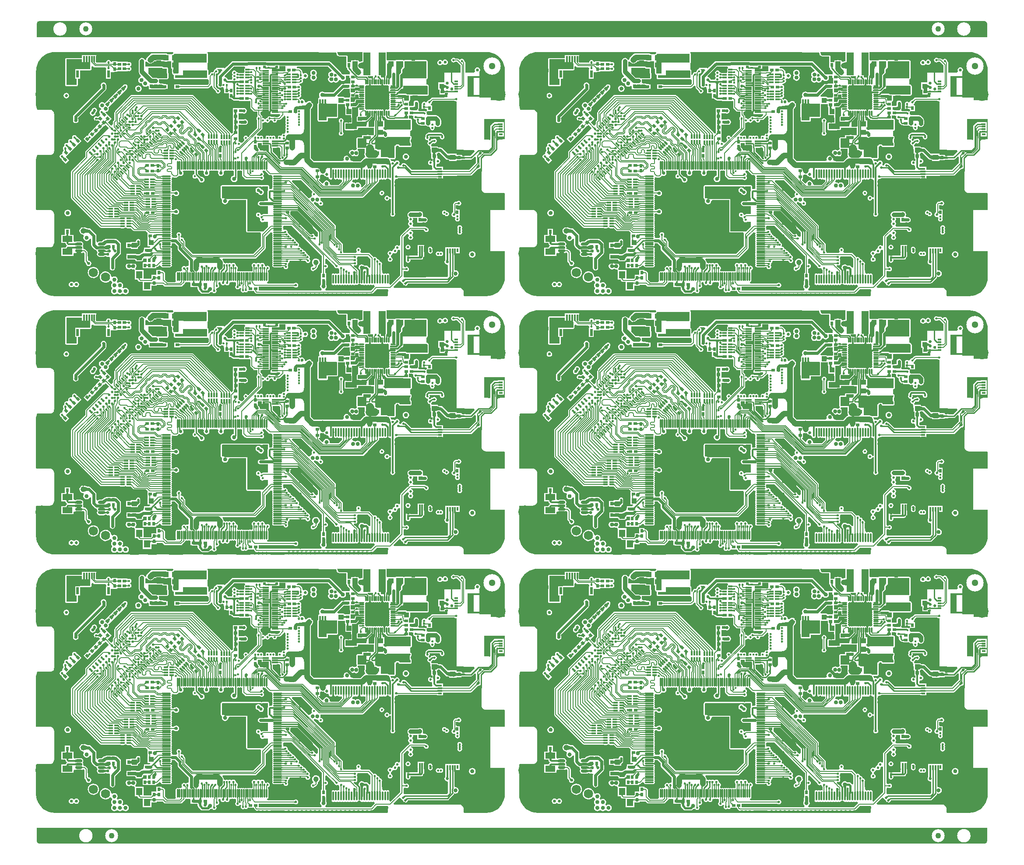
<source format=gtl>
*
%FSLAX35Y35*%
%MOMM*%
G04 A1 - construct+21_inc_3.149 *
%AMA1gtl*
4,1,21,
-0.034200,0.306285,
0.306285,-0.034200,
0.345752,-0.090887,
0.362652,-0.157857,
0.354812,-0.226485,
0.323240,-0.287917,
0.272005,-0.334243,
0.207712,-0.359485,
0.138645,-0.360395,
0.073710,-0.336853,
0.034200,-0.306285,
-0.306285,0.034200,
-0.345750,0.090887,
-0.362652,0.157857,
-0.363080,0.170687,
-0.350683,0.238637,
-0.315082,0.297830,
-0.260875,0.340633,
-0.195040,0.361532,
-0.126068,0.357835,
-0.062845,0.330015,
-0.034200,0.306285,
0.0000*
%
G04 A2 - construct+22_inc_1.584 *
%AMA2gtl*
4,1,4,
-0.035305,0.417320,
0.417320,-0.035305,
0.035305,-0.417320,
-0.417320,0.035305,
-0.035305,0.417320,
0.0000*
%
G04 A3 - construct+23_inc_0.984 *
%AMA3gtl*
4,1,20,
0.715435,0.450278,
-0.450278,-0.715435,
-0.506277,-0.754323,
-0.572480,-0.770612,
-0.640130,-0.762157,
-0.700285,-0.730070,
-0.744992,-0.678597,
-0.768335,-0.614540,
-0.767232,-0.546372,
-0.741830,-0.483105,
-0.716832,-0.451678,
0.451675,0.716830,
0.508082,0.755125,
0.574453,0.770717,
0.642010,0.761550,
0.701825,0.728832,
0.745985,0.676890,
0.768652,0.612592,
0.766832,0.544438,
0.740765,0.481442,
0.715435,0.450278,
0.0000*
%
G04 A4 - construct+24_inc_0.984 *
%AMA4gtl*
4,1,21,
-0.451678,0.716832,
0.715435,-0.450278,
0.754323,-0.506277,
0.770612,-0.572480,
0.762157,-0.640130,
0.730070,-0.700285,
0.678597,-0.744992,
0.614540,-0.768337,
0.546372,-0.767235,
0.483105,-0.741830,
0.449995,-0.715150,
-0.716830,0.451675,
-0.755122,0.508082,
-0.770717,0.574453,
-0.770932,0.583438,
-0.758537,0.650477,
-0.722990,0.708655,
-0.668992,0.750275,
-0.603680,0.769837,
-0.535692,0.764752,
-0.474020,0.735695,
-0.451678,0.716832,
0.0000*
%
G04 A5 - construct+2_inc_2.559 *
%AMA5gtl*
4,1,4,
-0.035310,0.434830,
0.434830,-0.035310,
0.035310,-0.434830,
-0.434830,0.035310,
-0.035310,0.434830,
0.0000*
%
G04 A6 - construct+13_inc_4.922 *
%AMA6gtl*
4,1,4,
-0.035310,0.477270,
0.477270,-0.035310,
0.035310,-0.477270,
-0.477270,0.035310,
-0.035310,0.477270,
0.0000*
%
G04 A7 - construct+4_inc_4.922 *
%AMA7gtl*
4,1,23,
-0.416478,0.752363,
0.750648,-0.414760,
0.795743,-0.476955,
0.818627,-0.550292,
0.816905,-0.627097,
0.790755,-0.699335,
0.742918,-0.759445,
0.678395,-0.801145,
0.603938,-0.820065,
0.527335,-0.814230,
0.456603,-0.784247,
0.414478,-0.750363,
-0.752363,0.416478,
-0.796820,0.479133,
-0.818953,0.552697,
-0.820950,0.583440,
-0.808525,0.659253,
-0.772552,0.727132,
-0.716792,0.779980,
-0.647083,0.812265,
-0.570712,0.820610,
-0.495675,0.804140,
-0.429820,0.764580,
-0.416478,0.752363,
0.0000*
%
%ADD10R,1.224890X0.875132*%
%ADD11R,0.875132X1.224890*%
%ADD12R,0.369977X0.770027*%
%ADD13R,0.410250X0.810250*%
%ADD14R,0.450000X0.850038*%
%ADD15R,0.324967X1.025000*%
%ADD16O,1.430000X0.599922*%
%ADD17R,0.565100X0.664920*%
%ADD18R,0.570357X0.670250*%
%ADD19R,0.645110X0.744930*%
%ADD20R,0.570382X0.670250*%
%ADD21O,0.867385X0.384785*%
%ADD22O,0.867612X0.385000*%
%ADD23R,0.669950X0.570128*%
%ADD24R,0.675250X0.575385*%
%ADD25R,0.670250X0.570357*%
%ADD26R,0.749960X0.650137*%
%ADD27R,0.685250X0.585395*%
%ADD28R,0.539902X0.570128*%
%ADD29R,0.510132X0.540385*%
%ADD30R,0.545135X0.575385*%
%ADD31R,1.369975X4.470045*%
%ADD32R,4.425035X1.324965*%
%ADD33R,4.505045X1.404975*%
%ADD34R,1.269897X1.470050*%
%ADD35R,1.304900X1.505052*%
%ADD36R,1.264870X1.465020*%
%ADD37R,1.224890X1.425043*%
%ADD38O,0.355092X1.858000*%
%ADD39O,0.355345X1.858250*%
%ADD40R,0.770027X0.470052*%
%ADD41O,0.235128X1.685250*%
%ADD42O,1.695250X0.245135*%
%ADD43O,1.685250X0.235128*%
%ADD44O,0.384785X0.867385*%
%ADD45A1gtl*%
%ADD46A2gtl*%
%ADD47R,1.025000X0.324967*%
%ADD48R,0.770027X0.369977*%
%ADD49R,0.805028X0.404977*%
%ADD50R,0.490117X1.369975*%
%ADD51R,0.369977X1.170077*%
%ADD52R,0.435000X1.235100*%
%ADD53R,0.450000X1.250088*%
%ADD54O,1.080000X0.279882*%
%ADD55O,1.125000X0.324893*%
%ADD56O,1.090250X0.290145*%
%ADD57O,0.279882X1.080000*%
%ADD58O,0.280110X1.080250*%
%ADD59R,1.979905X1.180058*%
%ADD60R,1.624940X1.704950*%
%ADD61A3gtl*%
%ADD62O,0.375000X2.025000*%
%ADD63O,2.125065X0.375000*%
%ADD64O,0.375000X1.224890*%
%ADD65O,0.375000X1.624940*%
%ADD66O,2.025000X0.375000*%
%ADD67O,3.025000X0.375000*%
%ADD68O,0.390250X1.440250*%
%ADD69O,0.395250X1.045250*%
%ADD70O,0.375000X1.025000*%
%ADD71O,0.395250X0.945135*%
%ADD72O,2.425040X0.375000*%
%ADD73A4gtl*%
%ADD74R,0.795250X1.935250*%
%ADD75R,0.380593X0.279000*%
%ADD76R,1.564250X0.548250*%
%ADD77R,1.162862X1.035863*%
%ADD78R,2.615792X0.507593*%
%ADD79R,1.549000X0.787000*%
%ADD80R,0.380593X1.244193*%
%ADD81C,0.431000*%
%ADD82C,0.421250*%
%ADD83C,0.426250*%
%ADD84C,0.558000*%
%ADD85C,0.553135*%
%ADD86C,0.548250*%
%ADD87C,0.548133*%
%ADD88C,0.555625*%
%ADD89C,0.550750*%
%ADD90C,0.202388*%
%ADD91C,0.190120*%
%ADD92C,0.197637*%
%ADD93C,0.200000*%
%ADD94C,0.192500*%
%ADD95C,0.185115*%
%ADD96C,0.200128*%
%ADD97C,0.195000*%
%ADD98C,0.197500*%
%ADD99C,0.182625*%
%ADD100C,0.185250*%
%ADD101C,0.812000*%
%ADD102C,0.253250*%
%ADD103C,0.248387*%
%ADD104C,0.245872*%
%ADD105C,0.250875*%
%ADD106C,0.251000*%
%ADD107C,0.246000*%
%ADD108C,0.243382*%
%ADD109C,0.243500*%
%ADD110C,0.248500*%
%ADD111C,0.238500*%
%ADD112C,0.236000*%
%ADD113C,0.236118*%
%ADD114C,0.241122*%
%ADD115C,0.241000*%
%ADD116C,0.304000*%
%ADD117C,0.291500*%
%ADD118C,0.294132*%
%ADD119C,0.294250*%
%ADD120C,0.299250*%
%ADD121C,0.299135*%
%ADD122C,0.294000*%
%ADD123C,0.289250*%
%ADD124C,0.291750*%
%ADD125C,0.296620*%
%ADD126C,1.063625*%
%ADD127C,1.066000*%
%ADD128C,1.056132*%
%ADD129C,1.053750*%
%ADD130C,1.053872*%
%ADD131C,1.058620*%
%ADD132C,1.046250*%
%ADD133C,1.056250*%
%ADD134C,1.061135*%
%ADD135C,0.354750*%
%ADD136C,0.349885*%
%ADD137C,0.342500*%
%ADD138C,0.337500*%
%ADD139C,0.347370*%
%ADD140C,1.554250*%
%ADD141C,1.561500*%
%ADD142C,1.554500*%
%ADD143C,1.564132*%
%ADD144C,0.190500*%
%ADD145C,0.276633*%
%ADD146C,0.284125*%
%ADD147C,0.939000*%
%ADD148C,0.177000*%
%ADD149C,0.172135*%
%ADD150C,0.164872*%
%ADD151C,0.172250*%
%ADD152C,0.169620*%
%ADD153C,0.170000*%
%ADD154C,0.162250*%
%ADD155C,0.167132*%
%ADD156C,0.157250*%
%ADD157C,0.159750*%
%ADD158C,0.174625*%
%ADD159C,0.167250*%
%ADD160C,0.164750*%
%ADD161C,0.174750*%
%ADD162C,0.162382*%
%ADD163C,0.423620*%
%ADD164C,0.421132*%
%ADD165C,0.553250*%
%ADD166C,0.550620*%
%ADD167C,0.190250*%
%ADD168C,0.192632*%
%ADD169C,0.187630*%
%ADD170C,0.195122*%
%ADD171C,0.233500*%
%ADD172C,0.238632*%
%ADD173C,0.292500*%
%ADD174C,0.289382*%
%ADD175C,0.301625*%
%ADD176C,0.284250*%
%ADD177C,0.299500*%
%ADD178C,0.286750*%
%ADD179C,0.291872*%
%ADD180C,0.301750*%
%ADD181C,1.061250*%
%ADD182C,1.058750*%
%ADD183C,0.352375*%
%ADD184C,0.344880*%
%ADD185C,0.342250*%
%ADD186C,0.329750*%
%ADD187C,0.335000*%
%ADD188C,0.340000*%
%ADD189C,1.574000*%
%ADD190C,0.169750*%
%ADD191C,0.165000*%
%ADD192C,0.167107*%
%ADD193C,0.167385*%
%ADD194C,0.159868*%
%ADD195C,0.538250*%
%ADD196C,0.279000*%
%ADD197C,0.345000*%
%ADD198C,1.549000*%
%ADD199C,0.411250*%
%ADD200C,0.416250*%
%ADD201C,0.543250*%
%ADD202C,0.248750*%
%ADD203C,0.350000*%
%ADD204C,0.121750*%
%ADD205C,0.210500*%
%ADD206C,0.211750*%
%ADD207C,0.276500*%
%ADD208C,0.277750*%
%ADD209C,0.274000*%
%ADD210C,0.274118*%
%ADD211C,0.096250*%
%ADD212C,0.095000*%
%ADD213C,0.098750*%
%ADD214C,0.093750*%
%ADD215C,0.100000*%
%ADD216C,0.091250*%
%ADD217C,0.097500*%
%ADD218C,0.092500*%
%ADD219C,0.124130*%
%ADD220C,0.122885*%
%ADD221C,0.121615*%
%ADD222C,0.125375*%
%ADD223C,0.120500*%
%ADD224C,0.123000*%
%ADD225C,0.116750*%
%ADD226C,0.119250*%
%ADD227C,0.145750*%
%ADD228C,0.150750*%
%ADD229C,0.147000*%
%ADD230C,0.142113*%
%ADD231C,0.143383*%
%ADD232C,0.144627*%
%ADD233C,0.528000*%
%ADD234C,0.172365*%
%ADD235C,0.176122*%
%ADD236C,0.171250*%
%ADD237C,0.086000*%
%ADD238C,0.084887*%
%ADD239C,0.083500*%
%ADD240C,0.083617*%
%ADD241C,0.079882*%
%ADD242C,0.081127*%
%ADD243C,0.087250*%
%ADD244C,0.084750*%
%ADD245C,0.078612*%
%ADD246C,0.082373*%
%ADD247C,0.200100*%
%ADD248O,1.729968X0.279882*%
%ADD249O,0.279882X1.729968*%
%ADD250O,1.789963X0.339878*%
%ADD251R,0.795000X0.415000*%
%ADD252R,0.515087X0.305028*%
%ADD253A5gtl*%
%ADD254A6gtl*%
%ADD255C,0.118000*%
%ADD256R,0.828345X0.928168*%
%ADD257O,0.400100X1.903000*%
%ADD258R,0.825043X0.425000*%
%ADD259C,0.202615*%
%ADD260C,0.205000*%
%ADD261C,0.207365*%
%ADD262C,0.205130*%
%ADD263C,0.192000*%
%ADD264C,0.190000*%
%ADD265C,0.181500*%
%ADD266R,4.525060X1.425000*%
%ADD267R,1.024940X1.024940*%
%ADD268R,0.724967X0.625145*%
%ADD269R,0.825043X0.525070*%
%ADD270R,0.625145X0.724967*%
%ADD271O,3.125000X0.475000*%
%ADD272O,0.475000X1.324915*%
%ADD273O,2.125000X0.475000*%
%ADD274R,1.324915X1.525068*%
%ADD275O,0.475000X1.525068*%
%ADD276O,0.475000X2.125000*%
%ADD277O,0.475000X1.125000*%
%ADD278O,0.475000X1.024940*%
%ADD279R,1.644955X1.724965*%
%ADD280O,0.475000X1.724965*%
%ADD281R,1.125000X0.425000*%
%ADD282C,0.558250*%
%ADD283C,0.547115*%
%ADD284C,0.555750*%
%ADD285C,0.536000*%
%ADD286C,0.273500*%
%ADD287C,0.277875*%
%ADD288C,0.177250*%
%ADD289C,0.086133*%
%ADD290C,0.296750*%
%ADD291C,0.287882*%
%ADD292C,0.292887*%
%ADD293C,0.253500*%
%ADD294C,0.418750*%
%ADD295C,0.425250*%
%ADD296C,0.422750*%
%ADD297C,0.259000*%
%ADD298C,0.306630*%
%ADD299C,0.325250*%
%ADD300C,0.242367*%
%ADD301C,0.202500*%
%ADD302C,0.191750*%
%ADD303C,0.191500*%
%ADD304C,0.191618*%
%ADD305C,0.101250*%
%ADD306C,0.304250*%
%ADD307C,0.167000*%
%ADD308C,0.050000*%
%ADD309A7gtl*%
%ADD310C,1.125000*%
%ADD311C,0.202413*%
%ADD312C,0.253213*%
%ADD313C,0.172415*%
%ADD314R,0.369977X0.300127*%
%ADD315R,0.969925X0.969925*%
%ADD316R,1.070000X0.369977*%
%ADD317R,0.202820X0.548000*%
%ADD318R,1.295000X3.987420*%
%ADD319R,0.609220X0.899540*%
%ADD320C,0.270000*%
%ADD321R,0.070000X0.070000*%
%ADD322R,0.040000X0.040000*%
%ADD323C,0.025400*%
%ADD324C,0.050800*%
%ADD325R,0.050000X0.050000*%
%ADD326C,0.040000*%
%ADD327C,0.080000*%
%ADD328R,0.051000X0.051000*%
%ADD329C,3.350000*%
%ADD330R,0.065000X0.065000*%
%ADD331C,0.070000*%
%ADD332C,0.060000*%
%ADD333C,2.500000*%
%ADD334C,1.289887*%
%ADD335C,1.090000*%
%IPPOS*%
%LN6e160885h0.gtl*%
%LPD*%
G75*
G54D10*
X05584546Y04102568D03*
Y03797565D03*
G54D11*
X00377038Y05143892D03*
X00682015D03*
G54D12*
X07989976Y01532495D03*
X08039989D03*
X08089976D03*
X08139989D03*
X08189976D03*
G54D13*
X05379999Y04424996D03*
G54D12*
X05429986D03*
G54D14*
X05479999D03*
G54D12*
X05529986D03*
X05579999D03*
X05629986D03*
G54D15*
X07910982Y01267497D03*
X08268995D03*
X05300980Y04689994D03*
X05708980D03*
G54D16*
X01304341Y01458530D03*
Y01523529D03*
Y01588527D03*
Y01653526D03*
X00859358Y01458530D03*
Y01523529D03*
Y01588527D03*
Y01653526D03*
G54D17*
X01446479Y01703945D03*
Y01603945D03*
X00642417Y01894648D03*
Y01994648D03*
X01535379Y01703945D03*
Y01603945D03*
X05597957Y01043113D03*
Y00943113D03*
G54D18*
X03813785Y04624284D03*
Y04524259D03*
G54D17*
X07647025Y04182020D03*
Y04282019D03*
X02145386Y01240674D03*
G54D19*
Y01340674D03*
G54D17*
X06088177Y05221388D03*
Y05121388D03*
X02264359Y04807825D03*
Y04707799D03*
X02437054Y04807825D03*
Y04707799D03*
X01831365Y01408594D03*
G54D19*
Y01308593D03*
G54D17*
X02350694Y04807825D03*
Y04707799D03*
X01919300Y01409076D03*
G54D19*
Y01309076D03*
X07332777Y05234088D03*
G54D17*
Y05134088D03*
X02321357Y01102727D03*
Y01002727D03*
Y00899527D03*
Y00799527D03*
X03597935Y03363962D03*
Y03463962D03*
X01826235Y01729319D03*
Y01629319D03*
X06291377Y03184587D03*
Y03284586D03*
X08218094Y03428579D03*
Y03328605D03*
X03724885Y04524259D03*
Y04624284D03*
X02395499Y03171150D03*
Y03071151D03*
X02229206Y01340699D03*
Y01240700D03*
X01555724Y05138939D03*
Y05238964D03*
Y04938279D03*
Y05038304D03*
X06189777Y03184587D03*
Y03284586D03*
X04278579Y03636859D03*
Y03536885D03*
X02310485Y01240700D03*
Y01340699D03*
X07367016Y02122994D03*
Y02222994D03*
X07458659Y02124645D03*
Y02224645D03*
G54D20*
X08182559Y02369425D03*
Y02269425D03*
G54D17*
X02411654Y01002727D03*
Y01102727D03*
G54D21*
X05038649Y04456086D03*
Y04506098D03*
Y04556085D03*
Y04606098D03*
X04925670D03*
Y04556085D03*
Y04506098D03*
Y04456086D03*
X04124274Y05030938D03*
Y04980926D03*
Y04930938D03*
Y04880926D03*
X04011269D03*
Y04930938D03*
Y04980926D03*
Y05030938D03*
X05031029Y04783746D03*
Y04833758D03*
Y04883745D03*
Y04933758D03*
G54D22*
X04918049D03*
G54D21*
Y04883745D03*
Y04833758D03*
Y04783746D03*
X02285390Y02907295D03*
Y02857282D03*
Y02807295D03*
Y02757283D03*
X02172411D03*
Y02807295D03*
Y02857282D03*
Y02907295D03*
X01825650Y02150375D03*
Y02100363D03*
Y02050375D03*
Y02000363D03*
X01712671D03*
Y02050375D03*
Y02100363D03*
Y02150375D03*
X01478991Y02335795D03*
Y02285783D03*
Y02235795D03*
Y02185783D03*
X01591970D03*
Y02235795D03*
Y02285783D03*
Y02335795D03*
X01888211Y02459188D03*
Y02409176D03*
Y02359189D03*
Y02309176D03*
X01775231D03*
Y02359189D03*
Y02409176D03*
Y02459188D03*
X02198040Y02524060D03*
Y02474047D03*
Y02424060D03*
Y02374048D03*
X02311019D03*
Y02424060D03*
Y02474047D03*
Y02524060D03*
X02018690Y02777755D03*
Y02727742D03*
Y02677755D03*
Y02627743D03*
X01905711D03*
Y02677755D03*
Y02727742D03*
Y02777755D03*
X02658770Y03463555D03*
Y03413543D03*
Y03363555D03*
Y03313543D03*
X02545791D03*
Y03363555D03*
Y03413543D03*
Y03463555D03*
X04124274Y04713438D03*
Y04663426D03*
Y04613438D03*
Y04563426D03*
X04011269D03*
Y04613438D03*
Y04663426D03*
Y04713438D03*
G54D23*
X06163589Y04530000D03*
X06063590D03*
X03898468Y03695889D03*
X03998468D03*
X03999433Y03914227D03*
X03899433D03*
X03995750Y04232718D03*
X03895750D03*
X04117746Y04790832D03*
X04017747D03*
X05052517Y04216132D03*
X04952517D03*
X07520407Y04084712D03*
X07620406D03*
X04017747Y04473332D03*
X04117746D03*
X07620406Y03993272D03*
X07520407D03*
X02185492Y03179609D03*
X02285492D03*
X02285517Y03070363D03*
X02185518D03*
G54D24*
X04891557Y03609071D03*
G54D23*
X04991557D03*
X05032197Y04691111D03*
X04932197D03*
X04991938Y03515726D03*
G54D25*
X04891938D03*
G54D23*
X05024577Y05026392D03*
X04924577D03*
X05575249Y03070820D03*
X05475249D03*
G54D26*
X06482689Y03152100D03*
G54D23*
X06582689D03*
X06063590Y04707799D03*
X06163589D03*
X07193915Y04191672D03*
X07293915D03*
Y04278286D03*
X07193915D03*
X01747977Y05133072D03*
X01647977D03*
Y05044171D03*
X01747977D03*
X07293889Y04364900D03*
X07193890D03*
X06063590Y04441100D03*
X06163589D03*
X06063590Y04352200D03*
X06163589D03*
X02247087Y01816467D03*
X02147087D03*
X03997071Y04128019D03*
X03897071D03*
X03899433Y04017097D03*
X03999433D03*
X06163589Y04796700D03*
X06063590D03*
X07293889Y04105032D03*
X07193890D03*
G54D24*
X04901717Y02273031D03*
G54D27*
X05001717D03*
G54D23*
X02720797Y05006072D03*
X02620797D03*
G54D25*
X06163589Y04885600D03*
G54D23*
X06063590D03*
G54D25*
X06163589Y04618900D03*
G54D23*
X06063590D03*
G54D26*
X06635089Y03412399D03*
X06735089D03*
G54D23*
X02192249Y02263532D03*
X02292248D03*
X02292299Y02637344D03*
X02192299D03*
X03206090Y00872399D03*
X03306089D03*
X03077489D03*
X02977489D03*
X07637246Y03358272D03*
X07737246D03*
X03898468Y03807649D03*
X03998468D03*
G54D26*
X00570967Y05016892D03*
G54D23*
X00670966D03*
X05475249Y02953980D03*
X05575249D03*
X02075789Y01532800D03*
X02175789D03*
X04185387Y00792872D03*
X04285386D03*
G54D28*
X04450486Y03714990D03*
X04689500D03*
Y03484993D03*
X04450486D03*
Y04131982D03*
G54D29*
X04689500D03*
G54D28*
Y05081992D03*
G54D30*
X04450486D03*
G54D31*
X06438494Y05139600D03*
X06728485D03*
G54D32*
X07040677Y03648391D03*
Y03938383D03*
X03107664Y05232360D03*
Y04942343D03*
X07358177Y04941683D03*
G54D33*
Y04651691D03*
G54D34*
X02181657Y00849539D03*
G54D35*
Y01059521D03*
G54D36*
X02031670D03*
G54D37*
Y00849539D03*
G54D38*
X06886677Y03012400D03*
X06836689D03*
X06786677D03*
X06736690D03*
X06686677D03*
X06636690D03*
X06586677D03*
X06536690D03*
X06486677D03*
X06436690D03*
X06386678D03*
X06336690D03*
X06286678D03*
X06236691D03*
X06186678D03*
X06136691D03*
X06086678D03*
X06036691D03*
X05986678D03*
X05936691D03*
X05886679D03*
X05836691D03*
X05786679D03*
X05736692D03*
Y00972399D03*
X05786679D03*
X05836691D03*
X05886679D03*
X05936691D03*
X05986678D03*
X06036691D03*
X06086678D03*
X06136691D03*
X06186678D03*
X06236691D03*
X06286678D03*
X06336690D03*
X06386678D03*
X06436690D03*
G54D39*
X06486677D03*
G54D38*
X06536690D03*
X06586677D03*
X06636690D03*
X06686677D03*
X06736690D03*
X06786677D03*
X06836689D03*
X06886677D03*
G54D40*
X02524760Y04702796D03*
Y04897792D03*
X02764764Y04892788D03*
Y04797792D03*
Y04702796D03*
G54D41*
X04493489Y03178262D03*
X03053486Y01023275D03*
G54D42*
X02556002Y01560765D03*
Y01480780D03*
G54D43*
X04710989Y02520758D03*
G54D44*
X03530676Y03621594D03*
X03480664D03*
X03430676D03*
X03380664D03*
Y03734573D03*
X03430676D03*
X03480664D03*
X03530676D03*
X03774542Y03726928D03*
X03724529D03*
X03674542D03*
X03624529D03*
Y03613949D03*
X03674542D03*
X03724529D03*
X03774542D03*
G54D45*
X02874442Y03611053D03*
X02839085Y03575696D03*
X02803728Y03540339D03*
X02768371Y03504983D03*
X02848254Y03425099D03*
X02883637Y03460456D03*
X02918968Y03495813D03*
X02954350Y03531170D03*
G54D46*
X00956539Y03756646D03*
G54D47*
X08117027Y03189006D03*
Y02830994D03*
X08761247Y03697438D03*
Y04055426D03*
G54D48*
X07852029Y03110013D03*
Y03060000D03*
Y03010013D03*
Y02960000D03*
G54D49*
Y02910013D03*
G54D48*
X09026246Y03776432D03*
Y03826419D03*
Y03876432D03*
Y03926444D03*
Y03976432D03*
G54D50*
X01435176Y04946001D03*
X00841197D03*
X07726985Y01268995D03*
X07332980D03*
G54D51*
X00963193Y05232995D03*
X01313180D03*
X01263193D03*
G54D52*
X01213180D03*
G54D51*
X01163193D03*
X01113180D03*
X01063193D03*
X01013181D03*
X07454976Y01555990D03*
G54D53*
X07604988D03*
X07554976D03*
G54D51*
X07504989D03*
G54D54*
X06939280Y04271885D03*
Y04311889D03*
Y04351895D03*
Y04391900D03*
Y04431905D03*
Y04471884D03*
Y04511889D03*
Y04551894D03*
Y04591899D03*
G54D55*
Y04631904D03*
G54D54*
Y04671884D03*
Y04711889D03*
X06329273D03*
Y04671884D03*
Y04631904D03*
Y04591899D03*
Y04551894D03*
Y04511889D03*
Y04471884D03*
Y04431905D03*
Y04391900D03*
Y04351895D03*
Y04311889D03*
G54D56*
Y04271885D03*
G54D57*
X06854291Y04796902D03*
X06814287D03*
X06774281D03*
X06734277D03*
X06694297D03*
G54D58*
X06654292D03*
G54D57*
X06614287D03*
X06574282D03*
X06534277D03*
X06494297D03*
X06454292D03*
G54D58*
X06414287D03*
G54D57*
Y04186896D03*
X06454292D03*
X06494297D03*
X06534277D03*
X06574282D03*
X06614287D03*
X06654292D03*
X06694297D03*
X06734277D03*
X06774281D03*
X06814287D03*
X06854291D03*
G54D59*
X00644957Y01754694D03*
Y01504681D03*
G54D60*
X06678295Y03602900D03*
X06336284D03*
G54D61*
X00666725Y03749381D03*
X00961415Y04036376D03*
X01535506Y04599671D03*
G54D62*
X00499973Y03209987D03*
Y02830003D03*
Y02460001D03*
X05149977Y01739987D03*
X04139997Y03830001D03*
Y04139983D03*
G54D63*
X00853999Y02109989D03*
X01388719Y01860002D03*
G54D64*
X01159993Y01989999D03*
X05149977Y00819999D03*
G54D65*
X01699997Y01639987D03*
Y01399983D03*
G54D66*
X01939976Y00669987D03*
X02289988D03*
X03969995Y04309984D03*
X03389986Y04579987D03*
G54D67*
X02739974Y00669987D03*
X03399993D03*
X04049979D03*
X04709998D03*
X02829992Y04580012D03*
G54D68*
X05149977Y01269986D03*
G54D69*
Y02079991D03*
G54D70*
X03619982Y04439982D03*
G54D71*
X05149977Y02739985D03*
G54D72*
X02232990Y04580012D03*
G54D73*
X01880108Y04699672D03*
G54D74*
X06736029Y04968150D03*
G54D75*
X06229325Y04368532D03*
G54D76*
X07108164Y04518392D03*
G54D77*
X04799254Y05051182D03*
G54D78*
X04725619Y05018162D03*
G54D79*
X05582005Y04084686D03*
G54D80*
X06694525Y04074526D03*
G54D81*
X01826235Y01629319D02*
X01940560D01*
X06186678Y01098256D02*
X06193714Y01105292D01*
X01491234Y04273510D02*
Y04276050D01*
X01564437Y04352250D02*
X01567434D01*
X03596310Y03528274D02*
X03603904Y03538205D01*
X03596310D02*
X03603904D01*
X03597021Y03474934D02*
X03597935Y03469956D01*
X01643608Y04428425D02*
X01643634Y04428450D01*
X01796009Y04580825D02*
X01796034Y04580850D01*
X01716837Y04504650D02*
X01719834D01*
G54D82*
X01682775Y04470589D02*
X01697130Y04484943D01*
G54D81*
X03253613Y00738059D02*
X03273913D01*
X03596310Y03528274D02*
Y03538205D01*
G54D83*
X01609115Y04394389D02*
X01623565Y04408647D01*
X01761515Y04546789D02*
X01775965Y04561047D01*
G54D84*
X01831365Y01408594D02*
X01919300D01*
X02032406D01*
X02437054Y04702796D02*
X02524760D01*
X02350694D02*
X02437054D01*
X06151677Y03944986D02*
X06168746D01*
X06115406Y03945800D02*
X06116675D01*
X06062777D02*
X06064606D01*
X02075789Y01532800D02*
Y01681847D01*
X07072427Y03463199D02*
X07268185D01*
X07269277D01*
X06954520Y04752707D02*
Y04900027D01*
X07986954Y03345572D02*
X07998384Y03334142D01*
G54D85*
X03041887Y01176161D02*
X03042701Y01175346D01*
Y01167410D02*
Y01175346D01*
G54D84*
X07438771Y03475112D02*
X07574204D01*
X02392299Y00799527D02*
X02401494Y00790332D01*
X00713537Y03209250D02*
X00727735Y03223449D01*
X02310485Y01366404D02*
X02326081Y01381999D01*
X02264359Y04707799D02*
X02269363Y04702796D01*
X05595417Y00835645D02*
X05597957Y00838186D01*
G54D86*
X03306089Y00795742D02*
Y00822392D01*
G54D84*
X02977489Y00872399D02*
X02978074Y00871815D01*
X02321357Y00799527D02*
X02322779Y00798130D01*
G54D85*
X01339292Y01653769D02*
X01339637Y01654114D01*
G54D84*
X01431061Y01588527D02*
X01446479Y01603945D01*
Y01703945D02*
X01535379D01*
X07387539Y04282045D02*
Y04381892D01*
X07293915Y04278286D02*
X07383780D01*
G54D87*
X07097990Y04515558D02*
X07123653D01*
G54D84*
X04377157Y02440900D02*
X04575525D01*
X06088177Y05221388D02*
Y05332640D01*
G54D88*
X06291496Y03367900D02*
X06291664Y03368068D01*
G54D84*
X06380277Y03812450D02*
X06519977D01*
G54D89*
X07163706Y04515433D02*
X07164219Y04514920D01*
G54D84*
X02175789Y01532800D02*
X02252777D01*
X04005427Y04017097D02*
X04079367D01*
X04005427Y03914227D02*
X04072814D01*
X04003065Y04127993D02*
X04072585Y04128019D01*
X01115314Y03931068D02*
X01119937D01*
G54D86*
X00991895Y03812729D02*
X01010740Y03831573D01*
G54D84*
X01034034Y03854868D02*
X01046277D01*
X00843534Y03501350D02*
X00887755Y03457129D01*
X00919734Y03577550D02*
X00922274D01*
X00767334Y03425150D02*
X00769874D01*
X00691134Y03348950D02*
X00742975Y03297109D01*
X04003040Y04127993D02*
X04003065D01*
X01191031Y04007242D02*
X01191057Y04007268D01*
X03077489Y00872399D02*
X03093491D01*
X03206064D01*
X04004462Y03807649D02*
X04072915D01*
X03998468Y03695889D02*
Y03807649D01*
X06240577Y03812450D02*
X06380277D01*
X07556906Y02124645D02*
X07557694Y02123832D01*
G54D88*
X05363066Y01871584D02*
Y01898116D01*
G54D87*
X05969357Y04707306D02*
X05969857D01*
G54D84*
X05052517Y04282070D02*
X05068544Y04298123D01*
X04278579Y03508793D02*
X04296372Y03490987D01*
X01204519Y01588527D02*
X01231169D01*
G54D87*
X05974950Y04769109D02*
X05988571Y04782730D01*
G54D84*
X06777050Y03814202D02*
X06793154Y03798098D01*
G54D87*
X04736298Y03334396D02*
Y03360552D01*
G54D84*
X02310485Y01340699D02*
Y01366404D01*
X02032406Y01387562D02*
X02050110D01*
G54D87*
X07046697Y04515558D02*
X07047752D01*
G54D84*
X06279896Y03159593D02*
X06298133Y03177831D01*
G54D90*
X02223237Y01335187D02*
Y01340699D01*
X06635140Y01316544D02*
X06636690Y01315020D01*
X06633616Y01318093D02*
X06635140Y01316544D01*
X03333216Y03177983D02*
Y03178262D01*
X03612617Y03040340D02*
Y03178262D01*
X02321763Y01002346D02*
X02322170Y01002727D01*
G54D91*
X08603209Y03322563D02*
X08603554Y03322907D01*
G54D90*
X06235700Y04591899D02*
X06329273D01*
X04692498Y04327003D02*
X04779257D01*
G54D92*
X04633493D02*
X04692498D01*
G54D90*
X04836515D02*
X04837404Y04327892D01*
X04370400Y04927001D02*
X04447489D01*
G54D93*
X06526405Y00724411D02*
X06526573Y00724579D01*
G54D90*
X04757649Y04766982D02*
X04758639Y04767972D01*
X07113194Y01171332D02*
X07202119D01*
X04093489Y00762037D02*
Y00764932D01*
X04093159Y01022945D02*
X04093489Y01023275D01*
X04093159Y00848397D02*
X04093489Y00848092D01*
X05060112Y00859700D02*
X05060899Y00858912D01*
X04173499Y00893786D02*
Y01023275D01*
X04038397Y00761985D02*
Y00855801D01*
X03973500Y00858226D02*
Y00870945D01*
X04013505Y00893786D02*
Y01023275D01*
G54D93*
X04053933Y00871563D02*
Y00880363D01*
G54D92*
X02838847Y00861208D02*
X02839183Y00861544D01*
G54D90*
X02536114Y00861452D02*
X02544983D01*
G54D94*
X02817849Y00887346D02*
X02818547Y00888044D01*
G54D90*
X06814287Y04178692D02*
Y04186896D01*
G54D94*
X06961376Y04124093D02*
X06962075Y04124792D01*
G54D90*
X06939280Y04391900D02*
X07032898D01*
X07852029Y03060000D02*
X07853477Y03058552D01*
G54D94*
X05854346Y01450819D02*
X05855333D01*
G54D95*
X08883474Y03510732D02*
Y03519417D01*
G54D94*
X08909493Y03848287D02*
X08910191Y03848986D01*
X08884093Y03891467D02*
X08884791Y03892166D01*
G54D96*
X07136782Y04376929D02*
X07136941Y04376770D01*
G54D97*
X07028917Y04471516D02*
X07037417D01*
X04966182Y02800399D02*
X04972085Y02794496D01*
X04968087Y02760394D02*
X04973990Y02754491D01*
G54D98*
X05009389Y02640529D02*
X05015416Y02634501D01*
G54D94*
X05864150Y01405099D02*
X05865137D01*
X05889194Y01344114D02*
X05890182D01*
G54D90*
X03533496Y00843799D02*
Y01023275D01*
X03133496D02*
Y01177199D01*
X01597406Y04542700D02*
X01598955Y04544249D01*
X04924476Y04454891D02*
X04925670Y04456086D01*
X02434615Y01649411D02*
X02435657Y01650452D01*
G54D92*
X06253170Y04847262D02*
X06253645D01*
G54D90*
X03333216Y03027640D02*
Y03027894D01*
X02556002Y02280779D02*
X02746781D01*
X02745003Y02640773D02*
X02748077Y02637699D01*
X04826127Y01600770D02*
X04826737Y01600160D01*
G54D93*
X04443315Y01576879D02*
Y01585670D01*
G54D96*
X04272117Y01405681D02*
X04272276Y01405840D01*
G54D94*
X04246472Y01431693D02*
X04247170Y01432392D01*
G54D98*
X06227633Y04632148D02*
Y04640530D01*
G54D90*
X06392723Y04847754D02*
X06392977Y04847500D01*
X03133496Y03178262D02*
X03134665Y03179431D01*
X03333216Y03177983D02*
X03333496Y03178262D01*
X03330194Y03460710D02*
X03333216Y03457687D01*
X02298294Y02637344D02*
X02301723Y02640773D01*
X02233523Y01686520D02*
X02235937D01*
X02312137Y01676360D02*
X02317217D01*
X02312137Y01673820D02*
Y01676360D01*
G54D94*
X04443690Y01803079D02*
X04444388Y01803777D01*
G54D90*
X02285390Y02757283D02*
X02288845Y02760763D01*
X03889730Y04232718D02*
X03891077Y04231372D01*
X03892448Y04174908D01*
X02031517Y00974304D02*
X02031670D01*
X03933495Y00822666D02*
Y00835385D01*
X02139416Y02636480D02*
X02140306Y02637344D01*
X02138477Y02262161D02*
X02139874Y02263532D01*
G54D94*
X07118348Y04471391D02*
X07119047Y04470693D01*
G54D92*
X04447489Y04927001D02*
X04506493D01*
X04633493Y04966981D02*
X04692498D01*
X04633493Y04766982D02*
X04692498D01*
G54D90*
X04710989Y02280779D02*
X04860265D01*
X06685077Y00974000D02*
X06686677Y00972399D01*
X04710989Y02880778D02*
X04846009D01*
X06083097Y00975981D02*
X06086678Y00972399D01*
X06036691D02*
Y01123351D01*
X05986577Y01158225D02*
X05986678Y01158098D01*
X06681343Y01271154D02*
X06686677Y01265820D01*
G54D91*
X02311793Y01440400D02*
X02312280D01*
G54D90*
X04133494Y03027209D02*
X04139766Y03020937D01*
G54D97*
X05011242Y02600399D02*
X05017145Y02594496D01*
X05013147Y02560394D02*
X05019050Y02554491D01*
G54D90*
X05935777Y01490940D02*
Y01524614D01*
G54D99*
X05751627Y01754516D02*
X05752325Y01753818D01*
G54D94*
X05726721Y01726095D02*
X05727419Y01725397D01*
X05726721Y01726095D02*
Y01734266D01*
G54D90*
X06586677Y00972399D02*
Y01360740D01*
X06633616Y01318093D02*
X06636690D01*
X08119059Y02225432D02*
X08134383Y02244126D01*
G54D93*
X04447608Y05007105D02*
X04506493D01*
G54D92*
X04447489Y04966981D02*
X04506493D01*
G54D90*
X04382719Y04326012D02*
X04383684Y04327003D01*
G54D92*
X04447489D02*
X04506493D01*
G54D99*
X03045917Y01405800D02*
X03046905D01*
G54D90*
X08134627Y02269425D02*
Y02324512D01*
X08137627Y02269425D02*
X08182559D01*
G54D100*
X08811047Y03438306D02*
X08811215Y03438474D01*
G54D90*
X07538567Y04361572D02*
X07541108Y04364112D01*
X05936691Y00972399D02*
Y01189112D01*
X03093491Y00872399D02*
Y01005800D01*
X02298243Y02263532D02*
Y02266885D01*
G54D101*
X07284720Y02220327D02*
X07295998D01*
X07454341D02*
X07458659Y02224645D01*
X06862877Y05025300D02*
Y05120549D01*
Y04894184D02*
Y04906885D01*
X07455306Y02227972D02*
X07458659Y02224645D01*
G54D102*
X06561582Y04050879D02*
X06574329Y04063651D01*
G54D103*
X06574673Y04064340D02*
Y04064828D01*
X06214491Y04491656D02*
X06217651D01*
X06197073Y04474054D02*
X06214491Y04491656D01*
G54D102*
X06163589Y04441100D02*
X06205254Y04482742D01*
X04888205Y03515726D02*
Y03521924D01*
Y03385780D02*
Y03515726D01*
X06694297Y04052403D02*
Y04093119D01*
X06705219Y03982807D02*
X06710477Y03977550D01*
X06177077Y04063732D02*
Y04109452D01*
X06854291Y04796902D02*
Y04906885D01*
X04001745Y04232718D02*
X04057244D01*
X06241161Y04391900D02*
X06271260D01*
Y04431905D02*
X06329273D01*
X06271260Y04391900D02*
X06329273D01*
X08097368Y03334142D02*
X08102905Y03328605D01*
X08218094D02*
X08221421Y03325278D01*
X08590128Y03467492D02*
X08601537D01*
X07984439Y03348112D02*
X07986954Y03345572D01*
G54D104*
X08798052Y03467861D02*
X08798228Y03468038D01*
G54D102*
X03961486Y04980926D02*
X04011269D01*
G54D105*
X03948835Y04981044D02*
X03949072D01*
G54D102*
X03933139Y04996572D02*
X03948499Y04981212D01*
G54D106*
X07693944Y03648837D02*
X07694169D01*
G54D102*
X07649565Y03604627D02*
X07671166Y03626227D01*
X04535526Y05065126D02*
X04580480D01*
G54D103*
X04672534Y05065370D02*
X04672879Y05065715D01*
G54D107*
X04750434Y04669397D02*
X04750671D01*
G54D108*
X04732806Y04686503D02*
X04740380Y04678929D01*
G54D102*
X04846295Y04669522D02*
X04847565Y04668252D01*
X00702335Y03642549D02*
X00764337Y03580547D01*
X00626135Y03566349D02*
X00688137Y03504347D01*
X00601777Y03507700D02*
X00605815Y03503661D01*
X07520407Y03993272D02*
X07522947D01*
X06336284Y03602900D02*
X06440303D01*
X06533026Y03603249D02*
X06525981Y03610294D01*
X04834865Y03368000D02*
Y03597439D01*
X01304341Y01458530D02*
X01304518Y01458352D01*
X01304341Y01523529D02*
X01307846Y01520023D01*
X01304341Y01458530D02*
X01308227Y01462416D01*
X07193890Y04105032D02*
X07193915Y04105058D01*
X07040677Y03134320D02*
X07044487Y03130536D01*
X07991983Y00927492D02*
X08000050Y00935561D01*
G54D108*
X08039495Y01018806D02*
Y01019794D01*
X07285052Y03060493D02*
X07286039D01*
G54D102*
X07169887Y03174960D02*
X07177954Y03166893D01*
G54D108*
X08937433Y03805107D02*
X08938131Y03805806D01*
G54D109*
X04506493Y03600004D02*
X04546824D01*
G54D102*
X01304341Y01523529D02*
X01304772Y01523960D01*
X03253486Y01023275D02*
Y01164152D01*
G54D106*
X07103064Y04341546D02*
X07106361D01*
G54D102*
X07046697Y04513540D02*
X07048748Y04515558D01*
X07045071Y04511889D02*
X07046697Y04513540D01*
X03242285Y01216620D02*
X03252303Y01206602D01*
X02556002Y01720759D02*
X02665705D01*
X04333494Y03178262D02*
Y03334091D01*
X01640637Y04583848D02*
Y04585930D01*
G54D103*
X04373743Y03310165D02*
X04373919Y03310342D01*
G54D102*
X04373499Y03178262D02*
Y03309434D01*
G54D109*
X04633493Y04686997D02*
X04692498D01*
G54D102*
X00605815Y03434269D02*
X00611937Y03428147D01*
X00537235Y03350449D02*
X00599237Y03288447D01*
G54D108*
X06257443Y04883553D02*
X06258431D01*
G54D102*
X06454292Y04796902D02*
Y04839172D01*
X06245987Y04489131D02*
Y04491900D01*
X06653657Y04186261D02*
X06654292Y04186896D01*
X03893490Y02943287D02*
Y03178262D01*
X04710989Y02160764D02*
X04863313D01*
X04710989Y02840772D02*
X04868875D01*
X04710989Y01880780D02*
X04848682D01*
G54D110*
X03133734Y03003948D02*
Y03004423D01*
G54D102*
X01348537Y04159667D02*
Y04162208D01*
X02356434Y03847908D02*
X02405202D01*
X01564868Y03790910D02*
X01621028Y03791342D01*
X01250569Y03596117D02*
X01281633Y03565054D01*
X00778535Y03718749D02*
X00840537Y03656747D01*
X01507896Y03678211D02*
X01559662D01*
X01958391Y03565054D02*
X01960423D01*
X01847316Y03284968D02*
Y03338790D01*
X01960423Y04130737D02*
X02009191Y04131194D01*
X02243277Y03621645D02*
X02277415Y03587482D01*
X01800911Y04153673D02*
X01810359Y04150549D01*
X01800911Y04153673D02*
X01807235D01*
X01810359Y04150549D01*
X01847291Y04017605D02*
X01852371Y04022685D01*
X01645691Y03992942D02*
X01677619Y03961040D01*
X02299843Y03678211D02*
X02334006Y03644048D01*
X02186711Y03565079D02*
X02220443Y03531347D01*
X02017014Y03395382D02*
X02051152Y03361218D01*
X01734159Y03112527D02*
X01768322Y03078364D01*
X01621028Y02999396D02*
X01654683Y02965741D01*
X01168502Y03451922D02*
Y03452455D01*
X01716837Y04660048D02*
X01716862Y04660073D01*
X06574282Y04186896D02*
X06574917Y04186261D01*
X07354011Y04647500D02*
X07358177Y04651691D01*
X04602175Y02440773D02*
X04710989D01*
X02252777Y01539454D02*
X02293580Y01580257D01*
X06263234Y04311331D02*
Y04311889D01*
X03213506Y00879842D02*
Y01023275D01*
G54D103*
X04633493Y05007230D02*
X04692498D01*
G54D102*
X04093489Y03314660D02*
X04100296D01*
X01412037Y04357330D02*
X01446555Y04391849D01*
X06694297Y04796902D02*
Y04845669D01*
X06659677Y04881510D02*
X06667747Y04873445D01*
X06659677Y04881510D02*
Y04885600D01*
X06939280Y04551894D02*
X07004526D01*
G54D109*
X04633493Y03600004D02*
X04692498D01*
G54D102*
X04888205Y03521924D02*
X04889017Y03522712D01*
G54D111*
X05098318Y02360507D02*
X05106129Y02352696D01*
G54D112*
X05095270Y02320627D02*
X05103207Y02312690D01*
G54D102*
X05519217Y01648420D02*
Y01659830D01*
G54D108*
X04577167Y03429063D02*
Y03430051D01*
G54D103*
X04807783Y03267044D02*
X04815613Y03274874D01*
G54D113*
X04738771Y03266938D02*
X04739509D01*
G54D102*
X03653485Y00903057D02*
Y01023275D01*
X03733495Y00904327D02*
Y01023275D01*
X06840652Y04095660D02*
X06852061D01*
X06694297Y04093119D02*
Y04186896D01*
G54D108*
X06734770Y04100004D02*
X06735469Y04099306D01*
X06734770Y04100004D02*
Y04100254D01*
G54D104*
X06653288Y04055807D02*
Y04067000D01*
Y04055807D02*
X06653923Y04055171D01*
Y04054842D02*
Y04055171D01*
G54D111*
X06634527Y04034596D02*
X06634704Y04034772D01*
G54D114*
X06613906Y04057937D02*
Y04059150D01*
G54D115*
X06603672Y04047375D02*
X06608865Y04052556D01*
G54D103*
X03453723Y01141914D02*
X03461553Y01149744D01*
G54D102*
X03453485Y01023275D02*
Y01141201D01*
X06240577Y04415699D02*
X06248645Y04423767D01*
X06954317Y04711889D02*
X06954520Y04712067D01*
X06223533Y04352200D02*
X06230341Y04359007D01*
X06380277Y03977550D02*
X06387617D01*
G54D103*
X06534033Y04124310D02*
Y04124797D01*
G54D102*
X01272921Y04081512D02*
X01274877Y04083467D01*
X01488237Y04431447D02*
X01488262Y04431473D01*
X01525295Y04468049D01*
X01716862Y04660073D02*
X01758975Y04701729D01*
G54D116*
X03892448Y03914227D02*
Y03914253D01*
Y03808462D02*
Y03914227D01*
G54D117*
X05579374Y04329152D02*
Y04341852D01*
G54D118*
X05629492Y04295684D02*
Y04309141D01*
G54D116*
X05529986Y04318291D02*
Y04328527D01*
Y04424996D01*
X05629986Y04331066D02*
Y04424996D01*
G54D119*
X05579749Y04296497D02*
Y04310197D01*
G54D116*
X07231177Y01393100D02*
X07231228D01*
X07232599Y01383600D02*
Y01391220D01*
Y01392338D01*
X04290034Y04452352D02*
X04299899Y04462216D01*
X05736692Y03012400D02*
Y03149992D01*
X07293915Y04191672D03*
X07231228Y01337804D02*
X07232599Y01336432D01*
X00642417Y01757234D02*
X00644957Y01754694D01*
X05477485Y04427485D02*
X05479974Y04424996D01*
G54D120*
X04447489Y04686997D02*
X04461439D01*
G54D116*
X04710989Y02680778D02*
X04835881D01*
G54D121*
X07485069Y01393337D02*
X07504443Y01412686D01*
G54D116*
X05935777Y04434749D02*
X05942127Y04441100D01*
X03891026Y04127993D02*
Y04128019D01*
X01597406Y04540616D02*
Y04542700D01*
X01304442Y03655350D02*
X01338199Y03621619D01*
X01079932Y03427309D02*
X01111936Y03395356D01*
X01194054Y03539475D02*
X01225067Y03508487D01*
X01451331Y03576814D02*
Y03621645D01*
X01616507Y03734776D02*
X01618767Y03737037D01*
X01700454Y04051337D02*
X01734185Y04017605D01*
X01590878Y03934598D02*
X01621028Y03904474D01*
X01759686Y04105210D02*
X01790751Y04074171D01*
X01903069Y04236071D02*
X01903882Y04235258D01*
X02017014Y04074171D02*
X02068297Y04074908D01*
X02130978Y03678185D02*
X02186711D01*
X02356409Y03734776D02*
X02390546Y03700613D01*
X02412975Y03791342D02*
X02444953Y03759364D01*
G54D122*
X02017014Y03508487D02*
X02028135Y03519609D01*
G54D121*
X02028824Y03519953D02*
X02029074D01*
G54D116*
X02073580Y03451922D02*
Y03447781D01*
X02107413Y03413949D02*
X02112035D01*
X02130146Y03508513D02*
X02164283Y03474350D01*
X01790725Y03169093D02*
X01824863Y03134930D01*
X01677594Y03055961D02*
X01711731Y03021798D01*
X01564462Y02942830D02*
X01598600Y02908667D01*
X06286678Y03012400D02*
X06287237Y03012959D01*
X03892448Y04018088D02*
Y04017097D01*
Y03807649D02*
Y03808462D01*
X03891077Y04231372D02*
X03892448Y04230000D01*
X03889730Y04232718D02*
X03891077Y04231372D01*
X03892448Y04017097D02*
X03893414D01*
X03891026Y04127993D02*
Y04127943D01*
Y04128019D02*
Y04128197D01*
X06494297Y04631904D02*
Y04744447D01*
X06774281Y04186896D02*
Y04351895D01*
X01790751Y03961065D02*
X01838452D01*
X06386678Y01107400D02*
X06392977Y01113700D01*
X01054633Y05112041D02*
X01063193Y05120600D01*
X01013181Y05116308D02*
Y05232995D01*
G54D123*
X04380209Y04472415D02*
X04389817Y04462808D01*
G54D124*
X04406150Y04447367D02*
X04406900D01*
G54D125*
X07504620Y01413039D02*
Y01413776D01*
G54D116*
X07454976Y01397900D02*
Y01544992D01*
X05429986Y04424996D02*
Y04574932D01*
X04397934Y04193932D02*
X04410737Y04206710D01*
G54D121*
X04506737Y03452454D02*
Y03452942D01*
G54D119*
X04735220Y03223626D02*
X04743806D01*
G54D116*
X03892448Y03914253D02*
Y04017097D01*
X03891026Y04128197D02*
X03892448Y04174908D01*
G54D126*
X04989136Y03522712D02*
Y03565773D01*
G54D127*
X02244979Y05221057D02*
X02291744Y05267823D01*
X02244014Y05220092D02*
X02244979Y05221057D01*
X04311828Y02538436D02*
X04354805D01*
X06815938Y03262539D02*
X06824777Y03253700D01*
X05271744Y03373512D02*
Y03723371D01*
G54D128*
X04880559Y03238398D02*
X04932115D01*
G54D127*
X05575249Y03070820D02*
Y03184587D01*
X04989017Y03722610D02*
X04989779Y03723371D01*
X04914875Y03719739D02*
X04918507Y03723371D01*
G54D128*
X03133984Y01303328D02*
X03167382Y01336726D01*
X03133990Y01177693D02*
Y01228756D01*
G54D127*
X03586277Y01215300D02*
Y01302526D01*
G54D128*
X03553052Y01336726D02*
X03585789Y01303989D01*
G54D129*
X06202352Y05044357D02*
Y05044595D01*
G54D130*
Y05044357D02*
X06202865Y05043844D01*
G54D127*
X06481597Y03179786D02*
Y03220045D01*
X06291377Y03184587D02*
X06342990D01*
G54D131*
X06421061Y03262171D02*
X06472598D01*
G54D127*
X06409106Y05110212D02*
X06438494Y05139600D01*
G54D132*
X06314237Y05110212D02*
X06361671D01*
G54D127*
X07224039Y05134088D02*
X07332777D01*
X07358177D01*
X07513777D01*
X05271744Y03723371D02*
Y04298123D01*
X05296471Y04322850D01*
X04989779Y03723371D02*
X05271744D01*
G54D133*
X02539637Y05268744D02*
X02547940Y05260416D01*
G54D134*
X02292080Y05270994D02*
X02343978D01*
G54D131*
X03692506Y02591428D02*
X03696690Y02587268D01*
X03697428D01*
G54D135*
X07736891Y03358272D02*
Y03472674D01*
Y03279532D02*
Y03358272D01*
X05101565Y04884152D02*
Y04884787D01*
X04544060Y04145011D02*
X04558005D01*
G54D136*
X03870046Y04793128D02*
X03886291D01*
G54D135*
X03870046Y04478666D02*
Y04495156D01*
X04015207Y04793372D02*
X04017747Y04790832D01*
X07989519Y01311032D02*
X07989976Y01311515D01*
X05575249Y02953980D02*
X05575681Y02954412D01*
X05786679Y03012400D02*
X05786857Y03012223D01*
X05031029Y04883745D02*
X05031435Y04884152D01*
X05095138Y04933758D02*
X05101565Y04927332D01*
G54D137*
X04569560Y04224263D02*
Y04241386D01*
G54D138*
X04569803Y04593410D02*
X04582832Y04606438D01*
X04570184Y04913781D02*
X04582833Y04926453D01*
G54D139*
X04569803Y04593410D02*
Y04608985D01*
G54D135*
X05575249Y02953980D02*
X05579897Y02949332D01*
G54D136*
X05637378Y02949088D02*
X05637723Y02948744D01*
G54D140*
X06488227Y03399700D02*
X06499835D01*
G54D141*
X06490452Y03493491D02*
Y03506450D01*
G54D142*
X06489827Y03401299D02*
Y03403249D01*
G54D143*
X06500328Y03400193D02*
X06542546D01*
G54D140*
X06488227Y03399700D02*
X06489827Y03401299D01*
G54D143*
X06542547Y03400193D02*
X06583477D01*
G54D144*
X02013890Y03513390D02*
X02017014Y03508487D01*
G54D145*
X03891077Y04019460D02*
X03892448Y04017097D01*
G54D146*
Y03914253D02*
X03893414Y03914227D01*
G54D147*
X06240577Y03977550D02*
X06380277D01*
G54D148*
X04276014Y03639983D02*
X04278579D01*
X04447489D01*
X04367479Y04846992D02*
X04447489D01*
X04366565D02*
X04367479D01*
X04340835Y04290427D02*
X04353444D01*
G54D149*
X04447733Y04290183D02*
X04502681D01*
G54D148*
X04692498Y04406632D02*
X04753585D01*
X04124274Y04663426D02*
X04197706D01*
X04201947D01*
X04198493Y04880926D02*
X04198772Y04881205D01*
X04199839Y04882272D01*
X04197706Y04880926D02*
X04198493D01*
X03724885Y04732412D02*
Y04736832D01*
X03931564Y04617147D02*
X03935247Y04613438D01*
X03930574Y04618112D02*
X03931564Y04617147D01*
X05119345Y04691111D02*
X05121885D01*
X05032197D02*
X05119345D01*
G54D150*
X04781715Y04806612D02*
X04781874Y04806453D01*
G54D148*
X04912893Y04788901D02*
X04918049Y04783746D01*
X04847565Y04833352D02*
X04847971Y04833758D01*
G54D151*
X04633493Y04566982D02*
X04692498D01*
G54D148*
X04737074Y04527002D02*
X04744419Y04534323D01*
X04796765Y04627612D02*
X04799305D01*
X04692498Y04406987D02*
X04753229D01*
X04692498Y04486997D02*
X04755845D01*
G54D151*
X04633493D02*
X04692498D01*
G54D148*
Y04366982D02*
X04735993D01*
G54D151*
X04633493D02*
X04692498D01*
G54D152*
X05125307Y04834120D02*
X05125484Y04834297D01*
G54D148*
X05031029Y04833758D02*
X05124220D01*
G54D152*
X05095925Y04556454D02*
X05096102Y04556631D01*
G54D148*
X05038649Y04606098D02*
X05089379D01*
G54D153*
X04503000Y04290289D02*
X04506203Y04287110D01*
G54D148*
X04325010Y04886997D02*
X04346433D01*
G54D151*
X04447489Y04806987D02*
X04506493D01*
G54D148*
X04324706Y04794261D02*
X04330073Y04788881D01*
X04124274Y04563426D02*
X04197706D01*
X04201185D01*
X04124274Y04980926D02*
X04197706D01*
X03933139Y04877192D02*
X03936847Y04880926D01*
X04325671Y04646992D02*
X04447489D01*
G54D154*
X04306783Y04607237D02*
X04307534D01*
X04286855Y04627156D02*
Y04634403D01*
G54D155*
X04314547Y04567476D02*
X04315297D01*
G54D156*
X04263746Y04617604D02*
Y04617854D01*
G54D155*
X04322218Y04527496D02*
X04322718D01*
G54D148*
X04204843Y04713438D02*
X04210217Y04708064D01*
G54D157*
X04239309Y04609858D02*
Y04610608D01*
Y04609858D02*
X04244559Y04604610D01*
G54D148*
X04366844Y04846712D02*
X04367479D01*
G54D155*
X04816245Y04700495D02*
X04816422Y04700672D01*
X04757929Y04700495D02*
X04758430D01*
G54D148*
X04730724Y04727002D02*
X04736099Y04721628D01*
X04692498Y04286998D02*
X04802099D01*
G54D158*
X04204788Y04611726D02*
X04210049Y04606464D01*
G54D148*
X04252697Y01245780D02*
X04253484Y01244992D01*
G54D152*
X04843348Y01240407D02*
X04843525Y01240230D01*
G54D148*
X04413504Y01023275D02*
Y01167736D01*
G54D155*
X06114642Y01258062D02*
X06115172Y01257532D01*
G54D148*
X06236691Y00972399D02*
Y01080033D01*
X05937199Y03795152D02*
Y04044072D01*
G54D155*
X05329607Y01811906D02*
X05330595D01*
G54D148*
X07004482Y02960000D02*
X07852029D01*
X03293491Y01189214D02*
X03294177Y01189900D01*
G54D155*
X06586463Y02853448D02*
Y02854198D01*
X06536196Y02835490D02*
Y02836240D01*
X06486184Y02817812D02*
Y02818562D01*
G54D158*
X06436571Y02807929D02*
Y02808166D01*
G54D148*
X06586677Y03012400D02*
X06586956Y03012121D01*
G54D155*
X06086184Y02887332D02*
Y02888082D01*
X05986184Y02853271D02*
Y02854258D01*
G54D152*
X06033325Y02867900D02*
Y02868638D01*
G54D148*
X04890262Y01320760D02*
X04891837Y01322360D01*
G54D155*
X04253978Y03342777D02*
X04258858Y03347657D01*
G54D159*
X04288513Y03344458D02*
X04293632Y03349575D01*
G54D148*
X04692498Y04646992D02*
X04728719D01*
X04692498Y04446992D02*
X04736704D01*
X04453484Y03274020D02*
X04458858Y03279394D01*
X04552925Y04086591D02*
X04629034D01*
X04692498Y04206988D02*
X04812005D01*
G54D160*
X04829098Y04712827D02*
X04836625D01*
G54D151*
X04447489Y03600004D02*
X04506493D01*
G54D158*
X04633493Y03559880D02*
X04692379D01*
G54D148*
X05163922Y01520760D02*
X05164557Y01521420D01*
X04710989Y01480780D02*
X05144146D01*
X04710989Y01440775D02*
X05191771D01*
G54D151*
X04633493Y04806987D02*
X04692498D01*
X04633493Y04646992D02*
X04692498D01*
X04633493Y04527002D02*
X04692498D01*
G54D161*
X04633573Y04407067D02*
X04633889Y04406750D01*
G54D151*
X04633493Y04286998D02*
X04692498D01*
X04447489Y04406987D02*
X04506493D01*
X04447489Y04366982D02*
X04506493D01*
X04447489Y04646992D02*
X04506493D01*
X04633493Y04446992D02*
X04692498D01*
G54D148*
X04925263Y04505692D02*
X04925670Y04506098D01*
X04925263Y04556492D02*
X04925670Y04556085D01*
X04921936Y04609831D02*
X04925670Y04606098D01*
X03332277Y01024495D02*
X03333496Y01023275D01*
X06033694Y03009403D02*
X06036691Y03012400D01*
X04710989Y01240776D02*
X04842242D01*
X04453484Y01023275D02*
Y01189773D01*
X04373499Y01023275D02*
Y01188756D01*
X04333494Y01023275D02*
X04333977Y01023758D01*
X04293337Y01023428D02*
X04293489Y01023275D01*
X04253484D02*
Y01168701D01*
X03893490Y01023275D02*
Y01188807D01*
X03813505Y01023275D02*
Y01189671D01*
X03773500Y01023275D02*
Y01168625D01*
X05117592Y01560765D02*
X05118837Y01559520D01*
X04053484Y01023275D02*
X04053815Y01022945D01*
X04710989Y01840774D02*
X04878502D01*
X04710989Y01800769D02*
X04846107D01*
G54D159*
X04866411D02*
X04866437D01*
G54D152*
X04866806Y01800401D02*
X04873668D01*
G54D148*
X04710989Y01520760D02*
X05096546D01*
X04710989Y01560765D02*
X04848261D01*
X04710989Y01640775D02*
X04849480D01*
X04710989Y01680780D02*
X04990146D01*
X04710989Y01720759D02*
X04937466D01*
X04710989Y01760765D02*
X04897461D01*
X01747977Y05133072D02*
X01835124D01*
X01747977Y05044171D02*
X01835124D01*
G54D151*
X04633493Y04846992D02*
X04692498D01*
X04447489Y04886997D02*
X04506493D01*
X04447489Y04846992D02*
X04506493D01*
X04633493Y04727002D02*
X04692498D01*
X04633493Y04886997D02*
X04692498D01*
G54D158*
X04633493Y04206869D02*
X04692379D01*
G54D151*
X04447489Y04246993D02*
X04506493D01*
G54D148*
X05475249Y02953980D02*
Y03070820D01*
X05038649Y04556085D02*
X05041595Y04559032D01*
G54D155*
X05475743Y02877451D02*
Y02878202D01*
G54D148*
X04710989Y01360765D02*
X04869191D01*
X04710989Y01400770D02*
X05224156D01*
X05245202Y01440775D02*
X05245837Y01440140D01*
X05285232Y01400770D02*
X05286477Y01402040D01*
X03853485Y01023275D02*
Y01169057D01*
G54D158*
X04454754Y03640102D02*
X04506493D01*
G54D149*
X05096028Y02400525D02*
X05101159Y02395394D01*
G54D155*
X04902211Y02233292D02*
Y02234279D01*
G54D148*
X04710989Y02240774D02*
X04832244D01*
G54D155*
X04902211Y02233292D02*
X04908221D01*
X05347311Y01761893D02*
X05348298D01*
G54D162*
X06322379Y02653672D02*
X06322547Y02653840D01*
G54D157*
X05157399Y03065609D02*
X05162642Y03060366D01*
G54D155*
X06304888Y02676776D02*
X06305418Y02677306D01*
G54D156*
X05931027Y02699142D02*
X05931557Y02699672D01*
X05921553Y02722002D02*
X05921730Y02722179D01*
X05910809Y02744862D02*
X05910985Y02745039D01*
G54D148*
X04276014Y03639983D02*
Y03711332D01*
X04288257Y03297312D02*
X04293489Y03292080D01*
G54D155*
X04407511Y04487491D02*
X04408499D01*
G54D151*
X04447489Y04486997D02*
X04506493D01*
X04447489Y04606987D02*
X04506493D01*
X04447489Y04566982D02*
X04506493D01*
X04447489Y04527002D02*
X04506493D01*
G54D160*
X04392474Y04502006D02*
X04392642Y04501839D01*
G54D148*
X04124274Y04613438D02*
X04125849Y04611838D01*
X04366565Y04846992D02*
X04366844Y04846712D01*
X04124274Y04880926D02*
X04125620Y04882272D01*
X03931793Y04563426D02*
X04011269D01*
G54D155*
X04341585Y03891876D02*
Y03892627D01*
G54D148*
X04347134Y04246993D02*
X04447489D01*
G54D151*
Y04286998D02*
X04505865D01*
X03481238Y04958380D02*
X03481573Y04958715D01*
G54D148*
X03480994Y04689232D02*
Y04915176D01*
G54D156*
X04743755Y03040340D02*
X04744255D01*
X04750689Y03065740D02*
X04751189D01*
G54D160*
X04497226Y03286339D02*
X04502218Y03281346D01*
G54D158*
X04441404Y03309699D02*
X04448925D01*
G54D156*
X04472661Y03408411D02*
X04472837Y03408235D01*
G54D148*
X03373501Y01023275D02*
Y01189519D01*
X02145386Y01245780D02*
X02226665D01*
X03892448Y03807649D02*
X03893414Y03808614D01*
X03891077Y04019460D02*
X03892448Y04018088D01*
X03893414Y04017097D01*
X03891026Y04127993D02*
X03891077Y04019460D01*
X03891026Y04127993D02*
X03891051Y04128019D01*
X03892448Y03808462D02*
X03893414Y03808614D01*
X03853485Y03178262D02*
Y03287341D01*
G54D149*
X03853247Y03612506D02*
X03858514Y03617773D01*
G54D148*
X03887470Y03807649D02*
X03892448D01*
X03887470D02*
X03892321Y03808436D01*
X03892448Y03808462D01*
Y04018088D02*
X03893414Y04017097D01*
X03891077Y04019460D02*
X03892448Y04018088D01*
X03893414Y03808614D02*
Y03914227D01*
Y04017097D01*
X01352804Y04005540D02*
X01427734Y04080470D01*
X01270254Y03922990D02*
X01272794Y03925530D01*
X01351534Y04004270D02*
X01352804Y04005540D01*
X01272794Y03925530D02*
X01351534Y04004270D01*
X01199134Y03849330D02*
Y03851870D01*
X01270254Y03922990D02*
Y03928070D01*
X01351534Y04004270D02*
X01384554D01*
X01031494Y03681690D02*
X01070635Y03718749D01*
G54D81*
X01940560Y01629319D02*
X01987067D01*
G54D163*
X06442875Y01087555D02*
Y01107117D01*
G54D164*
X06443000Y01107242D02*
Y01151072D01*
G54D81*
X06442507Y01151566D02*
Y01171865D01*
X06336690Y01197088D02*
X06417284D01*
X06442507Y01171865D01*
X06186678Y00972399D02*
Y01098256D01*
X06336690Y00972399D02*
Y01197088D01*
X01532915Y04320729D02*
X01564437Y04352250D01*
X01491234Y04273510D02*
X01537995Y04226749D01*
X03596310Y03528274D02*
X03597021Y03474934D01*
X01697130Y04484943D02*
X01716837Y04504650D01*
X03206090Y00785582D02*
X03253613Y00738059D01*
X03358058D02*
X03402685Y00782687D01*
X03206090Y00785582D02*
Y00872399D01*
G54D163*
X03274282Y00737690D02*
X03335023D01*
G54D81*
X03335392Y00738059D02*
X03358058D01*
X01987067Y01629319D02*
X02014220Y01656446D01*
Y01702166D01*
X01623565Y04408647D02*
X01643608Y04428425D01*
X01775965Y04561047D02*
X01796009Y04580825D01*
G54D84*
X02032406Y01408594D02*
X02071141D01*
X02269363Y04702796D02*
X02350694D01*
X06168746Y03944986D02*
X06208039D01*
X06064606Y03945800D02*
X06115406D01*
X06116675D02*
X06150889D01*
G54D85*
X02076033Y01682090D02*
Y01747587D01*
G54D84*
X02075789Y01747831D02*
Y01774481D01*
X06954520Y04900027D02*
Y04945747D01*
X07998384Y03334142D02*
X08097368D01*
X07859979Y03472572D02*
X07984439Y03348112D01*
X07744307Y03472572D02*
X07859979D01*
X03595294Y04734952D02*
Y04891086D01*
X03846754Y05142546D01*
X05698515D02*
X05849554Y04991507D01*
G54D88*
X05849722D02*
X05892785Y04948444D01*
G54D85*
Y04947932D02*
X05968802Y04871914D01*
G54D84*
X05899125Y05338812D02*
X06168415D01*
G54D88*
X03041887Y01176161D02*
Y01321881D01*
G54D84*
X03042006Y01322000D02*
Y01348650D01*
G54D88*
X03041887Y01147694D02*
Y01176387D01*
G54D87*
X02823072Y01566885D02*
X03032572Y01357384D01*
G54D84*
X03033271D02*
X03042006Y01348650D01*
G54D87*
X02823072Y01566885D02*
Y01632595D01*
G54D84*
X02735605Y01720759D02*
X02822374Y01633991D01*
G54D87*
Y01633293D02*
X02823072Y01632595D01*
G54D84*
X02321357Y00799527D02*
X02392299D01*
X06336284Y03551642D02*
Y03602900D01*
G54D87*
X02326780Y01381999D02*
X02342026Y01397246D01*
G54D84*
X05597957Y00838186D02*
Y00943113D01*
X03306089Y00822392D02*
Y00872399D01*
X02978074Y00790332D02*
Y00871815D01*
X01574267Y01703945D02*
X01629359Y01648852D01*
G54D85*
X01629603Y01488740D02*
Y01621958D01*
G54D84*
X01629359Y01622202D02*
Y01648852D01*
X01515034Y01374532D02*
X01628931Y01488404D01*
G54D165*
X01629267D02*
X01629603Y01488740D01*
G54D84*
X01339981Y01654114D02*
X01389786Y01703945D01*
G54D85*
X01304341Y01653769D02*
X01339292D01*
G54D84*
X01389786Y01703945D02*
X01446479D01*
G54D86*
X01304341Y01588527D02*
X01365580D01*
G54D84*
X01431061D01*
X01535379Y01703945D02*
X01574267D01*
X01515034Y01191652D02*
Y01374532D01*
X07364527Y04479200D02*
X07508672D01*
X07539914Y04447932D01*
G54D166*
X07123778Y04515433D02*
X07163706D01*
G54D87*
X07048748Y04515558D02*
X07097990D01*
G54D166*
X04575894Y02440532D02*
X04602175D01*
G54D84*
X02665705Y01720759D02*
X02735605D01*
X06168415Y05338812D02*
X06202477Y05304750D01*
X01342364Y04660631D02*
Y04729212D01*
X00802437Y04120704D02*
X01342364Y04660631D01*
X06063590Y04796700D02*
Y04885600D01*
X06291664Y03368236D02*
X06323127Y03399700D01*
X06291377Y03284586D02*
Y03367544D01*
G54D88*
X06291496Y03367663D02*
Y03367900D01*
G54D84*
X06189777Y03284586D02*
X06291377D01*
X07164219Y04514408D02*
X07199427Y04479200D01*
X06208039Y03944986D02*
X06240577Y03977550D01*
X01078255Y03894009D02*
X01115314Y03931068D01*
X01010740Y03831573D02*
X01034034Y03854868D01*
X00922274Y03577550D02*
X00966495Y03533329D01*
X00769874Y03425150D02*
X00814095Y03380929D01*
X00678434Y03209250D02*
X00713537D01*
X06063590Y04530000D02*
Y04618900D01*
X05991987Y04530000D02*
X06036940D01*
X06063590D01*
X02075789Y01774481D02*
X02127529Y01826220D01*
X02181657Y01059521D02*
X02224862Y01102727D01*
X07332777Y04479200D02*
X07364527D01*
X07293889Y04440287D02*
X07332777Y04479200D01*
X07293889Y04364900D02*
Y04440287D01*
X00802437Y04047399D02*
Y04120704D01*
X05966587Y04555400D02*
X05991987Y04530000D01*
X06069127Y04034700D02*
X06088177Y04053750D01*
G54D85*
X05001717Y02272788D02*
X05077445D01*
G54D87*
X05077695Y02272538D02*
X05078195D01*
X05362691Y01988042D01*
G54D84*
X07458659Y02124645D02*
X07556906D01*
X05363184Y01898234D02*
Y01986561D01*
G54D87*
X05362691Y01987055D02*
Y01988042D01*
G54D85*
X05970107Y04707556D02*
X06022209D01*
G54D84*
X06022452Y04707799D02*
X06063590D01*
X05802605Y04541252D02*
X05967960Y04706608D01*
G54D87*
X05968659D02*
X05969357Y04707306D01*
G54D84*
X05052517Y04216132D02*
Y04282070D01*
X05068544Y04298123D02*
X05271744D01*
X04278579Y03508793D02*
Y03536885D01*
G54D87*
X04297070Y03490987D02*
X04314514Y03473530D01*
G54D84*
X01151839Y01641232D02*
X01204519Y01588527D01*
G54D86*
X01231169D02*
X01304341D01*
G54D84*
X00949985Y01909990D02*
X01058316D01*
X01151839Y01816492D01*
Y01641232D02*
Y01816492D01*
X06003239Y04796700D02*
X06063590D01*
X05989269Y04782730D02*
X06003239Y04796700D01*
X05584774Y04541252D02*
X05802605D01*
X06793154Y03764672D02*
Y03798098D01*
X06701714Y03814202D02*
X06777050D01*
X04689500Y03484993D02*
X04735805Y03438663D01*
Y03361046D02*
Y03438663D01*
X02224862Y01102727D02*
X02321357D01*
G54D87*
X02255214Y01446120D02*
X02280171Y01471077D01*
G54D84*
X02108200Y01445627D02*
X02253732D01*
G54D87*
X02254226Y01446120D02*
X02255214D01*
G54D84*
X02050110Y01387562D02*
X02071141Y01408594D01*
X02108200Y01445627D01*
X01154455Y03970209D02*
X01191031Y04007242D01*
G54D90*
X02223237Y01340699D02*
Y01352383D01*
X02233523Y01686520D02*
Y01816467D01*
X02248637Y01673820D02*
X02264410D01*
X02312137D01*
X02233523Y01816467D02*
Y01826220D01*
X03612617Y03178262D02*
Y03289794D01*
X03333216Y03178262D02*
Y03457687D01*
X02270557Y00951140D02*
X02321763Y01002346D01*
X08602828Y03171074D02*
Y03189523D01*
G54D98*
X08603071Y03189767D02*
Y03198149D01*
G54D94*
X08603321Y03198399D02*
Y03322225D01*
G54D167*
X08603209Y03322338D02*
Y03322563D01*
G54D90*
X08589366Y03157612D02*
X08602828Y03171074D01*
G54D97*
X08603554Y03323960D02*
X08646208Y03366614D01*
G54D168*
X08646376D02*
X08652648Y03372886D01*
G54D91*
X08652824D02*
X08671639Y03391701D01*
G54D168*
Y03391877D02*
X08677734Y03397972D01*
G54D97*
Y03398140D02*
X08690642Y03411047D01*
G54D100*
X08690995D02*
X08691685Y03411737D01*
G54D90*
X08577427Y03365892D02*
X08628227Y03416692D01*
G54D94*
X08576934Y03213696D02*
Y03344674D01*
G54D90*
X08577427Y03345168D02*
Y03365892D01*
X08422488Y03058552D02*
X08535378Y03171442D01*
G54D93*
Y03171610D02*
X08541482Y03177714D01*
G54D98*
Y03177891D02*
X08576580Y03212989D01*
G54D94*
X08576580Y03213343D02*
X08576934Y03213696D01*
G54D90*
X07853477Y03058552D02*
X08422488D01*
G54D97*
X08649869Y03437812D02*
X08667086D01*
G54D168*
X08667205Y03437931D02*
X08676074D01*
G54D91*
X08676200Y03438055D02*
X08685069D01*
G54D169*
X08685194Y03438181D02*
X08810672D01*
G54D95*
X08810797Y03438306D02*
X08811047D01*
G54D90*
X08628227Y03416692D02*
X08640771Y03429235D01*
G54D98*
X08641115D02*
X08649515Y03437635D01*
G54D97*
X08649692D02*
X08649869Y03437812D01*
G54D90*
X07852029Y03010013D02*
X08441766D01*
X08589366Y03157612D01*
X08618068Y03416692D02*
X08628227D01*
G54D95*
X08691685Y03411737D02*
X08820080D01*
G54D99*
X08820205Y03411612D02*
X08820455D01*
G54D90*
X05416855Y01175498D02*
X05449976Y01208645D01*
Y01299983D01*
X06225489Y04591899D02*
X06235700D01*
X06316777Y04148999D02*
Y04199800D01*
X04847565Y04914632D02*
X04866691Y04933758D01*
X04918049D01*
G54D98*
X04779501Y04327246D02*
X04824696D01*
G54D90*
X04824940Y04327003D02*
X04836515D01*
G54D99*
X02866746Y01584971D02*
X03045917Y01405800D01*
G54D90*
X02798877Y01728583D02*
X02855333Y01672148D01*
G54D93*
Y01671980D02*
X02865681Y01661635D01*
G54D167*
X02865681Y01661264D02*
X02866371Y01660575D01*
G54D99*
X02866746Y01584971D02*
Y01647058D01*
G54D169*
X02866495Y01647307D02*
Y01655938D01*
G54D91*
X02866371Y01656063D02*
Y01660575D01*
G54D94*
X02892639Y01595691D02*
X03056663Y01431693D01*
X02892639Y01595691D02*
Y01665949D01*
G54D97*
X02892514Y01666074D02*
Y01674943D01*
G54D98*
X02892389Y01675068D02*
Y01683938D01*
G54D90*
X02892146Y01684182D02*
Y01698839D01*
X04303979Y00724292D02*
X04901349D01*
G54D93*
X04901467Y00724411D02*
X04946824D01*
G54D90*
X04946942Y00724292D02*
X04985423D01*
G54D93*
X04985541Y00724411D02*
X05030898D01*
G54D90*
X05031017Y00724292D02*
X05069471D01*
G54D93*
X05069590Y00724411D02*
X05114946D01*
G54D90*
X05115065Y00724292D02*
X05153545D01*
G54D93*
X05153664Y00724411D02*
X05199020D01*
G54D90*
X05199139Y00724292D02*
X05237594D01*
G54D93*
X05237713Y00724411D02*
X05283069D01*
G54D90*
X05283188Y00724292D02*
X05321668D01*
G54D93*
X05321787Y00724411D02*
X05367143D01*
G54D90*
X05367262Y00724292D02*
X05405716D01*
G54D93*
X05405835Y00724411D02*
X05451191D01*
G54D90*
X05451310Y00724292D02*
X05489790D01*
G54D93*
X05489909Y00724411D02*
X05535266D01*
G54D90*
X05535384Y00724292D02*
X05573839D01*
G54D93*
X05573958Y00724411D02*
X05619314D01*
G54D90*
X05619433Y00724292D02*
X05657913D01*
G54D93*
X05658032Y00724411D02*
X05703388D01*
G54D90*
X05703507Y00724292D02*
X05741961D01*
G54D93*
X05742080Y00724411D02*
X05787437D01*
G54D90*
X05787556Y00724292D02*
X05826036D01*
G54D93*
X05826154Y00724411D02*
X05871511D01*
G54D90*
X05871630Y00724292D02*
X05910084D01*
G54D93*
X05910203Y00724411D02*
X05955559D01*
G54D90*
X05955678Y00724292D02*
X05994158D01*
G54D93*
X05994277Y00724411D02*
X06039633D01*
G54D90*
X06039752Y00724292D02*
X06078207D01*
G54D93*
X06078326Y00724411D02*
X06123682D01*
G54D90*
X06123801Y00724292D02*
X06162281D01*
G54D93*
X06162400Y00724411D02*
X06207756D01*
G54D90*
X06207875Y00724292D02*
X06246329D01*
G54D93*
X06246448Y00724411D02*
X06291804D01*
G54D90*
X06291923Y00724292D02*
X06330403D01*
G54D93*
X06330522Y00724411D02*
X06375879D01*
G54D90*
X06375997Y00724292D02*
X06414452D01*
G54D93*
X06414571Y00724411D02*
X06459927D01*
G54D90*
X06460046Y00724292D02*
X06526048D01*
G54D93*
X06526167Y00724411D02*
X06526405D01*
G54D90*
X06526740Y00724579D02*
X06615354Y00813192D01*
X07113194Y01039252D02*
Y01171332D01*
X04133494Y00844764D02*
Y00870945D01*
G54D98*
X04133250Y00871189D02*
Y00916384D01*
G54D90*
X04133494Y00916628D02*
Y01023275D01*
Y00844764D02*
X04185387Y00792872D01*
X04093489Y00764932D02*
Y00848092D01*
X04093159Y00848397D02*
Y01022945D01*
X04268343Y00859700D02*
X05060112D01*
X04213504Y00914538D02*
Y01011312D01*
Y00914538D02*
X04268343Y00859700D01*
X04084599Y00773822D02*
X04093489Y00764932D01*
G54D96*
X04038509Y00855914D02*
Y00856139D01*
G54D98*
X03973256Y00871189D02*
Y00916384D01*
G54D90*
X03973500Y00916628D02*
Y01023275D01*
Y00848371D02*
Y00858226D01*
X07703286Y04458905D02*
X08163966D01*
X07644079Y04399672D02*
X07703286Y04458905D01*
X06887134Y00813192D02*
X07113194Y01039252D01*
X06615354Y00813192D02*
X06887134D01*
G54D93*
X04994023Y02040655D02*
X05597838Y01436840D01*
G54D90*
X04710989Y02040774D02*
X04993666D01*
G54D93*
X04993785Y02040655D02*
X04994023D01*
G54D90*
X05597957Y01043113D02*
Y01202764D01*
G54D98*
X05597713Y01203008D02*
Y01211390D01*
G54D97*
X05597588Y01211515D02*
Y01220134D01*
G54D94*
X05597463Y01220259D02*
Y01237748D01*
G54D97*
X05597588Y01237873D02*
Y01246742D01*
G54D93*
X05597838Y01246992D02*
Y01255862D01*
G54D90*
X05597957Y01255981D02*
Y01436484D01*
G54D93*
X05597838Y01436602D02*
Y01436840D01*
X04038509Y00856139D02*
X04053933Y00871563D01*
G54D98*
X04054058Y00880488D02*
Y00916079D01*
G54D90*
X04053815Y00916322D02*
Y01022945D01*
X02321357Y00899527D02*
X02498039D01*
X02536114Y00861452D01*
X02839183Y00861880D02*
X02893492Y00916189D01*
G54D93*
X02545102Y00861333D02*
X02553734D01*
G54D97*
X02553984Y00861083D02*
X02562354D01*
G54D94*
X02562479Y00860958D02*
X02828314D01*
G54D98*
X02828563Y00861208D02*
X02838847D01*
G54D90*
X02499157Y00957540D02*
X02561874Y00894824D01*
G54D97*
X02562395D02*
X02569696Y00887523D01*
G54D94*
X02569873D02*
X02570050Y00887346D01*
X02817849D01*
G54D90*
X02819246Y00888044D02*
X02853487Y00922285D01*
Y01023275D01*
X02893492Y00916189D02*
Y01023275D01*
X00972337Y01523529D02*
X01004519Y01491372D01*
Y01329523D02*
Y01491372D01*
X00859358Y01523529D02*
X00972337D01*
X01004519Y01329523D02*
X01053897Y01280146D01*
X06981114Y04143132D02*
X07116293Y04278286D01*
X06962773Y04124792D02*
X06981114Y04143132D01*
G54D94*
X06875781Y04124093D02*
X06961376D01*
G54D90*
X07116293Y04278286D02*
X07193915D01*
X07148652Y04364900D02*
X07193890D01*
G54D93*
X07033016Y04392018D02*
X07071553D01*
G54D90*
X07071671Y04391900D02*
X07092721D01*
X06939280Y04471884D02*
X07018418D01*
G54D98*
X07018661Y04471641D02*
X07027977D01*
G54D90*
X06086678Y00972399D02*
Y01096199D01*
X04285386Y00742885D02*
X04303979Y00724292D01*
X04285386Y00742885D02*
Y00792872D01*
X02480970Y01102727D02*
X02499157Y01084540D01*
X02411654Y01102727D02*
X02480970D01*
G54D99*
X08820455Y03411612D02*
X08908999Y03500157D01*
G54D90*
X05855827Y01450326D02*
X05913545D01*
G54D93*
X05913664Y01450207D02*
X05922296D01*
G54D98*
X05922421Y01450082D02*
X05952197D01*
G54D93*
X05952322Y01450207D02*
X05961192D01*
G54D90*
X05961311Y01450326D02*
X06468516D01*
X06536690Y01382152D01*
Y00972399D02*
Y01382152D01*
G54D99*
X08883599Y03519541D02*
Y03856583D01*
G54D95*
X08883724Y03856707D02*
Y03865327D01*
G54D91*
X08883973Y03865577D02*
Y03873948D01*
G54D94*
X08884093Y03874067D02*
Y03891467D01*
G54D99*
X08908999Y03500157D02*
Y03810589D01*
G54D95*
X08909124Y03810714D02*
Y03819333D01*
G54D169*
X08909249Y03819458D02*
Y03828079D01*
G54D94*
X08909493Y03828323D02*
Y03848287D01*
G54D90*
X08910191Y03849684D02*
X08936939Y03876432D01*
X09026246D01*
X08884791Y03892864D02*
X08918346Y03926444D01*
X09026246D01*
X07136941Y04376610D02*
X07148652Y04364900D01*
G54D94*
X07037542Y04471391D02*
X07118348D01*
G54D90*
X02853665Y01737320D02*
X02892146Y01698839D01*
X02798877Y01728583D02*
Y01837600D01*
X04924425Y02880778D02*
X04970296Y02834907D01*
G54D98*
X04970641D02*
X04976568Y02828980D01*
G54D97*
X04976744D02*
X05102070Y02703653D01*
G54D168*
Y02703486D02*
X05140620Y02664937D01*
G54D97*
X05140788Y02664936D02*
X05802796Y02002928D01*
G54D91*
X04972430Y02794496D02*
X04982372Y02784554D01*
G54D169*
X04982549D02*
X05776673Y01990429D01*
G54D99*
X05777027Y01990076D01*
G54D91*
X04974335Y02754491D02*
X04983731Y02745095D01*
G54D169*
X04983908D02*
X05751273Y01977729D01*
G54D99*
X05751627Y01977376D01*
G54D97*
X04969992Y02720389D02*
X05014988Y02675391D01*
G54D168*
X05015156D02*
X05021428Y02669120D01*
G54D91*
X05021604D02*
X05725800Y01964900D01*
G54D169*
Y01964723D02*
X05725977Y01964546D01*
G54D168*
X05015761Y02634501D02*
X05023316Y02626945D01*
G54D91*
X05023493D02*
X05700348Y01950066D01*
G54D95*
Y01949712D02*
X05700702Y01949358D01*
G54D90*
X05865631Y01404606D02*
X06202477D01*
X05890676Y01343620D02*
X06205017D01*
X03493491Y00924520D02*
Y01023275D01*
X04847565Y04454891D02*
X04924476D01*
X06854291Y04144885D02*
Y04186896D01*
Y04144885D02*
X06866835Y04132341D01*
G54D98*
X06867180D02*
X06875074Y04124447D01*
G54D94*
X06875428D02*
X06875781Y04124093D01*
G54D90*
X06316777Y04199800D02*
X06354590Y04237613D01*
G54D93*
X06354758Y04237613D02*
X06354926Y04237781D01*
X06378762D01*
G54D90*
X06378881Y04237900D02*
X06392977D01*
X06414287Y04216589D01*
Y04186896D02*
Y04216589D01*
X06163589Y04530000D02*
X06206435Y04572845D01*
G54D93*
X06206603D02*
X06219217Y04585460D01*
G54D90*
Y04585628D02*
X06225489Y04591899D01*
X02434615Y01583599D02*
Y01649411D01*
Y01583599D02*
X02457450Y01560765D01*
X02556002D01*
X06253882Y04847500D02*
X06392977D01*
G54D94*
X06214972Y04885106D02*
X06245837Y04854241D01*
G54D98*
X06246191D02*
X06253170Y04847262D01*
G54D90*
X03333496Y03027894D02*
Y03178262D01*
X02312137Y02280779D02*
X02556002D01*
X02301723Y02640773D02*
X02556002D01*
X02745003D01*
X04710989Y01600770D02*
X04826127D01*
G54D94*
X04443690Y01586045D02*
Y01803079D01*
G54D90*
X04272276Y01405999D02*
X04442997Y01576720D01*
G54D96*
X04443156D02*
X04443315Y01576879D01*
G54D94*
X04417303Y01602524D02*
Y01825246D01*
G54D90*
X04417797Y01825740D02*
Y01840749D01*
X04247869Y01432392D02*
X04416605Y01601127D01*
G54D94*
Y01601826D02*
X04417303Y01602524D01*
G54D98*
X06227633Y04632148D02*
X06329273D01*
G54D90*
X06176594Y04631904D02*
X06209000D01*
G54D93*
X06209119Y04632023D02*
X06218889D01*
G54D98*
X06219013Y04632148D02*
X06227877D01*
G54D90*
Y04640774D02*
Y04657000D01*
X06242787Y04671884D01*
X06329273D01*
X06163589Y04618900D02*
X06176594Y04631904D01*
X06392977Y04847500D02*
X06414287Y04826189D01*
Y04796902D02*
Y04826189D01*
X06163589Y04885600D02*
X06199067D01*
G54D93*
X06199186Y04885481D02*
X06213847D01*
G54D94*
X06214222Y04885106D02*
X06214972D01*
G54D90*
X03134665Y03179431D02*
Y03381894D01*
X03597935Y03304500D02*
X03612617Y03289794D01*
X03597935Y03304500D02*
Y03357942D01*
X02298243Y02266885D02*
X02312137Y02280779D01*
X02139874Y02263532D02*
X02186229D01*
X02140306Y02637344D02*
X02186280D01*
X02235937Y01686520D02*
X02248637Y01673820D01*
X02401037Y01760765D02*
X02556002D01*
X02317217Y01676360D02*
X02401037Y01760765D01*
X04417797Y01840749D02*
X04577816Y02000769D01*
X04710989D01*
X04444388Y01804476D02*
X04600677Y01960764D01*
X04710989D01*
X02288845Y02760763D02*
X02556002D01*
X02031670Y00974304D02*
Y01059521D01*
X02031517Y00974304D02*
X02054657Y00951140D01*
X02270557D01*
X02322170Y01002727D02*
X02410257D01*
X04826737Y01600160D02*
X04869916D01*
G54D98*
X03933251Y00835629D02*
Y00880824D01*
G54D90*
X03933495Y00881068D02*
Y01023275D01*
X02138477Y02205900D02*
Y02262161D01*
X04399077Y02174200D02*
X04425671Y02200769D01*
X04710989D01*
X02181657Y00849539D02*
Y00881340D01*
X02199869Y00899527D01*
X02321357D01*
X02499157Y00957540D02*
Y01084540D01*
X02454402Y01320760D02*
X02556002D01*
X02374316Y01240700D02*
X02454402Y01320760D01*
X04710989Y02640773D02*
X04808553D01*
G54D93*
X04808672Y02640654D02*
X04817304D01*
G54D98*
X04817429Y02640529D02*
X04852657D01*
G54D93*
X04852782Y02640654D02*
X04861652D01*
G54D90*
X04861770Y02640773D02*
X05008658D01*
G54D98*
X05008901Y02640529D02*
X05009389D01*
G54D90*
X04710989Y02720758D02*
X04808553D01*
G54D93*
X04808672Y02720876D02*
X04817304D01*
G54D98*
X04817429Y02721001D02*
X04852657D01*
G54D93*
X04852782Y02720876D02*
X04861652D01*
G54D90*
X04861770Y02720758D02*
X04968886D01*
G54D97*
X04969255Y02720389D02*
X04969992D01*
G54D90*
X04710989Y02760763D02*
X04966981D01*
G54D97*
X04967350Y02760394D02*
X04968087D01*
G54D90*
X04710989Y02800768D02*
X04844031D01*
G54D93*
X04844150Y02800649D02*
X04852782D01*
G54D98*
X04852907Y02800524D02*
X04888135D01*
G54D90*
X04888379Y02800768D02*
X04950465D01*
G54D93*
X04950584Y02800649D02*
X04965432D01*
G54D97*
X04965682Y02800399D02*
X04966182D01*
X04846377Y02881146D02*
X04891576D01*
G54D90*
X04891945Y02880778D02*
X04924425D01*
X05986678Y00972399D02*
Y01158098D01*
X06636690Y00972399D02*
Y01315020D01*
X06686677Y00972399D02*
Y01265820D01*
X03482137Y00913192D02*
X03493491Y00924520D01*
X03482137Y00746745D02*
Y00913192D01*
X02223237Y01352383D02*
X02265302Y01394449D01*
G54D94*
X02266000D02*
X02311634Y01440082D01*
G54D167*
Y01440241D02*
X02311793Y01440400D01*
G54D90*
X02290572Y01480780D02*
X02556002D01*
G54D97*
X02313024Y01441144D02*
X02328999D01*
G54D94*
X02329124Y01441269D02*
X02346613D01*
G54D97*
X02346738Y01441144D02*
X02355607D01*
G54D98*
X02355732Y01441019D02*
X02364602D01*
G54D93*
X02364727Y01440894D02*
X02373596D01*
G54D90*
X02373715Y01440775D02*
X02556002D01*
X04133494Y03027209D02*
Y03178262D01*
G54D94*
X04139766Y03020238D02*
X04173043Y02986961D01*
G54D90*
X04173742D02*
X04181322Y02979380D01*
X04372585D01*
X04397985Y03004780D01*
X04710989Y02600768D02*
X04994813D01*
G54D93*
X04994932Y02600649D02*
X05010492D01*
G54D97*
X05010742Y02600399D02*
X05011242D01*
G54D90*
X04710989Y02560763D02*
X05012041D01*
G54D97*
X05012409Y02560394D02*
X05013147D01*
G54D90*
X04710989Y02520758D02*
X05013946D01*
G54D97*
X05014314Y02520389D02*
X05015052D01*
G54D91*
X05017489Y02594496D02*
X05024498Y02587487D01*
G54D169*
X05024675D02*
X05675073Y01937064D01*
G54D99*
X05675427Y01936710D01*
G54D91*
X05019394Y02554491D02*
X05025857Y02548028D01*
G54D169*
X05026034D02*
X05649673Y01924364D01*
G54D99*
X05650027Y01924010D01*
G54D97*
X05015052Y02520389D02*
X05100002Y02435439D01*
G54D168*
X05100170D02*
X05106441Y02429167D01*
G54D91*
X05106618D02*
X05623919Y01911866D01*
G54D99*
X05624097Y01911866D02*
X05624627Y01911335D01*
G54D90*
X07555179Y01961272D02*
X07583119Y01933332D01*
G54D98*
X08134383Y02225432D02*
Y02269181D01*
G54D90*
X05854497Y01602700D02*
Y01629309D01*
G54D93*
X05854615Y01629428D02*
Y01638060D01*
G54D170*
X05854372Y01638303D02*
Y01650740D01*
G54D91*
X05854122Y01650991D02*
Y01651491D01*
G54D94*
X05802920Y01775777D02*
X05921589Y01657109D01*
G54D97*
Y01656932D02*
X05927860Y01650660D01*
G54D93*
Y01650307D02*
X05935889Y01642278D01*
G54D94*
X05802920Y01775777D02*
Y01916991D01*
G54D91*
X05802802Y01917110D02*
Y01925979D01*
G54D169*
X05802677Y01926104D02*
Y01943843D01*
G54D91*
X05802802Y01943968D02*
Y01952588D01*
G54D94*
X05802920Y01952707D02*
Y01997735D01*
G54D97*
X05802796Y01997860D02*
Y02002928D01*
G54D94*
X05936271Y01525108D02*
Y01573613D01*
G54D90*
X05935777Y01574107D02*
Y01641940D01*
G54D96*
X05935889Y01642053D02*
Y01642278D01*
G54D90*
X05897677Y01549360D02*
Y01584838D01*
G54D93*
X05897796Y01584957D02*
Y01620198D01*
G54D90*
X05897677Y01620316D02*
Y01629186D01*
G54D93*
X05897558Y01629305D02*
Y01643078D01*
G54D94*
X05897183Y01643453D02*
Y01644203D01*
G54D99*
X05777027Y01765032D02*
X05877384Y01664695D01*
G54D95*
Y01664518D02*
X05883480Y01658424D01*
G54D91*
Y01658070D02*
X05889398Y01652153D01*
G54D94*
X05889399Y01651986D02*
X05897183Y01644203D01*
G54D99*
X05777027Y01765032D02*
Y01990076D01*
X05751627Y01754516D02*
Y01977376D01*
G54D94*
X05752325Y01753119D02*
X05819917Y01685528D01*
G54D169*
X05820262D02*
X05826534Y01679256D01*
G54D95*
X05826710D02*
X05832982Y01672984D01*
G54D99*
X05833159D02*
X05845702Y01660441D01*
G54D95*
Y01660264D02*
X05852259Y01653707D01*
G54D91*
Y01653354D02*
X05854122Y01651491D01*
G54D90*
X05727419Y01724698D02*
X05811317Y01640825D01*
G54D169*
X05726477Y01734510D02*
Y01743379D01*
G54D99*
X05726227Y01743629D02*
Y01959878D01*
G54D169*
X05725977Y01960128D02*
Y01964546D01*
G54D94*
X05701320Y01603845D02*
Y01700711D01*
G54D91*
X05701202Y01700830D02*
Y01709699D01*
G54D95*
X05700952Y01709949D02*
Y01718819D01*
G54D99*
X05700827Y01718944D02*
Y01942500D01*
G54D95*
X05700702Y01942624D02*
Y01949358D01*
G54D94*
X05701320Y01603845D02*
X05854346Y01450819D01*
G54D99*
X05675427Y01593099D02*
X05844773Y01423775D01*
G54D169*
X05845127D02*
X05851046Y01417857D01*
G54D94*
X05851391Y01417857D02*
X05864150Y01405099D01*
G54D99*
X05675427Y01593099D02*
Y01936710D01*
X05650027Y01582584D02*
Y01924010D01*
Y01582584D02*
X05850721Y01381890D01*
G54D95*
X05850898D02*
X05856992Y01375795D01*
G54D91*
X05857346D02*
X05863264Y01369877D01*
G54D94*
X05863432Y01369877D02*
X05889194Y01344114D01*
G54D99*
X05624627Y01572068D02*
Y01911335D01*
Y01572068D02*
X05875505Y01321211D01*
G54D95*
X05875682D02*
X05881777Y01315117D01*
G54D169*
X05881954D02*
X05888049Y01309023D01*
G54D94*
X05888393D02*
X05914239Y01283179D01*
X06126408D01*
G54D98*
X06126659Y01282929D02*
X06135528D01*
G54D90*
X06135772Y01282685D02*
X06205017D01*
G54D98*
X08134038Y02243781D02*
X08134383Y02244126D01*
G54D90*
X04924577Y04989790D02*
Y05026392D01*
X04692498Y04766982D02*
X04757649D01*
X04359834Y05024512D02*
X04377360Y05006986D01*
X04359834Y05024512D02*
Y05062612D01*
X04377360Y05006986D02*
X04447489D01*
X04301414Y05016892D02*
X04350745Y04967561D01*
G54D92*
X04351081Y04967561D02*
X04351417Y04967225D01*
G54D90*
X04301414Y05016892D02*
Y05062612D01*
G54D98*
X04351417Y04967225D02*
X04447245D01*
G54D90*
X04383684Y04327003D02*
X04447489D01*
X03407359Y04902592D02*
X03442919Y04938152D01*
X03362477Y04702796D02*
X03407359Y04747652D01*
X02764764Y04702796D02*
X03362477D01*
X03407359Y04747652D02*
Y04902592D01*
X02310485Y01240700D02*
X02374316D01*
X07113194Y01171332D02*
Y01800820D01*
X07273671Y01961272D01*
X07555179D01*
X06249187Y04711889D02*
X06329273D01*
X06240577Y04720500D02*
X06249187Y04711889D01*
X06163589Y04707799D02*
Y04796700D01*
Y04707799D02*
X06176289Y04720500D01*
X06240577D01*
G54D94*
X03056663Y01431693D02*
X04246472D01*
X03047398Y01405306D02*
X03127863D01*
G54D169*
X03128106Y01405549D02*
X03143760D01*
G54D99*
X03144010Y01405800D02*
X03560905D01*
G54D95*
X03561030Y01405675D02*
X03585304D01*
G54D94*
X03585674Y01405306D02*
X04262714D01*
G54D93*
X04263089Y01405681D02*
X04272117D01*
G54D90*
X06574282Y04796902D02*
Y04867794D01*
X06603975Y04897486D01*
X02280869Y01471077D02*
X02290572Y01480780D01*
X08137627Y02429420D02*
X08152054Y02443847D01*
G54D98*
X08134383Y02324756D02*
Y02414094D01*
G54D90*
X08134627Y02414337D02*
Y02429420D01*
X08152054Y02443847D02*
X08211794D01*
G54D169*
X08811215Y03438642D02*
X08883138Y03510564D01*
G54D100*
X08883306D02*
X08883474Y03510732D01*
G54D90*
X07622235Y04306784D02*
X07647025Y04282019D01*
X07538567Y04306784D02*
X07622235D01*
X07538567D02*
Y04361572D01*
G54D101*
X07295998Y02220327D02*
X07367016D01*
X07454341D01*
X07809154Y03983112D02*
Y04044072D01*
X07768539Y04084712D02*
X07809154Y04044072D01*
X07620406Y04084712D02*
X07768539D01*
X07620406Y03993272D02*
Y04084712D01*
X06862877Y04961800D02*
Y05025300D01*
Y04906885D02*
Y04961800D01*
X02086534Y04985599D02*
Y05192152D01*
Y04985599D02*
X02264359Y04807825D01*
X02350694D01*
G54D103*
X06574329Y04063995D02*
X06574673Y04064340D01*
G54D102*
X06574917Y04099926D02*
Y04186261D01*
X06519977Y04009300D02*
X06561582Y04050879D01*
X06574917Y04065072D02*
Y04099926D01*
X06245987Y04489131D02*
X06255106Y04480012D01*
X06263234Y04471884D01*
X06217894Y04491900D02*
X06245987D01*
G54D103*
X06198725Y04475875D02*
X06207567Y04484712D01*
G54D102*
X06694297Y03993755D02*
Y04052403D01*
Y03993755D02*
X06705219Y03982807D01*
X06854291Y04906885D02*
Y04919585D01*
X06177077Y04041049D02*
Y04063732D01*
X02698115Y01600770D02*
X02720746Y01578138D01*
X03961486Y04996572D02*
Y05021946D01*
Y04980926D02*
Y04996572D01*
X02720746Y01578138D02*
X02734284Y01564600D01*
X04057244Y04232718D02*
X04073804D01*
X06240577Y04402187D02*
Y04415699D01*
Y04369268D02*
Y04402187D01*
X06256782Y04431905D02*
X06271260D01*
X08102905Y03328605D02*
X08218094D01*
X08221421Y03325278D02*
X08298205D01*
X08447913D01*
X08590128Y03467492D01*
G54D105*
X08601656Y03467611D02*
X08612828D01*
G54D103*
X08612953Y03467736D02*
X08635522D01*
G54D104*
X08635647Y03467861D02*
X08798052D01*
G54D108*
X07171002Y03130042D02*
X07280437Y03020607D01*
G54D102*
X07281136D02*
X07291730Y03010013D01*
G54D104*
X08641296Y03320019D02*
X08704279Y03383001D01*
G54D108*
X08704456D02*
X08704632Y03383178D01*
G54D102*
X08640928Y03066909D02*
Y03135365D01*
G54D105*
X08641046Y03135484D02*
Y03146656D01*
G54D103*
X08641171Y03146781D02*
Y03169350D01*
G54D105*
X08641046Y03169475D02*
Y03180885D01*
G54D102*
X08640928Y03181003D02*
Y03318913D01*
G54D104*
X08641296Y03319282D02*
Y03320019D01*
G54D102*
X08589366Y03015347D02*
X08640928Y03066909D01*
X08187893Y03189006D02*
X08219288Y03157612D01*
X08117027Y03189006D02*
X08187893D01*
G54D108*
X08704632Y03383178D02*
X08832216D01*
G54D103*
X08798405Y03468038D02*
X08854787Y03524443D01*
G54D108*
Y03524797D02*
X08855140Y03525151D01*
G54D102*
X02734284Y01534120D02*
Y01564600D01*
G54D108*
X06476592Y03603393D02*
X06489003Y03615804D01*
G54D102*
X03949191Y04980926D02*
X03961486D01*
G54D105*
X03948667Y04981212D02*
X03948835Y04981044D01*
G54D102*
X03042701Y01167410D02*
X03059081Y01151031D01*
G54D108*
Y01150333D02*
X03093004Y01116410D01*
G54D102*
X07694282Y03648950D02*
X07741717D01*
G54D105*
X07671334Y03626227D02*
X07693944Y03648837D01*
G54D103*
X04580724Y05065370D02*
X04672534D01*
G54D102*
X04467352Y05065126D02*
X04535526D01*
X04673223Y05065715D02*
X04689500Y05081992D01*
X04450486D02*
X04467352Y05065126D01*
X03961486Y05021946D02*
X03970477Y05030938D01*
X04011269D01*
G54D103*
X04750790Y04669278D02*
X04773061D01*
G54D109*
X04773305Y04669522D02*
X04784714D01*
G54D115*
X04784839Y04669647D02*
X04808049D01*
G54D109*
X04808174Y04669522D02*
X04821293D01*
G54D103*
X04821537Y04669278D02*
X04834180D01*
G54D102*
X04834424Y04669522D02*
X04846295D01*
G54D115*
X04740548Y04678929D02*
X04748906Y04670571D01*
G54D107*
X04749260D02*
X04750434Y04669397D01*
G54D102*
X04692498Y04686997D02*
X04715317D01*
G54D103*
X04715560Y04686753D02*
X04732056D01*
G54D108*
X04732306Y04686503D02*
X04732806D01*
G54D102*
X00601777Y03438308D02*
Y03507700D01*
Y03438308D02*
X00616179Y03423906D01*
G54D104*
X06440671Y03603268D02*
X06476217D01*
G54D108*
X06476342Y03603393D02*
X06476592D01*
G54D102*
X07217334Y00927492D02*
X07991983D01*
X07179259Y00889392D02*
X07217334Y00927492D01*
X07174179Y00978292D02*
X07997968D01*
G54D108*
X07998462Y00978786D02*
X07999449D01*
G54D102*
X07136054Y00940192D02*
X07174179Y00978292D01*
X06177077Y04109452D02*
Y04225200D01*
X06532677Y03602900D02*
X06678295D01*
G54D108*
X06525283Y03610992D02*
Y03638499D01*
G54D102*
X01304518Y01458352D02*
X01423594D01*
X01307846Y01520023D02*
X01454810D01*
X07443419Y03993272D02*
X07520407D01*
X07420534Y04016132D02*
Y04061852D01*
Y04016132D02*
X07443419Y03993272D01*
X07495006Y04110112D02*
X07520407Y04084712D01*
X07374839Y04110112D02*
X07495006D01*
X07184517Y04095660D02*
X07193890Y04105032D01*
X07193915Y04105058D02*
Y04191672D01*
G54D105*
X08000218Y00935561D02*
X08008116Y00943461D01*
G54D104*
X08008470D02*
X08016183Y00951177D01*
G54D108*
X08016360Y00951177D02*
X08072650Y01007482D01*
G54D103*
Y01007835D02*
X08080717Y01015904D01*
G54D102*
X08080717Y01016249D02*
X08089976Y01025511D01*
X08039989Y01020288D02*
Y01281020D01*
G54D105*
X08040108Y01281139D02*
Y01292311D01*
G54D103*
X08040233Y01292436D02*
Y01326415D01*
G54D105*
X08040108Y01326540D02*
Y01337949D01*
G54D102*
X08039989Y01338068D02*
Y01532495D01*
G54D108*
X07999449Y00978786D02*
X08039495Y01018806D01*
G54D102*
X08089976Y01025511D02*
Y01050411D01*
G54D104*
X08089607Y01050780D02*
Y01114084D01*
G54D102*
X08089976Y01114453D02*
Y01532495D01*
X07286533Y03060000D02*
X07852029D01*
G54D108*
X07178653Y03166893D02*
X07285052Y03060493D01*
G54D102*
X07291730Y03010013D02*
X07852029D01*
G54D108*
X08832216Y03383178D02*
X08937433Y03488370D01*
X08855140Y03525151D02*
Y03900967D01*
G54D104*
X08855265Y03901091D02*
Y03912501D01*
G54D102*
X08855634Y03912870D02*
Y03927232D01*
X08938131Y03806504D02*
X08958047Y03826419D01*
X09026246D01*
X08904859Y03976432D02*
X09026246D01*
X08855634Y03927232D02*
X08904859Y03976432D01*
G54D106*
X04546936Y03600116D02*
X04558289D01*
G54D103*
X03253242Y01164396D02*
Y01175318D01*
G54D108*
X03252992Y01175568D02*
Y01205223D01*
G54D102*
X07015759Y04311889D02*
X07052284Y04348440D01*
X06939280Y04311889D02*
X07015759D01*
X07033235Y04271885D02*
X07062811Y04301461D01*
G54D103*
X07063155D02*
X07070879Y04309184D01*
G54D108*
X07071233D02*
X07094941Y04332892D01*
G54D105*
Y04333423D02*
X07103064Y04341546D01*
G54D102*
X06939280Y04271885D02*
X07033235D01*
X06939280Y04511889D02*
X07045071D01*
X07028282Y04631904D02*
X07104177Y04707799D01*
X06939280Y04631904D02*
X07028282D01*
G54D109*
X03252303Y01205913D02*
X03252992Y01205223D01*
G54D102*
X03293491Y01023275D02*
Y01189214D01*
G54D103*
X07005238Y04552132D02*
X07024163Y04571052D01*
G54D102*
X07024508Y04571052D02*
X07100976Y04647500D01*
X07354011D01*
X03093491Y01023275D02*
Y01103142D01*
G54D103*
X03093247Y01103386D02*
Y01115678D01*
G54D109*
X03093004Y01115922D02*
Y01116410D01*
G54D102*
X03093491Y01005800D02*
Y01023275D01*
X02556002Y01600770D02*
X02698115D01*
X03573500Y01202498D02*
X03586277Y01215300D01*
X03725977Y01148904D02*
Y01245780D01*
X06177077Y04041049D02*
X06240577Y03977550D01*
X01640637Y04585930D02*
X01675155Y04620449D01*
G54D105*
X04373919Y03310519D02*
X04408229Y03344828D01*
G54D103*
X04373743Y03309678D02*
Y03310165D01*
G54D102*
X06258925Y04883060D02*
X06411011D01*
X06263234Y04471884D02*
X06329273D01*
X04173499Y03041077D02*
Y03178262D01*
X06685077Y05088800D02*
Y05108891D01*
X06774281Y04796902D02*
Y04999595D01*
X06685077Y05088800D02*
X06774281Y04999595D01*
X07122185Y04941683D02*
X07358177D01*
X06860337Y03973740D02*
X07001789D01*
X02434082Y01720759D02*
X02556002D01*
X02813507Y03047529D02*
X02833395Y03027640D01*
X02813507Y03047529D02*
Y03178262D01*
X03573500Y01023275D02*
Y01202498D01*
X02334235Y01801836D02*
X02373173Y01840774D01*
X02556002D01*
X06519977Y03977550D02*
Y04009300D01*
X06833387Y04919585D02*
X06854291D01*
X06814287Y04900484D02*
X06833387Y04919585D01*
X06814287Y04796902D02*
Y04900484D01*
G54D103*
X03133734Y03003948D02*
X03239409Y02898272D01*
G54D102*
X03133496Y03004660D02*
Y03178262D01*
X01960448Y04243869D02*
Y04278362D01*
X01982495Y04300409D01*
X01304010Y04206734D02*
X01348537Y04162208D01*
X01921535Y03601909D02*
X01958391Y03565054D01*
X01827505Y04150549D02*
X01847316Y04130737D01*
X01810359Y04150549D02*
X01827505D01*
X01852371Y04022685D02*
X01908937D01*
X01141197Y03479760D02*
X01168502Y03452455D01*
G54D105*
X02293580Y01580425D02*
X02425846Y01712692D01*
G54D102*
X02426014D02*
X02434082Y01720759D01*
X03613506Y01023275D02*
Y01128203D01*
X03675177Y01189900D01*
X03693490Y01023275D02*
Y01116417D01*
X03725977Y01148904D01*
X06263234Y04311889D02*
X06329273D01*
X07104177Y04923700D02*
X07122185Y04941683D01*
X06088177Y05052097D02*
Y05121388D01*
Y05052097D02*
X06130379Y05009901D01*
G54D103*
Y05009556D02*
X06200222Y04939723D01*
G54D107*
X06200390D02*
X06217068Y04923048D01*
X06217422D02*
X06225313Y04915158D01*
G54D115*
X06225667D02*
X06233381Y04907445D01*
G54D108*
X06233548D02*
X06257443Y04883553D01*
G54D102*
X06323584Y03602900D02*
X06336284D01*
G54D108*
X06489003Y03615804D02*
Y03653595D01*
G54D102*
X04173499Y03041077D02*
X04183177Y03031400D01*
X06177077Y04225200D02*
X06263234Y04311331D01*
G54D107*
X06693934Y04846031D02*
Y04846756D01*
X06667748Y04873269D02*
X06675641Y04865380D01*
G54D115*
X06675642Y04865027D02*
X06685697Y04854979D01*
G54D104*
X06685705D02*
X06693934Y04846756D01*
G54D102*
X05736692Y00972399D02*
Y01121675D01*
X05760517Y01145500D01*
X05826557D01*
X03675177Y01189900D02*
Y01245780D01*
X07104177Y04707799D02*
Y04923700D01*
G54D110*
X07004763Y04552132D02*
X07005238D01*
G54D102*
X01197585Y04081512D02*
X01272921D01*
X04882464Y03600004D02*
X04891557Y03609071D01*
X04692498Y03600004D02*
X04882464D01*
G54D171*
X05106483Y02352696D02*
X05554329Y01904849D01*
G54D115*
Y01904319D02*
X05562016Y01896632D01*
G54D102*
X04710989Y02360763D02*
X05096599D01*
G54D172*
X05096855Y02360507D02*
X05098318D01*
G54D171*
X05103384Y02312690D02*
X05418333Y01997741D01*
G54D108*
Y01997043D02*
X05518723Y01896653D01*
G54D102*
X04710989Y02320758D02*
X04847903D01*
G54D105*
X04848022Y02320877D02*
X04859194D01*
G54D103*
X04859319Y02321002D02*
X05093670D01*
G54D113*
X05094045Y02320627D02*
X05095270D01*
G54D102*
X07044487Y03130536D02*
X07112944D01*
G54D105*
X07113062Y03130417D02*
X07124235D01*
G54D103*
X07124360Y03130292D02*
X07135519D01*
G54D104*
X07135644Y03130167D02*
X07170628D01*
G54D108*
X07170753Y03130042D02*
X07171002D01*
G54D102*
X07143724Y03174960D02*
X07169887D01*
G54D108*
X08937433Y03488370D02*
Y03805107D01*
G54D103*
X05518973Y01660074D02*
Y01705224D01*
G54D102*
X05519217Y01705468D02*
Y01895172D01*
G54D108*
X05518723Y01895665D02*
Y01896653D01*
G54D102*
X05562397Y01681465D02*
Y01895039D01*
G54D114*
X05562016Y01895420D02*
Y01896632D01*
G54D108*
X04577167Y03429063D02*
X04680667Y03325563D01*
G54D171*
Y03324865D02*
X04715054Y03290478D01*
G54D112*
X04715231D02*
X04738771Y03266938D01*
G54D109*
X04815613Y03274883D02*
X04823672Y03282942D01*
G54D111*
X04823672D02*
X04835185Y03294454D01*
G54D115*
X04835360D02*
X04851567Y03310661D01*
G54D105*
X04851576D02*
X04859644Y03318729D01*
G54D102*
X04859812D02*
X04888205Y03347122D01*
G54D109*
X04739640Y03266807D02*
X04761545D01*
G54D107*
X04761669Y03266682D02*
X04772829D01*
G54D102*
X04772954Y03266807D02*
X04807070D01*
G54D110*
X04807308Y03267044D02*
X04807783D01*
G54D102*
X04888205Y03347122D02*
Y03385780D01*
G54D103*
X06852305Y04095416D02*
X06863227D01*
G54D108*
X06863477Y04095166D02*
X06965663D01*
G54D104*
X06965787Y04095291D02*
X06977197D01*
G54D103*
X06977322Y04095416D02*
X06988732D01*
G54D102*
X06988975Y04095660D02*
X07184517D01*
X06814287Y04121999D02*
X06840652Y04095660D01*
X06814287Y04121999D02*
Y04178692D01*
X06735469Y04098608D02*
X06860337Y03973740D01*
G54D104*
X06734645Y04100379D02*
Y04151580D01*
G54D102*
X06734277Y04151949D02*
Y04186896D01*
G54D108*
X06653163Y04067125D02*
Y04118424D01*
G54D103*
X06653413Y04118674D02*
Y04150588D01*
G54D102*
X06653657Y04150831D02*
Y04186261D01*
G54D115*
X06634704Y04034949D02*
X06650689Y04050914D01*
G54D104*
X06650690Y04051613D02*
X06653923Y04054842D01*
G54D111*
X06634527Y03749198D02*
Y03878745D01*
G54D108*
X06634770Y03878990D02*
Y03912730D01*
G54D111*
X06634527Y03912974D02*
Y04034596D01*
G54D102*
X06614287Y04059531D02*
Y04080607D01*
G54D103*
X06614531Y04080851D02*
Y04114592D01*
G54D105*
X06614406Y04114717D02*
Y04126126D01*
G54D102*
X06614287Y04126245D02*
Y04186896D01*
G54D115*
X06608866Y04052910D02*
X06613906Y04057937D01*
G54D108*
X06603303Y03771444D02*
Y04028040D01*
G54D115*
X06603422Y04028159D02*
Y04041554D01*
X06603672Y04041803D02*
Y04047375D01*
G54D104*
X03461730Y01149744D02*
X03501625Y01189639D01*
G54D110*
X03453723Y01141439D02*
Y01141914D01*
G54D102*
X03413506Y01160461D02*
X03442945Y01189900D01*
X03413506Y01023275D02*
Y01160461D01*
X06163589Y04352200D02*
X06223533D01*
X06248645Y04423767D02*
X06248714Y04423837D01*
X06256782Y04431905D01*
X06939280Y04711889D02*
X06954317D01*
X06939280D02*
X06954520Y04727104D01*
Y04752707D01*
X06230341Y04359007D02*
X06240577Y04369268D01*
X06387617Y03977550D02*
X06533688Y04123621D01*
G54D103*
Y04123965D02*
X06534033Y04124310D01*
G54D102*
X06534277Y04125041D02*
Y04186896D01*
X04093489Y03178262D02*
Y03314660D01*
G54D173*
X05579424Y04341902D02*
Y04424996D01*
G54D116*
X05629986Y04309635D02*
Y04331066D01*
G54D117*
X05579374Y04310573D02*
Y04329152D01*
G54D116*
X07231228Y01393100D02*
X07484357D01*
G54D120*
X07484595Y01393337D02*
X07485069D01*
G54D116*
X07231228Y01337804D02*
Y01391220D01*
G54D118*
X04310382Y04472178D02*
X04379496D01*
G54D174*
X04379734Y04472415D02*
X04380209D01*
G54D125*
X04300420Y04462216D02*
X04310382Y04472178D01*
G54D116*
X04290034Y04397107D02*
Y04452352D01*
X04344645Y04711432D02*
X04382745D01*
X07890459Y03724032D02*
Y03751972D01*
X07870114Y03772292D02*
X07890459Y03751972D01*
X07628814Y03772292D02*
X07870114D01*
X07605979Y03708792D02*
Y03749432D01*
X07628814Y03772292D01*
X06824777Y03253700D02*
X06886390Y03192087D01*
G54D175*
Y03191919D02*
X06886558Y03191751D01*
G54D116*
X06935394Y02233052D02*
Y03138283D01*
X07020357Y03223246D01*
X06886677Y03012400D02*
Y03191395D01*
G54D175*
X06886558Y03191514D02*
Y03191751D01*
G54D116*
X00642417Y01757234D02*
Y01894648D01*
X07293915Y04191672D02*
X07536154D01*
G54D175*
X04692616Y03640102D02*
X04728931D01*
G54D116*
X04729050Y03639983D02*
X04826731Y03640102D01*
G54D124*
X04630391Y02481086D02*
X04630567Y02480910D01*
G54D116*
X04551477Y02559823D02*
Y02668078D01*
X01063193Y05120600D02*
Y05232995D01*
X00963193Y05112041D02*
X01054633D01*
X00963193D02*
Y05232995D01*
X00644957Y01504681D02*
Y01577986D01*
X00655498Y01588527D01*
X00859358D01*
X00644957Y01671966D02*
Y01754694D01*
Y01671966D02*
X00663397Y01653526D01*
X00859358D01*
X06202477Y01228000D02*
X06286678Y01143799D01*
G54D118*
X04633493Y03640477D02*
X04678054D01*
G54D175*
X04678429Y03640102D02*
X04692616D01*
G54D176*
X04461439Y04686997D02*
X04506493D01*
G54D120*
X04407179D02*
X04447489D01*
G54D116*
X04382745Y04711432D02*
X04406861Y04687315D01*
G54D177*
X04407179Y04686997D01*
G54D116*
X06298133Y03177831D02*
X06336690Y03139299D01*
Y03012400D02*
Y03139299D01*
X04551477Y02668078D02*
X04564177Y02680778D01*
X04631911Y02480778D02*
X04710989D01*
X04564177Y02680778D02*
X04710989D01*
G54D125*
X07504443Y01412862D02*
X07504620Y01413039D01*
G54D116*
X06063590Y04243436D02*
Y04352200D01*
X05942127Y04441100D02*
X06063590D01*
Y04243436D02*
X06088177Y04218850D01*
X01564462Y03734776D02*
X01616507D01*
X01903882Y04187303D02*
Y04235258D01*
G54D121*
X02028479Y03519608D02*
X02028824Y03519953D01*
G54D116*
X02073580Y03447781D02*
X02107413Y03413949D01*
X03030956Y03485602D02*
X03055468Y03461091D01*
X03892448Y04174908D02*
Y04230000D01*
X03188030Y03602900D02*
X03250997Y03539907D01*
X03167177Y03602900D02*
X03188030D01*
X03030956Y03485602D02*
Y03507700D01*
X06734277Y04591899D02*
X06888225D01*
X06734277D02*
Y04796902D01*
X06386678Y00972399D02*
Y01107400D01*
X06286678Y00972399D02*
Y01143799D01*
X06790487Y03156952D02*
X06836689Y03110775D01*
X06737325Y03156952D02*
X06790487D01*
X06836689Y03012400D02*
Y03110775D01*
G54D178*
X04390347Y04462808D02*
X04400334Y04452821D01*
G54D179*
X04400697D02*
X04406150Y04447367D01*
G54D120*
X04407275Y04446992D02*
X04447489D01*
G54D116*
X06286678Y02904221D02*
Y03012400D01*
Y02904221D02*
X06320765Y02870160D01*
X06376644D01*
X07504989Y01414145D02*
Y01544992D01*
X05379999Y04424996D02*
Y04553672D01*
X05401234Y04574932D01*
X05429986D01*
X05477485Y04427485D02*
Y04554561D01*
X05429986Y04574932D02*
X05457139D01*
X05477485Y04554561D01*
G54D175*
X04411055Y04206869D02*
X04447489D01*
G54D180*
X04410896Y04206710D02*
X04411055Y04206869D01*
G54D116*
X04397934Y04171072D02*
Y04193932D01*
X04506493Y03453186D02*
Y03559999D01*
G54D121*
X04506737Y03452454D02*
X04536086Y03423106D01*
G54D123*
Y03422408D02*
X04725003Y03233491D01*
G54D119*
X04725356D02*
X04735220Y03223626D01*
G54D116*
X03891026Y04127943D02*
X03892448Y04018088D01*
X01564437Y04507647D02*
X01597406Y04540616D01*
G54D127*
X04989017Y03565892D02*
Y03609071D01*
G54D181*
X02291744Y05268158D02*
X02292080Y05268494D01*
G54D127*
X04989017Y03609071D02*
Y03722610D01*
X04354805Y02538436D02*
X04436085D01*
X05157394Y03373512D02*
X05271744D01*
Y03287152D02*
Y03373512D01*
X04932609Y03238892D02*
X05022799D01*
X05157394Y03373512D01*
X05374310Y03184587D02*
X05575249D01*
X05271744Y03287152D02*
X05374310Y03184587D01*
X05575249D02*
X06189777D01*
X04918507Y03723371D02*
X04989779D01*
G54D126*
X03133615Y01229131D02*
Y01302222D01*
G54D133*
X03133984Y01302590D02*
Y01303328D01*
X03585789Y01303013D02*
Y01303989D01*
G54D127*
X04263365Y02586900D02*
X04311828Y02538436D01*
X04176827Y02219844D02*
Y02580550D01*
Y02219844D02*
X04378935Y02017736D01*
X06189777Y03184587D02*
X06291377D01*
G54D128*
X06201983Y05044964D02*
Y05139650D01*
G54D134*
X06203377Y05043844D02*
X06266149Y04981073D01*
G54D127*
X06342990Y03184587D02*
X06420036Y03261658D01*
G54D182*
X06420548D02*
X06421061Y03262171D01*
G54D128*
X06472723Y03262046D02*
X06628623D01*
G54D127*
X06629117Y03262539D02*
X06815938D01*
X06361671Y05110212D02*
X06409106D01*
G54D132*
X05296471Y04322850D02*
X05321198Y04347577D01*
G54D128*
X02344228Y05271244D02*
X02539637D01*
G54D127*
X03697796Y02586900D02*
X04263365D01*
G54D128*
X03167382Y01336726D02*
X03553052D01*
G54D127*
X07358177Y04941683D02*
Y05134088D01*
G54D135*
X07736891Y03143540D02*
Y03279532D01*
X05082540Y04884152D02*
X05101565D01*
X05031435D02*
X05082540D01*
X04519905Y04145011D02*
X04544060D01*
X05101565Y04884787D02*
Y04927332D01*
X05031029Y04933758D02*
X05095138D01*
G54D183*
X03886416Y04793253D02*
X03902906D01*
G54D139*
X03903393Y04793741D02*
X03919145D01*
G54D184*
X03919270Y04793866D02*
X03998223D01*
G54D135*
X03998717Y04793372D02*
X04015207D01*
X03727399D02*
X03837016D01*
G54D183*
X03837135Y04793253D02*
X03853437D01*
G54D136*
X03853562Y04793128D02*
X03869802D01*
G54D135*
X03864737Y04473332D02*
X04017747D01*
G54D183*
X03870164Y04495274D02*
Y04568501D01*
G54D135*
X03870046Y04568620D02*
Y04585109D01*
G54D183*
X03870164Y04585228D02*
Y04668526D01*
G54D135*
X03870046Y04668645D02*
Y04776883D01*
G54D136*
X03869802Y04777126D02*
Y04793128D01*
G54D135*
X03813785Y04524259D02*
X03864737Y04473332D01*
X03689299Y04831472D02*
X03727399Y04793372D01*
X02340559Y01562492D02*
X02382266Y01520760D01*
X02472630D01*
X07989976Y01311515D02*
Y01532495D01*
X07770419Y03110013D02*
X07852029D01*
X07736891Y03143540D02*
X07770419Y03110013D01*
X05786679Y02910394D02*
Y03012400D01*
X04506493Y04158423D02*
X04519905Y04145011D01*
X04506493Y04158423D02*
Y04204092D01*
G54D185*
Y04206363D02*
X04551659D01*
G54D186*
X04585927Y04246993D02*
X04633493D01*
G54D139*
X04569803Y04241631D02*
Y04257632D01*
G54D187*
X04569560Y04257875D02*
Y04592865D01*
G54D186*
X04583009Y04606439D02*
X04583557Y04606987D01*
X04633493D01*
X04583010Y04926453D02*
X04583557Y04927001D01*
X04633493D01*
X04506493Y04766982D02*
X04552640D01*
G54D188*
X04552890Y04767232D02*
X04569130D01*
G54D186*
X04506493Y04727002D02*
X04552640D01*
G54D188*
X04552890Y04726752D02*
X04569130D01*
G54D187*
X04569560Y04609229D02*
Y04722432D01*
X04569435Y04722557D02*
Y04739046D01*
X04569560Y04739171D02*
Y04762437D01*
X04569435Y04762562D02*
Y04779051D01*
X04569560Y04779176D02*
Y04912180D01*
G54D135*
X05708599Y02878212D02*
X05754522D01*
X05638068Y02948744D02*
X05708599Y02878212D01*
X05579897Y02949332D02*
X05636647D01*
G54D136*
X05636891Y02949088D02*
X05637378D01*
G54D135*
X05754522Y02878212D02*
X05786679Y02910394D01*
G54D189*
X06489827Y03403249D02*
Y03492867D01*
G54D148*
X06586677Y03012400D02*
Y03152100D01*
G54D149*
X04353687Y04290183D02*
X04394022D01*
G54D148*
X04394265Y04290427D02*
X04447489D01*
G54D153*
X04502787Y04290289D02*
X04503000D01*
G54D158*
X04633889Y04406750D02*
X04692379D01*
G54D148*
X04124274Y04880926D02*
X04197706D01*
X03724885Y04624284D02*
Y04732412D01*
X04340835Y04374247D02*
X04407256D01*
X04414520Y04366982D01*
X04692498Y04806987D02*
X04738098D01*
G54D149*
X04738341Y04807230D02*
X04768254D01*
G54D190*
X04768373Y04807112D02*
X04780715D01*
G54D160*
X04781215Y04806612D02*
X04781715D01*
G54D148*
X04836820Y04752072D02*
X04847565D01*
G54D155*
X04781875Y04806294D02*
X04830250Y04757941D01*
G54D148*
X04830948Y04757941D02*
X04836820Y04752072D01*
G54D155*
X04832504Y04789395D02*
X04854605D01*
G54D152*
X04854730Y04789270D02*
X04862330D01*
G54D149*
X04862455Y04789145D02*
X04870055D01*
G54D148*
X04870299Y04788901D02*
X04912893D01*
X04847971Y04833758D02*
X04918049D01*
X04839945Y04833352D02*
X04847565D01*
X04748505Y04627612D02*
X04796765D01*
X04692498Y04566982D02*
X04749495D01*
X04757394Y04574906D01*
G54D151*
X04744755Y04534323D02*
X04745091Y04534658D01*
G54D148*
X04692498Y04527002D02*
X04737074D01*
G54D149*
X04745091Y04534658D02*
X04796765D01*
X04736237Y04366739D02*
X04778553D01*
G54D148*
X04778796Y04366982D02*
X04815444D01*
G54D149*
X04815688Y04367226D02*
X04859121D01*
G54D148*
X04859365Y04366982D02*
X04869536D01*
G54D149*
X05125661Y04834297D02*
X05156002Y04864639D01*
G54D148*
X05031029Y04783746D02*
X05130063D01*
X05156175Y04809857D01*
X05024577Y05026392D02*
X05118735D01*
X05156175Y04988926D01*
Y04919077D02*
Y04988926D01*
G54D190*
X05124582Y04834120D02*
X05125307D01*
G54D148*
X05099431Y04506098D02*
X05119345Y04526012D01*
X05038649Y04506098D02*
X05099431D01*
G54D149*
X05096279Y04556631D02*
X05106482Y04566833D01*
G54D158*
X05106658D02*
X05119260Y04579436D01*
G54D148*
X05038649Y04556085D02*
X05094819D01*
G54D152*
X05095188Y04556454D02*
X05095925D01*
G54D149*
X05090110Y04606342D02*
X05090287Y04606518D01*
G54D158*
X05090463D02*
X05119260Y04635315D01*
G54D149*
X05089622Y04606342D02*
X05090110D01*
G54D148*
X04386224Y04406987D02*
X04447489D01*
X04414520Y04366982D02*
X04447489D01*
X04373855Y04419332D02*
X04386224Y04406987D01*
G54D151*
X04346433Y04886997D02*
X04354033D01*
G54D159*
X04388245D01*
G54D148*
X04447489D01*
X04410380Y04806987D02*
X04447489D01*
X04386555Y04783187D02*
X04410380Y04806987D01*
X04335754Y04783187D02*
X04386555D01*
X04330073Y04788881D02*
X04330387Y04788567D01*
X04335754Y04783187D01*
X04324706Y04794261D02*
Y04816207D01*
X04157116Y04830202D02*
X04197706D01*
X04117746Y04790832D02*
X04157116Y04830202D01*
X04197706Y04980926D02*
X04207866D01*
X03936847Y04880926D02*
X04011269D01*
X03939057Y04930938D02*
X04011269D01*
X03933139Y04936882D02*
X03939057Y04930938D01*
X04242994Y05030938D02*
X04286606Y04987327D01*
G54D190*
X04307909Y04606862D02*
X04321747D01*
G54D149*
X04321866Y04606743D02*
X04344428D01*
G54D148*
X04344672Y04606987D02*
X04447489D01*
G54D157*
X04286731Y04634528D02*
Y04657328D01*
G54D154*
X04286855Y04657453D02*
Y04664803D01*
G54D160*
X04286981Y04664929D02*
Y04672278D01*
G54D155*
X04287099Y04672397D02*
Y04793759D01*
G54D154*
X04286855Y04794003D02*
Y04809203D01*
G54D157*
X04286731Y04809328D02*
Y04824528D01*
G54D154*
X04286855Y04824653D02*
Y04832003D01*
G54D160*
X04286981Y04832129D02*
Y04839478D01*
G54D155*
X04287099Y04839597D02*
Y04862159D01*
G54D160*
X04286981Y04862278D02*
Y04869878D01*
G54D154*
X04286855Y04870003D02*
Y04877603D01*
G54D157*
X04286731Y04877728D02*
Y04892928D01*
G54D154*
X04286606Y04893053D02*
Y04900653D01*
G54D190*
X04286481Y04900778D02*
Y04908128D01*
G54D148*
X04286606Y04908253D02*
Y04987327D01*
G54D154*
X04286855Y04627156D02*
X04303058Y04610954D01*
G54D162*
X04303067Y04610953D02*
X04306783Y04607237D01*
G54D148*
X04159809Y04930938D02*
X04218026D01*
G54D158*
X04315672Y04567100D02*
X04329424D01*
G54D148*
X04329542Y04566982D02*
X04447489D01*
X04218026Y04930938D02*
X04255643Y04893321D01*
G54D152*
Y04892799D02*
X04263075Y04885368D01*
G54D155*
Y04885190D02*
X04263252Y04885014D01*
G54D157*
X04263621Y04617979D02*
Y04685879D01*
G54D154*
X04263496Y04686004D02*
Y04693354D01*
G54D160*
X04263371Y04693481D02*
Y04700829D01*
G54D155*
X04263252Y04700948D02*
Y04885014D01*
G54D156*
X04263746Y04617604D02*
X04295982Y04585352D01*
G54D157*
X04296158Y04585352D02*
X04301354Y04580153D01*
G54D160*
X04301708Y04580152D02*
X04306727Y04575130D01*
G54D155*
X04306897Y04575130D02*
X04314547Y04567476D01*
G54D149*
X04322968Y04527246D02*
X04405369D01*
G54D158*
X04405494Y04527121D02*
X04413094D01*
G54D148*
X04413213Y04527002D02*
X04447489D01*
X04124274Y04713438D02*
X04204843D01*
G54D158*
X04210385Y04708064D02*
X04215591Y04702858D01*
G54D149*
X04215768D02*
X04231713Y04686913D01*
G54D159*
Y04686568D02*
X04237121Y04681160D01*
Y04680806D02*
X04238934Y04678994D01*
X04238934Y04610983D02*
Y04624757D01*
G54D152*
X04238815Y04624877D02*
Y04647438D01*
G54D159*
X04238934Y04647556D02*
Y04678994D01*
G54D156*
X04244559Y04604433D02*
X04303682Y04545328D01*
G54D157*
X04303859D02*
X04309057Y04540132D01*
G54D160*
X04309409Y04540131D02*
X04314431Y04535111D01*
G54D155*
X04314600D02*
X04322218Y04527496D01*
G54D148*
X04184574Y04473332D02*
X04209974Y04447932D01*
X04117746Y04473332D02*
X04184574D01*
G54D152*
X04816599Y04700672D02*
X04828426Y04712500D01*
G54D191*
X04828771D02*
X04829098Y04712827D01*
G54D149*
X04758679Y04700245D02*
X04815495D01*
G54D155*
X04815745Y04700495D02*
X04816245D01*
G54D149*
X04736443Y04721628D02*
X04741473Y04716598D01*
G54D152*
X04741650D02*
X04757576Y04700672D01*
G54D155*
X04757753D02*
X04757929Y04700495D01*
G54D148*
X04692498Y04727002D02*
X04730724D01*
X04774235Y04846992D02*
X04784981Y04836241D01*
G54D149*
X04785325Y04836241D02*
X04790354Y04831211D01*
G54D155*
X04790707Y04831210D02*
X04806472Y04815439D01*
G54D160*
Y04815270D02*
X04828818Y04792915D01*
G54D155*
X04828986Y04792914D02*
X04832504Y04789395D01*
G54D148*
X04692498Y04846992D02*
X04774235D01*
X04750079Y04877802D02*
X04823344D01*
G54D152*
X04823712Y04877433D02*
X04839122D01*
G54D155*
X04839247Y04877308D02*
X04855144D01*
G54D152*
X04855269Y04877433D02*
X04871416D01*
G54D148*
X04871785Y04877802D02*
X04912106D01*
X04740885Y04886997D02*
X04750079Y04877802D01*
X04692498Y04886997D02*
X04740885D01*
G54D190*
X04210049Y04606455D02*
X04215414Y04601090D01*
G54D154*
Y04600913D02*
X04236733Y04579594D01*
G54D160*
Y04579418D02*
X04241931Y04574220D01*
G54D155*
Y04574052D02*
X04306251Y04509732D01*
G54D154*
X04306596D02*
X04312245Y04504082D01*
X04312952D02*
X04314903Y04502132D01*
G54D148*
X04213504Y01011312D02*
Y01023275D01*
X04293337Y01023428D02*
Y01189900D01*
X04333977Y01023758D02*
Y01169489D01*
G54D159*
Y01210311D01*
G54D148*
Y01245780D01*
G54D149*
X04843701Y01240230D02*
X04853904Y01230028D01*
G54D158*
X04854081D02*
X04868893Y01215215D01*
G54D151*
X04413504Y01167736D02*
Y01175336D01*
G54D159*
Y01211098D01*
G54D148*
Y01244992D01*
G54D158*
X06115703Y01257532D02*
X06125427Y01247808D01*
G54D148*
X06125595D02*
X06157839Y01215564D01*
G54D158*
Y01215396D02*
X06163045Y01210190D01*
G54D149*
Y01210012D02*
X06184364Y01188693D01*
G54D158*
X06184541D02*
X06189915Y01183319D01*
G54D148*
X06190083D02*
X06236691Y01136712D01*
G54D149*
X06236934Y01080277D02*
Y01096149D01*
G54D152*
X06237059Y01096274D02*
Y01128743D01*
G54D148*
X06236691Y01129112D02*
Y01136712D01*
X03943274Y04723598D02*
X03953459Y04713438D01*
X04011269D01*
X03930574Y04668912D02*
X03936086Y04663426D01*
G54D155*
X04995188Y02080285D02*
X05005442Y02070031D01*
G54D160*
X05005610D02*
X05335649Y01739993D01*
G54D159*
X05335825D02*
X05345381Y01730438D01*
G54D158*
X05345902D02*
X05625848Y01450492D01*
G54D148*
Y01450324D02*
X05847359Y01228812D01*
G54D155*
X04908221Y02233292D02*
X05102376Y02039138D01*
G54D160*
Y02038970D02*
X05140925Y02000421D01*
G54D155*
X05141093D02*
X05329607Y01811906D01*
G54D148*
X05331089Y01811412D02*
X05378399D01*
X03332277Y01024495D02*
Y01166949D01*
G54D149*
X03332520Y01167192D02*
Y01174305D01*
G54D190*
X03332402Y01174424D02*
Y01182124D01*
G54D159*
X03332526Y01182249D02*
Y01197300D01*
G54D190*
X03332402Y01197425D02*
Y01209246D01*
G54D158*
X03332396Y01209252D02*
Y01216852D01*
G54D148*
X03332277Y01216971D02*
Y01228000D01*
X04101922Y02936200D02*
X04399077D01*
G54D192*
X02962377Y01183600D02*
X02966025Y01179952D01*
X02898876Y01183600D02*
X02940614Y01141862D01*
G54D148*
X06636690Y02870643D02*
Y03012400D01*
G54D158*
X06586838Y02854573D02*
Y02868325D01*
G54D148*
X06586956Y02868444D02*
Y03012121D01*
G54D158*
X06536571Y02836615D02*
Y02850367D01*
G54D148*
X06536690Y02850486D02*
Y03012400D01*
G54D158*
X06486559Y02818937D02*
Y02832689D01*
G54D148*
X06486677Y02832808D02*
Y03012400D01*
X06436690Y02808285D02*
Y03012400D01*
X04710989Y02920757D02*
X05171430D01*
G54D155*
X05171924Y02920263D02*
X05172912D01*
G54D148*
X06136691Y02904806D02*
Y03012400D01*
G54D158*
X06086559Y02888457D02*
Y02902209D01*
G54D148*
X06086678Y02902328D02*
Y03012400D01*
X05986678Y02854752D02*
Y03012400D01*
X06033694Y02869006D02*
Y03009403D01*
X04493489Y01170011D02*
X04513377Y01189900D01*
X04710989Y01320760D02*
X04890262D01*
G54D154*
X04258858Y03348002D02*
X04264232Y03353376D01*
G54D157*
Y03353552D02*
X04318738Y03408058D01*
G54D156*
Y03408235D02*
X04318914Y03408411D01*
G54D160*
X04293632Y03349751D02*
X04299008Y03355124D01*
G54D157*
X04299008Y03355478D02*
X04314958Y03371418D01*
G54D154*
X04315135D02*
X04320511Y03376790D01*
G54D160*
X04320687Y03376790D02*
X04325999Y03382099D01*
G54D155*
X04326521Y03382099D02*
X04329482Y03385058D01*
G54D148*
X05119345Y04401552D02*
Y04437112D01*
X04847565Y04505692D02*
X04925263D01*
X04847565Y04556492D02*
X04925263D01*
X04847565Y04609831D02*
X04921936D01*
G54D158*
X04729075Y04646873D02*
X04729243Y04646705D01*
G54D148*
X04729411D02*
X04748505Y04627612D01*
G54D158*
X04728837Y04646873D02*
X04729075D01*
X04736823Y04447111D02*
X04744186D01*
G54D190*
X04744192Y04447117D02*
X04776766D01*
G54D148*
X04776891Y04446992D02*
X04791964D01*
X04413504Y03281640D02*
X04441245Y03309381D01*
G54D161*
X04441245Y03309540D02*
X04441404Y03309699D01*
G54D148*
X04413504Y03178262D02*
Y03281640D01*
G54D152*
X04459379Y03279394D02*
X04466035Y03286050D01*
G54D155*
X04466211D02*
X04466388Y03286227D01*
G54D148*
X04453484Y03178262D02*
Y03274020D01*
G54D149*
X04629277Y04086835D02*
X04644090D01*
G54D152*
X04644215Y04086960D02*
X04652974D01*
G54D160*
X04653218Y04086717D02*
X04660818D01*
G54D159*
X04660943Y04086591D02*
X04674935D01*
G54D149*
X04675179Y04086348D02*
X04725414D01*
G54D148*
X04725658Y04086591D02*
X04740885D01*
X04812005Y04157712D01*
Y04206988D01*
X04943373D01*
G54D154*
X04836750Y04712951D02*
X04860348D01*
G54D190*
X04860472Y04712827D02*
X04869121D01*
G54D158*
X04869127Y04712820D02*
X04876727D01*
G54D148*
X04876846Y04712702D02*
X04910607D01*
G54D149*
X05144389Y01480536D02*
X05184724D01*
G54D148*
X05184967Y01480780D02*
X05212817D01*
G54D149*
X05192014Y01440532D02*
X05233619D01*
G54D148*
X05233862Y01440775D02*
X05245202D01*
X04912106Y04877802D02*
X04918049Y04883745D01*
X04910607Y04712702D02*
X04932197Y04691111D01*
X04943373Y04206988D02*
X04952517Y04216132D01*
X04493489Y01023275D02*
Y01170011D01*
G54D152*
X04842610Y01240407D02*
X04843348D01*
G54D148*
X04857496Y01280781D02*
X04868977Y01269300D01*
X04710989Y01280781D02*
X04857496D01*
G54D149*
X04253240Y01168945D02*
Y01210854D01*
G54D148*
X04253484Y01211098D02*
Y01244992D01*
G54D149*
X03773256Y01168869D02*
Y01210930D01*
G54D148*
X03773500Y01211174D02*
Y01242477D01*
G54D192*
X02966025Y01114049D02*
Y01179952D01*
G54D149*
X04846351Y01800526D02*
X04866168D01*
G54D155*
X04873793Y01800276D02*
X04889474D01*
G54D152*
X04889599Y01800401D02*
X04905529D01*
G54D148*
X04905898Y01800769D02*
X04918507D01*
G54D149*
X05096790Y01520516D02*
X05140883D01*
G54D148*
X05141127Y01520760D02*
X05163922D01*
G54D149*
X04848505Y01560521D02*
X04891328D01*
G54D148*
X04891572Y01560765D02*
X04949861D01*
G54D149*
X04950105Y01560521D02*
X04992928D01*
G54D148*
X04993172Y01560765D02*
X05117592D01*
G54D149*
X04849724Y01641018D02*
X04890109D01*
G54D148*
X04890353Y01640775D02*
X04951080D01*
G54D149*
X04951324Y01641018D02*
X04991709D01*
G54D148*
X04991953Y01640775D02*
X05022530D01*
G54D149*
X05022774Y01640531D02*
X05063515D01*
G54D148*
X05063759Y01640775D02*
X05078578D01*
G54D158*
X04990264Y01680661D02*
X05027089D01*
G54D148*
X05027208Y01680780D02*
X05042382D01*
G54D149*
X04937710Y01720516D02*
X04978044D01*
G54D148*
X04978288Y01720759D02*
X05006162D01*
G54D149*
X04897705Y01760521D02*
X04941849D01*
G54D148*
X04942093Y01760765D02*
X04957267D01*
X04253484Y03178262D02*
Y03330262D01*
G54D149*
X04253728Y03330506D02*
Y03342027D01*
G54D155*
X04253978Y03342277D02*
Y03342777D01*
G54D148*
X04213504Y03178262D02*
Y03335336D01*
X04493489Y03083520D02*
Y03178262D01*
X03724885Y04624284D02*
X03813785D01*
X05100371Y04456086D02*
X05119345Y04437112D01*
X05038649Y04456086D02*
X05100371D01*
X04860265Y02280779D02*
X04894732D01*
X04493489Y03083520D02*
X04559529Y03017480D01*
X04720836D01*
G54D158*
X04720955Y03017362D02*
X04728318D01*
G54D152*
X04728568Y03017111D02*
X04735668D01*
G54D155*
X04735793Y03016987D02*
X05140857D01*
G54D158*
X05475368Y02878577D02*
Y02892328D01*
G54D148*
X05475249Y02892447D02*
Y02953980D01*
X04710989Y02960762D02*
X05163734D01*
G54D155*
X05164228Y02960268D02*
X05165216D01*
G54D148*
X04053484Y02984638D02*
X04101922Y02936200D01*
X04053484Y02984638D02*
Y03178262D01*
X05266791Y01360765D02*
X05294097Y01333460D01*
G54D152*
X04869559Y01361134D02*
X04914114D01*
G54D148*
X04914483Y01360765D02*
X05117227D01*
G54D149*
X05117471Y01361009D02*
X05182483D01*
G54D148*
X05182727Y01360765D02*
X05266791D01*
G54D149*
X05224399Y01400526D02*
X05267274D01*
G54D148*
X05267518Y01400770D02*
X05285232D01*
G54D192*
X02940614Y01114817D02*
Y01141862D01*
G54D151*
X03853485Y01169057D02*
Y01176657D01*
G54D159*
Y01209879D01*
G54D148*
Y01245322D01*
X04754626Y03559999D02*
X04791684Y03522940D01*
X04692498Y03559999D02*
X04754626D01*
X04710989Y02400768D02*
X05095297D01*
G54D149*
X05095541Y02400525D02*
X05096028D01*
G54D159*
X05101503Y02395394D02*
X05106877Y02390020D01*
G54D154*
X05107230D02*
X05588923Y01908328D01*
G54D159*
Y01907974D02*
X05599939Y01896959D01*
G54D160*
Y01896428D02*
X05600115Y01896251D01*
G54D148*
X04710989Y02080779D02*
X04993707D01*
G54D155*
X04994200Y02080285D02*
X04995188D01*
G54D148*
X04901717Y02234773D02*
Y02273031D01*
G54D155*
X05600003Y01561881D02*
Y01660392D01*
G54D154*
X05600247Y01660635D02*
Y01668236D01*
G54D157*
X05600372Y01668361D02*
Y01691160D01*
G54D154*
X05600247Y01691286D02*
Y01698636D01*
G54D160*
X05600122Y01698762D02*
Y01706111D01*
G54D155*
X05600003Y01706230D02*
Y01895914D01*
G54D150*
X05600115Y01896026D02*
Y01896251D01*
G54D148*
X05348792Y01761400D02*
X05427777D01*
G54D155*
X04898363Y02209444D02*
X04994660Y02113147D01*
G54D160*
X04994828D02*
X05000202Y02107773D01*
G54D156*
X05000733D02*
X05328053Y01780452D01*
G54D155*
X05328752D02*
X05347311Y01761893D01*
X05600003Y01561881D02*
X05903822Y01258062D01*
X06114642D01*
X05508827Y02584348D02*
X06351094D01*
X05165216Y02960268D02*
X05175470Y02950014D01*
G54D154*
X05175815D02*
X05181189Y02944641D01*
G54D156*
X05181543D02*
X05518505Y02607702D01*
X06341415D01*
X06556375Y02822662D01*
G54D157*
Y02822840D02*
X06561572Y02828037D01*
G54D154*
Y02828213D02*
X06566769Y02833411D01*
G54D155*
Y02833755D02*
X06586463Y02853448D01*
X05140857Y03016987D02*
X05163577Y02994266D01*
G54D160*
X05163744D02*
X05169118Y02988891D01*
G54D157*
X05169472D02*
X05174846Y02983517D01*
G54D156*
X05175023D02*
X05527954Y02630562D01*
X06331966D01*
X06509309Y02807904D01*
G54D157*
Y02808082D02*
X06514505Y02813279D01*
G54D160*
Y02813633D02*
X06519526Y02818652D01*
G54D155*
X06519526Y02818820D02*
X06536196Y02835490D01*
G54D156*
X05150536Y03040340D02*
X05537428Y02653422D01*
X06314892D01*
G54D154*
X06315142Y02653672D02*
X06322379D01*
G54D160*
X06322547Y02654008D02*
X06461686Y02793146D01*
G54D155*
Y02793314D02*
X06486184Y02817812D01*
G54D156*
X05162818Y03060366D02*
X05546903Y02676282D01*
X05941160D01*
G54D154*
X05941410Y02676532D02*
X05951702D01*
G54D155*
X05951946Y02676776D02*
X06304888D01*
G54D158*
X06305949Y02677306D02*
X06436571Y02807929D01*
G54D156*
X05166919Y03088600D02*
X05556377Y02699142D01*
X05931027D01*
G54D160*
X05932088Y02699672D02*
X05941775Y02709359D01*
G54D155*
X05941943D02*
X06108370Y02875786D01*
G54D152*
Y02875963D02*
X06113744Y02881337D01*
G54D158*
Y02881691D02*
X06119117Y02887064D01*
G54D148*
Y02887233D02*
X06136691Y02904806D01*
G54D156*
X05176393Y03111460D02*
X05565851Y02722002D01*
X05921553D01*
G54D157*
X05921730Y02722356D02*
X06055726Y02856353D01*
G54D154*
Y02856530D02*
X06060923Y02861726D01*
G54D160*
Y02861903D02*
X06066121Y02867100D01*
G54D155*
Y02867269D02*
X06086184Y02887332D01*
X05186072Y03134814D02*
X05442877Y02877992D01*
G54D160*
Y02877824D02*
X05448251Y02872450D01*
G54D157*
Y02872096D02*
X05453625Y02866723D01*
G54D156*
Y02866546D02*
X05575300Y02744862D01*
X05910809D01*
G54D157*
X05911162Y02745039D02*
X06007541Y02841417D01*
G54D154*
Y02841594D02*
X06012915Y02846968D01*
G54D160*
Y02847145D02*
X06018112Y02852342D01*
G54D152*
Y02852687D02*
X06033325Y02867900D01*
G54D155*
X05475743Y02877451D02*
X05584979Y02768216D01*
X05622280D01*
G54D160*
X05622399Y02768097D02*
X05629999D01*
G54D154*
X05630124Y02767972D02*
X05637724D01*
G54D157*
X05637849Y02767847D02*
X05645449D01*
G54D156*
X05645574Y02767722D02*
X05668374D01*
G54D157*
X05668499Y02767847D02*
X05675849D01*
G54D154*
X05675974Y02767972D02*
X05683324D01*
G54D155*
X05683569Y02768216D02*
X05901130D01*
X05986184Y02853271D01*
X05172912Y02920263D02*
X05508827Y02584348D01*
X06351094D02*
X06606744Y02839999D01*
G54D152*
Y02840176D02*
X06612118Y02845550D01*
G54D149*
Y02845727D02*
X06617492Y02851101D01*
G54D148*
Y02851445D02*
X06636690Y02870643D01*
X04013505Y03417530D02*
X04235958Y03639983D01*
X04013505Y03178262D02*
Y03417530D01*
X04235958Y03639983D02*
X04276014D01*
X04213504Y03335336D02*
X04224252Y03346084D01*
G54D149*
Y03346428D02*
X04229282Y03351458D01*
G54D155*
Y03351812D02*
X04308043Y03430573D01*
G54D156*
X04308742D02*
X04309440Y03431271D01*
G54D148*
X04293489Y03178262D02*
Y03292080D01*
X04288257Y03297312D02*
Y03335312D01*
G54D152*
X04288625Y03335681D02*
Y03343248D01*
G54D193*
X04288513Y03343361D02*
Y03344458D01*
G54D148*
X04408992Y04486997D02*
X04447489D01*
G54D155*
X04393164Y04501839D02*
X04407511Y04487491D01*
G54D148*
X04125849Y04611838D02*
X04204450D01*
G54D161*
X04204563Y04611726D02*
X04204788D01*
G54D154*
X04314903Y04502132D02*
X04384572D01*
G54D160*
X04384697Y04502006D02*
X04392474D01*
G54D148*
X04124274Y05030938D02*
X04242994D01*
X04209974Y04300612D02*
X04263619Y04246993D01*
X04209974Y04300612D02*
Y04447932D01*
X03935247Y04613438D02*
X04011269D01*
X03936086Y04663426D02*
X04011269D01*
G54D158*
X04341960Y03893001D02*
Y03906753D01*
G54D148*
X04342079Y03906872D02*
Y04084712D01*
G54D155*
X03971009Y03521326D02*
X04341585Y03891876D01*
G54D148*
X03957828Y03475112D02*
X03973950Y03491234D01*
G54D149*
X03974295D02*
X03979325Y03496263D01*
G54D155*
X03979679D02*
X04365728Y03882289D01*
G54D149*
Y03882643D02*
X04373044Y03889959D01*
G54D148*
Y03890303D02*
X04382719Y03899978D01*
X04263619Y04246993D02*
X04347134D01*
Y04158372D02*
Y04246993D01*
X04382719Y03899978D02*
Y04026709D01*
G54D149*
X04382475Y04026953D02*
Y04064057D01*
G54D158*
X04382838Y04064420D02*
Y04071782D01*
G54D149*
X04382963Y04071907D02*
Y04104879D01*
G54D148*
X04382719Y04105123D02*
Y04122812D01*
X04347134Y04158372D02*
X04382719Y04122812D01*
G54D153*
X04505977Y04287110D02*
X04506203D01*
G54D148*
X03481573Y04959051D02*
X03519119Y04996572D01*
G54D152*
X03481362Y04915545D02*
Y04950503D01*
G54D149*
X03481238Y04950628D02*
Y04958380D01*
G54D148*
X03480994Y04689232D02*
X03557194Y04613032D01*
G54D154*
X04744505Y03040590D02*
X05149786D01*
G54D156*
X05150036Y03040340D02*
X05150536D01*
G54D154*
X04751439Y03065490D02*
X05157042D01*
G54D194*
X05157161Y03065609D02*
X05157399D01*
G54D156*
X04760163Y03088600D02*
X05166919D01*
X04769637Y03111460D02*
X05176393D01*
G54D155*
X04466388Y03286227D02*
X04496254D01*
G54D150*
X04496366Y03286339D02*
X04497226D01*
G54D154*
X04502395Y03281346D02*
X04507769Y03275972D01*
G54D157*
X04507946D02*
X04518694Y03265224D01*
G54D154*
Y03265047D02*
X04523891Y03259850D01*
G54D160*
Y03259674D02*
X04529088Y03254476D01*
G54D155*
Y03254308D02*
X04742358Y03041039D01*
G54D156*
X04743057D02*
X04743755Y03040340D01*
G54D149*
X04449050Y03309824D02*
X04456400D01*
G54D155*
X04456650Y03310074D02*
X04494150D01*
G54D154*
X04494394Y03309830D02*
X04506099D01*
G54D156*
X04506349Y03309580D02*
X04506849D01*
X04750689Y03065740D01*
G54D155*
X04329482Y03385058D02*
X04381984D01*
G54D160*
X04382103Y03385176D02*
X04389703D01*
G54D154*
X04389828Y03385302D02*
X04397428D01*
G54D157*
X04397553Y03385427D02*
X04420353D01*
G54D154*
X04420478Y03385302D02*
X04427828D01*
G54D160*
X04427954Y03385176D02*
X04435303D01*
G54D155*
X04435422Y03385058D02*
X04463007D01*
X04505505Y03342560D01*
G54D160*
X04505673D02*
X04511047Y03337186D01*
G54D157*
X04511401D02*
X04516775Y03331812D01*
G54D156*
X04516952D02*
X04760163Y03088600D01*
X04318914Y03408411D02*
X04472661D01*
G54D157*
X04473014Y03408235D02*
X04769461Y03111814D01*
G54D156*
Y03111637D02*
X04769637Y03111460D01*
X04309440Y03431271D02*
X04309690D01*
G54D157*
X04309815Y03431396D02*
X04332115D01*
G54D154*
X04332240Y03431521D02*
X04339591D01*
G54D155*
X04339835Y03431765D02*
X04468546D01*
G54D160*
X04468665Y03431646D02*
X04478973D01*
X04479223Y03431396D02*
X04482873D01*
X04707394Y03206894D01*
G54D154*
Y03206717D02*
X04723517Y03190596D01*
G54D160*
X04723694D02*
X04728892Y03185399D01*
G54D159*
X04729069D02*
X04734266Y03180202D01*
G54D152*
X04734433D02*
X04779648Y03134991D01*
G54D155*
X04779825D02*
X04780002Y03134814D01*
X05186072D01*
G54D148*
X04791684Y03338308D02*
Y03522940D01*
Y03338308D02*
X04804766Y03325227D01*
X04894732Y02280779D02*
X04902098Y02273413D01*
X03943274Y04723598D02*
Y04747652D01*
X03813505Y03178262D02*
Y03733684D01*
G54D152*
X03853116Y03287709D02*
Y03333890D01*
G54D148*
X03853485Y03334258D02*
Y03417515D01*
G54D158*
X03853366Y03417634D02*
Y03456390D01*
G54D148*
X03853485Y03456509D02*
Y03590596D01*
G54D158*
X03853366Y03590715D02*
Y03612150D01*
G54D151*
X03853247Y03612268D02*
Y03612506D01*
G54D155*
X03858514Y03618127D02*
X03871902Y03631514D01*
G54D152*
X03872079D02*
X03885820Y03645256D01*
G54D148*
X03886341D02*
X03892448Y03651362D01*
X03813505Y03733684D02*
X03887470Y03807649D01*
X03895039Y03437012D02*
Y03464816D01*
G54D158*
X03894920Y03464934D02*
Y03482633D01*
G54D161*
X03894926Y03482640D02*
Y03490408D01*
G54D158*
X03919954Y03515456D01*
G54D148*
X03920122D02*
X03925494Y03520832D01*
X03955894D01*
G54D158*
X03956013Y03520951D02*
X03969884D01*
G54D155*
X03970259Y03521326D02*
X03971009D01*
G54D148*
X03938194Y03475112D02*
X03957828D01*
X03892448Y03651362D02*
Y03695889D01*
X01125474Y03775670D02*
X01199134Y03849330D01*
Y03851870D02*
X01270254Y03922990D01*
G54D89*
X03042368Y01147213D02*
X03041887Y01147694D01*
G54D85*
X01339637Y01654114D02*
X01339981Y01654114D01*
G54D195*
X07123653Y04515558D02*
X07123778Y04515433D01*
G54D88*
X06291664Y03368068D02*
Y03368236D01*
G54D89*
X07164219Y04514920D02*
Y04514408D01*
G54D165*
X05363066Y01898116D02*
X05363184Y01898234D01*
G54D87*
X05969857Y04707306D02*
X05970107Y04707556D01*
G54D195*
X05988571Y04782730D02*
X05989269D01*
X04736298Y03360552D02*
X04735805Y03361046D01*
X07047752Y04515558D02*
X07048246Y04515064D01*
G54D91*
X08603554Y03322907D02*
Y03323960D01*
G54D93*
X06526573Y00724579D02*
X06526740Y00724579D01*
G54D92*
X02839183Y00861544D02*
X02839183Y00861880D01*
G54D94*
X02818547Y00888044D02*
X02819246D01*
X06962075Y04124792D02*
X06962773D01*
X05855333Y01450819D02*
X05855827Y01450326D01*
G54D99*
X08883474Y03519417D02*
X08883599Y03519541D01*
G54D94*
X08910191Y03848986D02*
Y03849684D01*
X08884791Y03892166D02*
X08884791Y03892864D01*
G54D96*
X07136941Y04376770D02*
X07136941Y04376610D01*
G54D169*
X04972085Y02794496D02*
X04972430D01*
X04973990Y02754491D02*
X04974335D01*
G54D168*
X05015416Y02634501D02*
X05015761D01*
G54D94*
X05865137Y01405099D02*
X05865631Y01404606D01*
X05890182Y01344114D02*
X05890676Y01343620D01*
G54D92*
X06253645Y04847262D02*
X06253882Y04847500D01*
G54D96*
X04272276Y01405840D02*
Y01405999D01*
G54D94*
X04247170Y01432392D02*
X04247869D01*
G54D168*
X06227633Y04640530D02*
X06227877Y04640774D01*
G54D94*
X04444388Y01803777D02*
Y01804476D01*
X07119047Y04470693D02*
X07119746Y04470693D01*
G54D91*
X02312280Y01440400D02*
X02313024Y01441144D01*
G54D169*
X05017145Y02594496D02*
X05017489D01*
X05019050Y02554491D02*
X05019394D01*
G54D94*
X05727419Y01725397D02*
X05727419Y01724698D01*
G54D99*
X05726721Y01734266D02*
X05726477Y01734510D01*
G54D168*
X04692498Y04966981D02*
X04692741Y04967225D01*
G54D92*
X04447489Y05006986D02*
X04447608Y05007105D01*
G54D103*
X06574673Y04064828D02*
X06574917Y04065072D01*
G54D109*
X06217651Y04491656D02*
X06217894Y04491900D01*
G54D104*
X08798228Y03468038D02*
X08798405Y03468038D01*
G54D105*
X03949072Y04981044D02*
X03949191Y04980926D01*
G54D106*
X07694169Y03648837D02*
X07694282Y03648950D01*
G54D103*
X04672879Y05065715D02*
X04673223D01*
G54D171*
X04740380Y04678929D02*
X04740548D01*
G54D108*
X06525981Y03610294D02*
Y03609595D01*
X08039495Y01019794D02*
X08039989Y01020288D01*
X07286039Y03060493D02*
X07286533Y03060000D01*
X08938131Y03805806D02*
Y03806504D01*
G54D103*
X04373919Y03310342D02*
Y03310519D01*
G54D108*
X06258431Y04883553D02*
X06258925Y04883060D01*
G54D110*
X03133734Y03004423D02*
X03133496Y03004660D01*
G54D171*
X05106129Y02352696D02*
X05106483D01*
X05103207Y02312690D02*
X05103384D01*
G54D108*
X04577167Y03430051D02*
X04576674Y03430545D01*
G54D113*
X04739509Y03266938D02*
X04739640Y03266807D01*
G54D108*
X06735469Y04099306D02*
Y04098608D01*
X06734770Y04100254D02*
X06734645Y04100379D01*
G54D111*
X06634704Y04034772D02*
X06634704Y04034949D01*
G54D114*
X06613906Y04059150D02*
X06614287Y04059531D01*
G54D103*
X06534033Y04124797D02*
X06534277Y04125041D01*
G54D196*
X05579374Y04341852D02*
X05579424Y04341902D01*
G54D176*
X05629492Y04309141D02*
X05629986Y04309635D01*
G54D179*
X04631780Y02480910D02*
X04631911Y02480778D01*
G54D121*
X02029074Y03519953D02*
X02029199Y03520078D01*
G54D176*
X04389817Y04462808D02*
X04390347D01*
G54D124*
X04406900Y04447367D02*
X04407275Y04446992D01*
G54D125*
X07504620Y01413776D02*
X07504989Y01414145D01*
G54D121*
X04506737Y03452942D02*
X04506493Y03453186D01*
G54D181*
X04989136Y03565773D02*
X04989017Y03565892D01*
G54D132*
X04932115Y03238398D02*
X04932609Y03238892D01*
X03133496Y01177199D02*
X03133990Y01177693D01*
Y01228756D02*
X03133615Y01229131D01*
G54D130*
X06202865Y05043844D02*
X06203377D01*
G54D131*
X03697428Y02587268D02*
X03697796Y02586900D01*
G54D197*
X03886291Y04793128D02*
X03886416Y04793253D01*
G54D186*
X04582832Y04606438D02*
X04583009Y04606439D01*
X04582833Y04926453D02*
X04583010Y04926453D01*
G54D188*
X04569803Y04608985D02*
X04569560Y04609229D01*
G54D136*
X05637723Y02948744D02*
X05638068D01*
G54D198*
X06489827Y03492867D02*
X06490452Y03493491D01*
G54D140*
X06499835Y03399700D02*
X06500328Y03400193D01*
G54D159*
X04447489Y04290427D02*
X04447733Y04290183D01*
G54D153*
X04502681D02*
X04502787Y04290289D01*
G54D152*
X05125484Y04834297D02*
X05125661D01*
X05096102Y04556631D02*
X05096279D01*
G54D154*
X04307534Y04607237D02*
X04307909Y04606862D01*
G54D156*
X04286855Y04634403D02*
X04286731Y04634528D01*
G54D155*
X04315297Y04567476D02*
X04315672Y04567100D01*
X04322718Y04527496D02*
X04322968Y04527246D01*
G54D157*
X04239309Y04610608D02*
X04238934Y04610983D01*
G54D156*
X04244559Y04604610D02*
Y04604433D01*
G54D155*
X04816422Y04700672D02*
X04816599D01*
X04758430Y04700495D02*
X04758679Y04700245D01*
G54D152*
X04843525Y01240230D02*
X04843701D01*
G54D155*
X06115172Y01257532D02*
X06115703D01*
X05330595Y01811906D02*
X05331089Y01811412D01*
X06586463Y02854198D02*
X06586838Y02854573D01*
X06536196Y02836240D02*
X06536571Y02836615D01*
X06486184Y02818562D02*
X06486559Y02818937D01*
G54D158*
X06436571Y02808166D02*
X06436690Y02808285D01*
G54D155*
X06086184Y02888082D02*
X06086559Y02888457D01*
X05986184Y02854258D02*
X05986678Y02854752D01*
G54D152*
X06033325Y02868638D02*
X06033694Y02869006D01*
G54D156*
X04258858Y03347657D02*
Y03348002D01*
G54D154*
X04293632Y03349575D02*
Y03349751D01*
G54D151*
X04692379Y03559880D02*
X04692498Y03559999D01*
G54D149*
X04866411Y01800526D02*
X04866437D01*
G54D154*
Y01800769D02*
X04866806Y01800401D01*
G54D151*
X04692379Y04206869D02*
X04692498Y04206988D01*
G54D155*
X05475743Y02878202D02*
X05475368Y02878577D01*
G54D159*
X05101159Y02395394D02*
X05101503D01*
G54D155*
X04902211Y02234279D02*
X04901717Y02234773D01*
X05348298Y01761893D02*
X05348792Y01761400D01*
G54D156*
X05162642Y03060366D02*
X05162818D01*
G54D155*
X06305418Y02677306D02*
X06305949D01*
X04408499Y04487491D02*
X04408992Y04486997D01*
X04341585Y03892627D02*
X04341960Y03893001D01*
G54D151*
X03481573Y04958715D02*
X03481573Y04959051D01*
G54D156*
X04502218Y03281346D02*
X04502395D01*
G54D163*
X06442388Y01087067D02*
X06442875Y01087555D01*
G54D199*
X06443000Y01151072D02*
X06442507Y01151566D01*
X06442875Y01107117D02*
X06443000Y01107242D01*
G54D200*
X03273913Y00738059D02*
X03274282Y00737690D01*
X03335023D02*
X03335392Y00738059D01*
G54D86*
X02075789Y01681847D02*
X02076033Y01682090D01*
Y01747587D02*
X02075789Y01747831D01*
G54D165*
X05849554Y04991507D02*
X05849722D01*
G54D85*
X05892785Y04948444D02*
Y04947932D01*
G54D165*
X03041887Y01321881D02*
X03042006Y01322000D01*
G54D195*
X03032572Y01357384D02*
X03033271D01*
G54D87*
X02822374Y01633991D02*
Y01633293D01*
G54D195*
X02326081Y01381999D02*
X02326780D01*
G54D86*
X01629603Y01621958D02*
X01629359Y01622202D01*
G54D165*
X01628931Y01488404D02*
X01629267D01*
G54D201*
X04575525Y02440900D02*
X04575894Y02440532D01*
G54D88*
X06291377Y03367544D02*
X06291496Y03367663D01*
G54D87*
X05077445Y02272788D02*
X05077695Y02272538D01*
X05363184Y01986561D02*
X05362691Y01987055D01*
G54D86*
X06022209Y04707556D02*
X06022452Y04707799D01*
G54D87*
X05967960Y04706608D02*
X05968659D01*
G54D195*
X04296372Y03490987D02*
X04297070Y03490987D01*
X02280171Y01471077D02*
X02280869D01*
G54D87*
X02253732Y01445627D02*
X02254226Y01446120D01*
G54D168*
X08602828Y03189523D02*
X08603071Y03189767D01*
G54D167*
X08603321Y03322225D02*
X08603209Y03322338D01*
G54D99*
X08603071Y03198149D02*
X08603321Y03198399D01*
G54D169*
X08646208Y03366614D02*
X08646376D01*
X08652648Y03372886D02*
X08652824D01*
X08671639Y03391701D02*
Y03391877D01*
G54D100*
X08690642Y03411047D02*
X08690995D01*
G54D169*
X08677734Y03397972D02*
Y03398140D01*
G54D99*
X08576934Y03344674D02*
X08577427Y03345168D01*
G54D92*
X08535378Y03171442D02*
Y03171610D01*
G54D168*
X08541482Y03177714D02*
Y03177891D01*
G54D94*
X08576580Y03212989D02*
X08576580Y03213343D01*
G54D169*
X08667086Y03437812D02*
X08667205Y03437931D01*
X08676074D02*
X08676200Y03438055D01*
X08685069D02*
X08685194Y03438181D01*
G54D95*
X08810672D02*
X08810797Y03438306D01*
G54D168*
X08640771Y03429235D02*
X08641115D01*
G54D97*
X08649515Y03437635D02*
X08649692D01*
G54D99*
X08820080Y03411737D02*
X08820205Y03411612D01*
G54D168*
X04779257Y04327003D02*
X04779501Y04327246D01*
X04824696D02*
X04824940Y04327003D01*
G54D92*
X02855333Y01672148D02*
Y01671980D01*
G54D167*
X02865681Y01661635D02*
X02865681Y01661264D01*
G54D99*
X02866746Y01647058D02*
X02866495Y01647307D01*
Y01655938D02*
X02866371Y01656063D01*
X02892639Y01665949D02*
X02892514Y01666074D01*
G54D169*
Y01674943D02*
X02892389Y01675068D01*
G54D168*
Y01683938D02*
X02892146Y01684182D01*
G54D92*
X04901349Y00724292D02*
X04901467Y00724411D01*
X04946824D02*
X04946942Y00724292D01*
X04985423D02*
X04985541Y00724411D01*
X05030898D02*
X05031017Y00724292D01*
X05069471D02*
X05069590Y00724411D01*
X05114946D02*
X05115065Y00724292D01*
X05153545D02*
X05153664Y00724411D01*
X05199020D02*
X05199139Y00724292D01*
X05237594D02*
X05237713Y00724411D01*
X05283069D02*
X05283188Y00724292D01*
X05321668D02*
X05321787Y00724411D01*
X05367143D02*
X05367262Y00724292D01*
X05405716D02*
X05405835Y00724411D01*
X05451191D02*
X05451310Y00724292D01*
X05489790D02*
X05489909Y00724411D01*
X05535266D02*
X05535384Y00724292D01*
X05573839D02*
X05573958Y00724411D01*
X05619314D02*
X05619433Y00724292D01*
X05657913D02*
X05658032Y00724411D01*
X05703388D02*
X05703507Y00724292D01*
X05741961D02*
X05742080Y00724411D01*
X05787437D02*
X05787556Y00724292D01*
X05826036D02*
X05826154Y00724411D01*
X05871511D02*
X05871630Y00724292D01*
X05910084D02*
X05910203Y00724411D01*
X05955559D02*
X05955678Y00724292D01*
X05994158D02*
X05994277Y00724411D01*
X06039633D02*
X06039752Y00724292D01*
X06078207D02*
X06078326Y00724411D01*
X06123682D02*
X06123801Y00724292D01*
X06162281D02*
X06162400Y00724411D01*
X06207756D02*
X06207875Y00724292D01*
X06246329D02*
X06246448Y00724411D01*
X06291804D02*
X06291923Y00724292D01*
X06330403D02*
X06330522Y00724411D01*
X06375879D02*
X06375997Y00724292D01*
X06414452D02*
X06414571Y00724411D01*
X06459927D02*
X06460046Y00724292D01*
G54D93*
X06526048D02*
X06526167Y00724411D01*
G54D168*
X04133494Y00870945D02*
X04133250Y00871189D01*
Y00916384D02*
X04133494Y00916628D01*
G54D96*
X04038397Y00855801D02*
X04038509Y00855914D01*
G54D168*
X03973500Y00870945D02*
X03973256Y00871189D01*
Y00916384D02*
X03973500Y00916628D01*
G54D93*
X04993666Y02040774D02*
X04993785Y02040655D01*
G54D168*
X05597957Y01202764D02*
X05597713Y01203008D01*
G54D169*
Y01211390D02*
X05597588Y01211515D01*
G54D99*
X05597463Y01237748D02*
X05597588Y01237873D01*
Y01220134D02*
X05597463Y01220259D01*
G54D169*
X05597588Y01246742D02*
X05597838Y01246992D01*
G54D92*
Y01255862D02*
X05597957Y01255981D01*
G54D93*
Y01436484D02*
X05597838Y01436602D01*
G54D168*
X04054058Y00916079D02*
X04053815Y00916322D01*
X04053933Y00880363D02*
X04054058Y00880488D01*
G54D92*
X02544983Y00861452D02*
X02545102Y00861333D01*
G54D169*
X02553734D02*
X02553984Y00861083D01*
G54D99*
X02828314Y00860958D02*
X02828563Y00861208D01*
X02562354Y00861083D02*
X02562479Y00860958D01*
G54D169*
X02561874Y00894824D02*
X02562395D01*
G54D94*
X02569696Y00887523D02*
X02569873D01*
G54D92*
X07032898Y04391900D02*
X07033016Y04392018D01*
X07071553D02*
X07071671Y04391900D01*
G54D168*
X07018418Y04471884D02*
X07018661Y04471641D01*
G54D92*
X05913545Y01450326D02*
X05913664Y01450207D01*
G54D168*
X05952197Y01450082D02*
X05952322Y01450207D01*
X05922296D02*
X05922421Y01450082D01*
G54D92*
X05961192Y01450207D02*
X05961311Y01450326D01*
G54D99*
X08883599Y03856583D02*
X08883724Y03856707D01*
Y03865327D02*
X08883973Y03865577D01*
Y03873948D02*
X08884093Y03874067D01*
X08908999Y03810589D02*
X08909124Y03810714D01*
Y03819333D02*
X08909249Y03819458D01*
Y03828079D02*
X08909493Y03828323D01*
X07037417Y04471516D02*
X07037542Y04471391D01*
G54D168*
X04970296Y02834907D02*
X04970641D01*
G54D169*
X05102070Y02703653D02*
Y02703486D01*
X04976568Y02828980D02*
X04976744D01*
X05140620Y02664937D02*
X05140788Y02664936D01*
X04982372Y02784554D02*
X04982549D01*
X04983731Y02745095D02*
X04983908D01*
X05014988Y02675391D02*
X05015156D01*
X05021428Y02669120D02*
X05021604D01*
X05725800Y01964900D02*
Y01964723D01*
X05023316Y02626945D02*
X05023493D01*
G54D95*
X05700348Y01950066D02*
Y01949712D01*
G54D168*
X06866835Y04132341D02*
X06867180D01*
G54D94*
X06875074Y04124447D02*
X06875428D01*
G54D93*
X06354590Y04237613D02*
X06354758Y04237613D01*
G54D92*
X06378762Y04237781D02*
X06378881Y04237900D01*
X06206435Y04572845D02*
X06206603D01*
X06219217Y04585460D02*
Y04585628D01*
G54D99*
X06245837Y04854241D02*
X06246191D01*
X04443315Y01585670D02*
X04443690Y01586045D01*
G54D96*
X04442997Y01576720D02*
X04443156D01*
G54D99*
X04417303Y01825246D02*
X04417797Y01825740D01*
G54D94*
X04416605Y01601127D02*
Y01601826D01*
G54D92*
X06209000Y04631904D02*
X06209119Y04632023D01*
G54D168*
X06218889D02*
X06219013Y04632148D01*
G54D92*
X06199067Y04885600D02*
X06199186Y04885481D01*
G54D94*
X06213847D02*
X06214222Y04885106D01*
G54D168*
X03933495Y00835385D02*
X03933251Y00835629D01*
Y00880824D02*
X03933495Y00881068D01*
G54D92*
X04808553Y02640773D02*
X04808672Y02640654D01*
G54D168*
X04852657Y02640529D02*
X04852782Y02640654D01*
X04817304D02*
X04817429Y02640529D01*
G54D92*
X04861652Y02640654D02*
X04861770Y02640773D01*
G54D98*
X05008658D02*
X05008901Y02640529D01*
G54D92*
X04808553Y02720758D02*
X04808672Y02720876D01*
G54D168*
X04852657Y02721001D02*
X04852782Y02720876D01*
X04817304D02*
X04817429Y02721001D01*
G54D92*
X04861652Y02720876D02*
X04861770Y02720758D01*
G54D97*
X04968886D02*
X04969255Y02720389D01*
X04966981Y02760763D02*
X04967350Y02760394D01*
G54D92*
X04844031Y02800768D02*
X04844150Y02800649D01*
G54D168*
X04888135Y02800524D02*
X04888379Y02800768D01*
X04852782Y02800649D02*
X04852907Y02800524D01*
G54D92*
X04950465Y02800768D02*
X04950584Y02800649D01*
G54D97*
X04965432D02*
X04965682Y02800399D01*
G54D169*
X04846009Y02880778D02*
X04846377Y02881146D01*
X04891576D02*
X04891945Y02880778D01*
G54D99*
X02265302Y01394449D02*
X02266000D01*
G54D167*
X02311634Y01440082D02*
Y01440241D01*
G54D99*
X02346613Y01441269D02*
X02346738Y01441144D01*
X02328999D02*
X02329124Y01441269D01*
G54D169*
X02355607Y01441144D02*
X02355732Y01441019D01*
G54D168*
X02364602D02*
X02364727Y01440894D01*
G54D92*
X02373596D02*
X02373715Y01440775D01*
G54D99*
X04139766Y03020937D02*
Y03020238D01*
X04173043Y02986961D02*
X04173742D01*
G54D92*
X04994813Y02600768D02*
X04994932Y02600649D01*
G54D97*
X05010492D02*
X05010742Y02600399D01*
X05012041Y02560763D02*
X05012409Y02560394D01*
X05013946Y02520758D02*
X05014314Y02520389D01*
G54D169*
X05024498Y02587487D02*
X05024675D01*
X05025857Y02548028D02*
X05026034D01*
X05100002Y02435439D02*
X05100170D01*
X05106441Y02429167D02*
X05106618D01*
G54D99*
X05623919Y01911866D02*
X05624097Y01911866D01*
G54D168*
X08134383Y02269181D02*
X08134627Y02269425D01*
G54D92*
X05854497Y01629309D02*
X05854615Y01629428D01*
G54D170*
Y01638060D02*
X05854372Y01638303D01*
G54D91*
Y01650740D02*
X05854122Y01650991D01*
G54D99*
X05921589Y01657109D02*
Y01656932D01*
G54D169*
X05927860Y01650660D02*
Y01650307D01*
G54D99*
X05802920Y01916991D02*
X05802802Y01917110D01*
Y01925979D02*
X05802677Y01926104D01*
Y01943843D02*
X05802802Y01943968D01*
X05802920Y01997735D02*
X05802796Y01997860D01*
X05802802Y01952588D02*
X05802920Y01952707D01*
X05935777Y01524614D02*
X05936271Y01525108D01*
Y01573613D02*
X05935777Y01574107D01*
G54D96*
Y01641940D02*
X05935889Y01642053D01*
G54D92*
X05897677Y01584838D02*
X05897796Y01584957D01*
Y01620198D02*
X05897677Y01620316D01*
Y01629186D02*
X05897558Y01629305D01*
G54D94*
Y01643078D02*
X05897183Y01643453D01*
G54D99*
X05877384Y01664695D02*
Y01664518D01*
X05883480Y01658424D02*
Y01658070D01*
X05889398Y01652153D02*
X05889399Y01651986D01*
X05752325Y01753818D02*
Y01753119D01*
X05819917Y01685528D02*
X05820262D01*
X05826534Y01679256D02*
X05826710D01*
X05832982Y01672984D02*
X05833159D01*
X05845702Y01660441D02*
Y01660264D01*
X05852259Y01653707D02*
Y01653354D01*
X05726477Y01743379D02*
X05726227Y01743629D01*
Y01959878D02*
X05725977Y01960128D01*
X05701320Y01700711D02*
X05701202Y01700830D01*
Y01709699D02*
X05700952Y01709949D01*
Y01718819D02*
X05700827Y01718944D01*
Y01942500D02*
X05700702Y01942624D01*
X05844773Y01423775D02*
X05845127D01*
X05851046Y01417857D02*
X05851391Y01417857D01*
X05850721Y01381890D02*
X05850898D01*
X05856992Y01375795D02*
X05857346D01*
X05863264Y01369877D02*
X05863432Y01369877D01*
X05875505Y01321211D02*
X05875682D01*
X05881777Y01315117D02*
X05881954D01*
X05888049Y01309023D02*
X05888393D01*
X06126408Y01283179D02*
X06126659Y01282929D01*
G54D168*
X06135528D02*
X06135772Y01282685D01*
G54D98*
X08134039Y02243436D02*
X08134038Y02243781D01*
G54D92*
X04350745Y04967561D02*
X04351081Y04967561D01*
G54D168*
X04447245Y04967225D02*
X04447489Y04966981D01*
G54D99*
X03046905Y01405800D02*
X03047398Y01405306D01*
X03127863D02*
X03128106Y01405549D01*
X03143760D02*
X03144010Y01405800D01*
X03560905D02*
X03561030Y01405675D01*
X04262714Y01405306D02*
X04263089Y01405681D01*
X03585304Y01405675D02*
X03585674Y01405306D01*
G54D168*
X08134627Y02324512D02*
X08134383Y02324756D01*
Y02414094D02*
X08134627Y02414337D01*
G54D100*
X08883138Y03510564D02*
X08883306D01*
X08811215Y03438474D02*
Y03438642D01*
G54D103*
X06574329Y04063651D02*
X06574329Y04063995D01*
G54D109*
X06198383Y04475875D02*
X06198725D01*
G54D110*
X08601537Y03467492D02*
X08601656Y03467611D01*
G54D109*
X08612828D02*
X08612953Y03467736D01*
G54D111*
X08635522D02*
X08635647Y03467861D01*
G54D171*
X07280437Y03020607D02*
X07281136D01*
G54D108*
X08704279Y03383001D02*
X08704456D01*
G54D110*
X08640928Y03135365D02*
X08641046Y03135484D01*
G54D109*
X08641171Y03169350D02*
X08641046Y03169475D01*
Y03146656D02*
X08641171Y03146781D01*
G54D110*
X08641046Y03180885D02*
X08640928Y03181003D01*
G54D104*
Y03318913D02*
X08641296Y03319282D01*
G54D108*
X08854787Y03524443D02*
Y03524797D01*
G54D105*
X03948499Y04981212D02*
X03948667D01*
G54D171*
X03059081Y01151031D02*
Y01150333D01*
G54D110*
X07671166Y03626227D02*
X07671334D01*
G54D109*
X04580480Y05065126D02*
X04580724Y05065370D01*
X04773061Y04669278D02*
X04773305Y04669522D01*
G54D107*
X04750671Y04669397D02*
X04750790Y04669278D01*
G54D111*
X04784714Y04669522D02*
X04784839Y04669647D01*
X04808049D02*
X04808174Y04669522D01*
G54D109*
X04821293D02*
X04821537Y04669278D01*
X04834180D02*
X04834424Y04669522D01*
G54D171*
X04748906Y04670571D02*
X04749260D01*
G54D109*
X04715317Y04686997D02*
X04715560Y04686753D01*
G54D108*
X04732056D02*
X04732306Y04686503D01*
G54D111*
X06440303Y03602900D02*
X06440671Y03603268D01*
G54D108*
X06476217D02*
X06476342Y03603393D01*
X07997968Y00978292D02*
X07998462Y00978786D01*
G54D110*
X08000050Y00935561D02*
X08000218D01*
G54D111*
X08008116Y00943461D02*
X08008470D01*
G54D171*
X08072650Y01007482D02*
Y01007835D01*
X08016183Y00951177D02*
X08016360Y00951177D01*
G54D109*
X08080717Y01015904D02*
X08080717Y01016249D01*
G54D110*
X08039989Y01281020D02*
X08040108Y01281139D01*
G54D109*
X08040233Y01326415D02*
X08040108Y01326540D01*
Y01292311D02*
X08040233Y01292436D01*
G54D110*
X08040108Y01337949D02*
X08039989Y01338068D01*
G54D111*
X08089976Y01050411D02*
X08089607Y01050780D01*
Y01114084D02*
X08089976Y01114453D01*
G54D171*
X07177954Y03166893D02*
X07178653D01*
X08855140Y03900967D02*
X08855265Y03901091D01*
G54D111*
Y03912501D02*
X08855634Y03912870D01*
G54D202*
X04546824Y03600004D02*
X04546936Y03600116D01*
G54D109*
X03253486Y01164152D02*
X03253242Y01164396D01*
G54D171*
Y01175318D02*
X03252992Y01175568D01*
G54D109*
X07062811Y04301461D02*
X07063155D01*
G54D171*
X07094941Y04332892D02*
Y04333423D01*
X07070879Y04309184D02*
X07071233D01*
G54D109*
X03252303Y01206602D02*
X03252303Y01205913D01*
X07024163Y04571052D02*
X07024508Y04571052D01*
X03093491Y01103142D02*
X03093247Y01103386D01*
Y01115678D02*
X03093004Y01115922D01*
G54D103*
X04373499Y03309434D02*
X04373743Y03309678D01*
G54D110*
X02293580Y01580257D02*
Y01580425D01*
X02425846Y01712692D02*
X02426014D01*
G54D109*
X06130379Y05009901D02*
Y05009556D01*
X06200222Y04939723D02*
X06200390D01*
X06217068Y04923048D02*
X06217422D01*
G54D171*
X06225313Y04915158D02*
X06225667D01*
X06233381Y04907445D02*
X06233548D01*
G54D107*
X06694297Y04845669D02*
X06693934Y04846031D01*
G54D109*
X06667747Y04873445D02*
X06667748Y04873269D01*
G54D171*
X06675641Y04865380D02*
X06675642Y04865027D01*
G54D110*
X07004526Y04551894D02*
X07004763Y04552132D01*
G54D171*
X05554329Y01904849D02*
Y01904319D01*
G54D172*
X05096599Y02360763D02*
X05096855Y02360507D01*
G54D171*
X05418333Y01997741D02*
Y01997043D01*
G54D110*
X04847903Y02320758D02*
X04848022Y02320877D01*
G54D113*
X05093670Y02321002D02*
X05094045Y02320627D01*
G54D109*
X04859194Y02320877D02*
X04859319Y02321002D01*
G54D110*
X07112944Y03130536D02*
X07113062Y03130417D01*
G54D109*
X07124235D02*
X07124360Y03130292D01*
G54D111*
X07135519D02*
X07135644Y03130167D01*
G54D108*
X07170628D02*
X07170753Y03130042D01*
G54D109*
X05519217Y01659830D02*
X05518973Y01660074D01*
Y01705224D02*
X05519217Y01705468D01*
G54D108*
Y01895172D02*
X05518723Y01895665D01*
G54D114*
X05562397Y01895039D02*
X05562016Y01895420D01*
G54D171*
X04680667Y03325563D02*
Y03324865D01*
X04715054Y03290478D02*
X04715231D01*
X04835185Y03294454D02*
X04835360D01*
G54D110*
X04859644Y03318729D02*
X04859812D01*
G54D109*
X04761545Y03266807D02*
X04761669Y03266682D01*
X04772829D02*
X04772954Y03266807D01*
G54D110*
X04807070D02*
X04807308Y03267044D01*
G54D109*
X06852061Y04095660D02*
X06852305Y04095416D01*
G54D171*
X06965663Y04095166D02*
X06965787Y04095291D01*
X06863227Y04095416D02*
X06863477Y04095166D01*
G54D111*
X06977197Y04095291D02*
X06977322Y04095416D01*
G54D109*
X06988732D02*
X06988975Y04095660D01*
G54D111*
X06734645Y04151580D02*
X06734277Y04151949D01*
G54D171*
X06653163Y04118424D02*
X06653413Y04118674D01*
X06653288Y04067000D02*
X06653163Y04067125D01*
G54D109*
X06653413Y04150588D02*
X06653657Y04150831D01*
G54D111*
X06650689Y04050914D02*
X06650690Y04051613D01*
G54D171*
X06634770Y03912730D02*
X06634527Y03912974D01*
Y03878745D02*
X06634770Y03878990D01*
G54D109*
X06614287Y04080607D02*
X06614531Y04080851D01*
Y04114592D02*
X06614406Y04114717D01*
G54D110*
Y04126126D02*
X06614287Y04126245D01*
G54D171*
X06608865Y04052556D02*
X06608866Y04052910D01*
X06603303Y04028040D02*
X06603422Y04028159D01*
Y04041554D02*
X06603672Y04041803D01*
G54D111*
X03461553Y01149744D02*
X03461730D01*
G54D110*
X03453485Y01141201D02*
X03453723Y01141439D01*
G54D103*
X06533688Y04123621D02*
Y04123965D01*
G54D196*
X05579749Y04310197D02*
X05579374Y04310573D01*
G54D120*
X07484357Y01393100D02*
X07484595Y01393337D01*
G54D174*
X04379496Y04472178D02*
X04379734Y04472415D01*
G54D123*
X04299899Y04462216D02*
X04300420D01*
G54D175*
X06886390Y03192087D02*
Y03191919D01*
X06886677Y03191395D02*
X06886558Y03191514D01*
G54D119*
X04914875Y03719395D02*
X04914875Y03719739D01*
G54D120*
X04728931Y03640102D02*
X04729050Y03639983D01*
G54D124*
X04629860Y02481086D02*
X04630391D01*
G54D176*
X04678054Y03640477D02*
X04678429Y03640102D01*
G54D125*
X07504443Y01412686D02*
Y01412862D01*
G54D121*
X02028135Y03519609D02*
X02028479Y03519608D01*
G54D176*
X04400334Y04452821D02*
X04400697D01*
G54D180*
X04410737Y04206710D02*
X04410896Y04206710D01*
G54D123*
X04536086Y03423106D02*
Y03422408D01*
G54D176*
X04725003Y03233491D02*
X04725356D01*
G54D181*
X02291744Y05267823D02*
Y05268158D01*
G54D133*
X03133615Y01302222D02*
X03133984Y01302590D01*
X03586277Y01302526D02*
X03585789Y01303013D01*
G54D129*
X06202352Y05044595D02*
X06201983Y05044964D01*
G54D182*
X06420036Y03261658D02*
X06420548D01*
G54D132*
X06628623Y03262046D02*
X06629117Y03262539D01*
X06472598Y03262171D02*
X06472723Y03262046D01*
X02343978Y05270994D02*
X02344228Y05271244D01*
G54D139*
X03902906Y04793253D02*
X03903393Y04793741D01*
G54D187*
X03998223Y04793866D02*
X03998717Y04793372D01*
X03919145Y04793741D02*
X03919270Y04793866D01*
G54D203*
X03837016Y04793372D02*
X03837135Y04793253D01*
G54D197*
X03853437D02*
X03853562Y04793128D01*
G54D203*
X03870046Y04495156D02*
X03870164Y04495274D01*
Y04568501D02*
X03870046Y04568620D01*
Y04585109D02*
X03870164Y04585228D01*
Y04668526D02*
X03870046Y04668645D01*
G54D197*
Y04776883D02*
X03869802Y04777126D01*
G54D188*
X04569803Y04257632D02*
X04569560Y04257875D01*
Y04241386D02*
X04569803Y04241631D01*
G54D187*
X04552640Y04766982D02*
X04552890Y04767232D01*
X04552640Y04727002D02*
X04552890Y04726752D01*
G54D136*
X05636647Y02949332D02*
X05636891Y02949088D01*
G54D159*
X04353444Y04290427D02*
X04353687Y04290183D01*
X04394022D02*
X04394265Y04290427D01*
G54D151*
X04692379Y04406750D02*
X04692498Y04406632D01*
G54D159*
X04738098Y04806987D02*
X04738341Y04807230D01*
X04768254D02*
X04768373Y04807112D01*
G54D160*
X04780715D02*
X04781215Y04806612D01*
G54D156*
X04830250Y04757941D02*
X04830948Y04757941D01*
G54D150*
X04781874Y04806453D02*
X04781875Y04806294D01*
G54D156*
X04854605Y04789395D02*
X04854730Y04789270D01*
G54D154*
X04862330D02*
X04862455Y04789145D01*
G54D159*
X04870055D02*
X04870299Y04788901D01*
G54D151*
X04744419Y04534323D02*
X04744755Y04534323D01*
G54D159*
X04735993Y04366982D02*
X04736237Y04366739D01*
X04778553D02*
X04778796Y04366982D01*
X04815444D02*
X04815688Y04367226D01*
X04859121D02*
X04859365Y04366982D01*
G54D190*
X05124220Y04833758D02*
X05124582Y04834120D01*
G54D159*
X05106482Y04566833D02*
X05106658D01*
G54D152*
X05094819Y04556085D02*
X05095188Y04556454D01*
G54D149*
X05090287Y04606518D02*
X05090463D01*
X05089379Y04606098D02*
X05089622Y04606342D01*
G54D159*
X04344428Y04606743D02*
X04344672Y04606987D01*
X04321747Y04606862D02*
X04321866Y04606743D01*
G54D156*
X04286731Y04657328D02*
X04286855Y04657453D01*
Y04664803D02*
X04286981Y04664929D01*
X04287099Y04793759D02*
X04286855Y04794003D01*
X04286981Y04672278D02*
X04287099Y04672397D01*
X04286855Y04809203D02*
X04286731Y04809328D01*
Y04824528D02*
X04286855Y04824653D01*
Y04832003D02*
X04286981Y04832129D01*
X04287099Y04862159D02*
X04286981Y04862278D01*
Y04839478D02*
X04287099Y04839597D01*
X04286981Y04869878D02*
X04286855Y04870003D01*
Y04877603D02*
X04286731Y04877728D01*
Y04892928D02*
X04286606Y04893053D01*
G54D159*
Y04900653D02*
X04286481Y04900778D01*
Y04908128D02*
X04286606Y04908253D01*
G54D151*
X04329424Y04567100D02*
X04329542Y04566982D01*
G54D154*
X04255643Y04893321D02*
Y04892799D01*
G54D155*
X04263075Y04885368D02*
Y04885190D01*
G54D156*
X04263746Y04617854D02*
X04263621Y04617979D01*
Y04685879D02*
X04263496Y04686004D01*
Y04693354D02*
X04263371Y04693481D01*
Y04700829D02*
X04263252Y04700948D01*
X04295982Y04585352D02*
X04296158Y04585352D01*
X04301354Y04580153D02*
X04301708Y04580152D01*
X04306727Y04575130D02*
X04306897Y04575130D01*
G54D159*
X04405369Y04527246D02*
X04405494Y04527121D01*
G54D151*
X04413094D02*
X04413213Y04527002D01*
X04210217Y04708064D02*
X04210385D01*
G54D159*
X04231713Y04686913D02*
Y04686568D01*
X04215591Y04702858D02*
X04215768D01*
G54D154*
X04237121Y04681160D02*
Y04680806D01*
X04238815Y04647438D02*
X04238934Y04647556D01*
X04238934Y04624757D02*
X04238815Y04624877D01*
G54D156*
X04303682Y04545328D02*
X04303859D01*
X04309057Y04540132D02*
X04309409Y04540131D01*
X04314431Y04535111D02*
X04314600D01*
G54D191*
X04828426Y04712500D02*
X04828771D01*
G54D155*
X04815495Y04700245D02*
X04815745Y04700495D01*
G54D159*
X04736099Y04721628D02*
X04736443D01*
G54D154*
X04741473Y04716598D02*
X04741650D01*
G54D155*
X04757576Y04700672D02*
X04757753D01*
G54D159*
X04784981Y04836241D02*
X04785325Y04836241D01*
G54D156*
X04806472Y04815439D02*
Y04815270D01*
X04790354Y04831211D02*
X04790707Y04831210D01*
X04828818Y04792915D02*
X04828986Y04792914D01*
G54D154*
X04823344Y04877802D02*
X04823712Y04877433D01*
G54D156*
X04855144Y04877308D02*
X04855269Y04877433D01*
X04839122D02*
X04839247Y04877308D01*
G54D154*
X04871416Y04877433D02*
X04871785Y04877802D01*
G54D156*
X04215414Y04601090D02*
Y04600913D01*
X04236733Y04579594D02*
Y04579418D01*
X04306251Y04509732D02*
X04306596D01*
X04241931Y04574220D02*
Y04574052D01*
X04312245Y04504082D02*
X04312952D01*
G54D159*
X04853904Y01230028D02*
X04854081D01*
G54D151*
X06125427Y01247808D02*
X06125595D01*
X06157839Y01215564D02*
Y01215396D01*
G54D159*
X06184364Y01188693D02*
X06184541D01*
X06163045Y01210190D02*
Y01210012D01*
G54D151*
X06189915Y01183319D02*
X06190083D01*
G54D159*
X06236691Y01080033D02*
X06236934Y01080277D01*
G54D154*
X06237059Y01128743D02*
X06236691Y01129112D01*
X06236934Y01096149D02*
X06237059Y01096274D01*
G54D156*
X05005442Y02070031D02*
X05005610D01*
X05335649Y01739993D02*
X05335825D01*
G54D154*
X05345381Y01730438D02*
X05345902D01*
G54D151*
X05625848Y01450492D02*
Y01450324D01*
G54D156*
X05102376Y02039138D02*
Y02038970D01*
X05140925Y02000421D02*
X05141093D01*
G54D159*
X03332277Y01166949D02*
X03332520Y01167192D01*
Y01174305D02*
X03332402Y01174424D01*
G54D154*
X03332526Y01197300D02*
X03332402Y01197425D01*
Y01182124D02*
X03332526Y01182249D01*
G54D151*
X03332396Y01216852D02*
X03332277Y01216971D01*
X06586838Y02868325D02*
X06586956Y02868444D01*
X06536571Y02850367D02*
X06536690Y02850486D01*
X06486559Y02832689D02*
X06486677Y02832808D01*
G54D155*
X05171430Y02920757D02*
X05171924Y02920263D01*
G54D151*
X06086559Y02902209D02*
X06086678Y02902328D01*
G54D156*
X04264232Y03353376D02*
Y03353552D01*
X04318738Y03408058D02*
Y03408235D01*
G54D157*
X04299008Y03355124D02*
X04299008Y03355478D01*
G54D156*
X04314958Y03371418D02*
X04315135D01*
G54D154*
X04320511Y03376790D02*
X04320687Y03376790D01*
G54D156*
X04325999Y03382099D02*
X04326521Y03382099D01*
G54D158*
X04729243Y04646705D02*
X04729411D01*
X04728719Y04646992D02*
X04728837Y04646873D01*
G54D151*
X04736704Y04446992D02*
X04736823Y04447111D01*
G54D159*
X04776766Y04447117D02*
X04776891Y04446992D01*
G54D161*
X04441245Y03309381D02*
X04441245Y03309540D01*
G54D154*
X04458858Y03279394D02*
X04459379D01*
G54D155*
X04466035Y03286050D02*
X04466211D01*
G54D159*
X04629034Y04086591D02*
X04629277Y04086835D01*
G54D154*
X04652974Y04086960D02*
X04653218Y04086717D01*
X04644090Y04086835D02*
X04644215Y04086960D01*
X04660818Y04086717D02*
X04660943Y04086591D01*
G54D159*
X04674935D02*
X04675179Y04086348D01*
X04725414D02*
X04725658Y04086591D01*
G54D156*
X04860348Y04712951D02*
X04860472Y04712827D01*
X04836625D02*
X04836750Y04712951D01*
G54D151*
X04876727Y04712820D02*
X04876846Y04712702D01*
G54D159*
X05144146Y01480780D02*
X05144389Y01480536D01*
X05184724D02*
X05184967Y01480780D01*
X05191771Y01440775D02*
X05192014Y01440532D01*
X05233619D02*
X05233862Y01440775D01*
G54D152*
X04842242Y01240776D02*
X04842610Y01240407D01*
G54D159*
X04253484Y01168701D02*
X04253240Y01168945D01*
Y01210854D02*
X04253484Y01211098D01*
X03773500Y01168625D02*
X03773256Y01168869D01*
Y01210930D02*
X03773500Y01211174D01*
X04846107Y01800769D02*
X04846351Y01800526D01*
X04866168D02*
X04866411Y01800769D01*
G54D156*
X04889474Y01800276D02*
X04889599Y01800401D01*
X04873668D02*
X04873793Y01800276D01*
G54D154*
X04905529Y01800401D02*
X04905898Y01800769D01*
G54D159*
X05096546Y01520760D02*
X05096790Y01520516D01*
X05140883D02*
X05141127Y01520760D01*
X04848261Y01560765D02*
X04848505Y01560521D01*
X04891328D02*
X04891572Y01560765D01*
X04949861D02*
X04950105Y01560521D01*
X04992928D02*
X04993172Y01560765D01*
X04849480Y01640775D02*
X04849724Y01641018D01*
X04890109D02*
X04890353Y01640775D01*
X04951080D02*
X04951324Y01641018D01*
X04991709D02*
X04991953Y01640775D01*
X05022530D02*
X05022774Y01640531D01*
X05063515D02*
X05063759Y01640775D01*
G54D151*
X04990146Y01680780D02*
X04990264Y01680661D01*
X05027089D02*
X05027208Y01680780D01*
G54D159*
X04937466Y01720759D02*
X04937710Y01720516D01*
X04978044D02*
X04978288Y01720759D01*
X04897461Y01760765D02*
X04897705Y01760521D01*
X04941849D02*
X04942093Y01760765D01*
X04253484Y03330262D02*
X04253728Y03330506D01*
G54D155*
Y03342027D02*
X04253978Y03342277D01*
G54D151*
X04720836Y03017480D02*
X04720955Y03017362D01*
G54D154*
X04728318D02*
X04728568Y03017111D01*
G54D156*
X04735668D02*
X04735793Y03016987D01*
G54D151*
X05475368Y02892328D02*
X05475249Y02892447D01*
G54D155*
X05163734Y02960762D02*
X05164228Y02960268D01*
G54D154*
X04869191Y01360765D02*
X04869559Y01361134D01*
X04914114D02*
X04914483Y01360765D01*
G54D159*
X05117227D02*
X05117471Y01361009D01*
X05182483D02*
X05182727Y01360765D01*
X05224156Y01400770D02*
X05224399Y01400526D01*
X05267274D02*
X05267518Y01400770D01*
G54D149*
X05095297Y02400768D02*
X05095541Y02400525D01*
G54D156*
X05106877Y02390020D02*
X05107230D01*
X05588923Y01908328D02*
Y01907974D01*
G54D160*
X05599939Y01896959D02*
Y01896428D01*
G54D155*
X04993707Y02080779D02*
X04994200Y02080285D01*
G54D156*
X05600003Y01660392D02*
X05600247Y01660635D01*
Y01668236D02*
X05600372Y01668361D01*
Y01691160D02*
X05600247Y01691286D01*
Y01698636D02*
X05600122Y01698762D01*
G54D150*
X05600003Y01895914D02*
X05600115Y01896026D01*
G54D156*
X05600122Y01706111D02*
X05600003Y01706230D01*
X04994660Y02113147D02*
X04994828D01*
X05000202Y02107773D02*
X05000733D01*
X05328053Y01780452D02*
X05328752D01*
X05175470Y02950014D02*
X05175815D01*
X05181189Y02944641D02*
X05181543D01*
X06556375Y02822662D02*
Y02822840D01*
X06561572Y02828037D02*
Y02828213D01*
X06566769Y02833411D02*
Y02833755D01*
X05163577Y02994266D02*
X05163744D01*
X05169118Y02988891D02*
X05169472D01*
X05174846Y02983517D02*
X05175023D01*
X06509309Y02807904D02*
Y02808082D01*
X06514505Y02813279D02*
Y02813633D01*
X06519526Y02818652D02*
X06519526Y02818820D01*
X06314892Y02653422D02*
X06315142Y02653672D01*
G54D162*
X06322547Y02653840D02*
Y02654008D01*
G54D156*
X06461686Y02793146D02*
Y02793314D01*
X05941160Y02676282D02*
X05941410Y02676532D01*
X05951702D02*
X05951946Y02676776D01*
X05931557Y02699672D02*
X05932088D01*
X06108370Y02875786D02*
Y02875963D01*
X05941775Y02709359D02*
X05941943D01*
G54D154*
X06113744Y02881337D02*
Y02881691D01*
G54D151*
X06119117Y02887064D02*
Y02887233D01*
G54D156*
X05921730Y02722179D02*
Y02722356D01*
X06055726Y02856353D02*
Y02856530D01*
X06060923Y02861726D02*
Y02861903D01*
X06066121Y02867100D02*
Y02867269D01*
X05442877Y02877992D02*
Y02877824D01*
X05448251Y02872450D02*
Y02872096D01*
X05453625Y02866723D02*
Y02866546D01*
X05910985Y02745039D02*
X05911162D01*
X06007541Y02841417D02*
Y02841594D01*
G54D154*
X06012915Y02846968D02*
Y02847145D01*
X06018112Y02852342D02*
Y02852687D01*
G54D156*
X05622280Y02768216D02*
X05622399Y02768097D01*
X05629999D02*
X05630124Y02767972D01*
X05637724D02*
X05637849Y02767847D01*
X05645449D02*
X05645574Y02767722D01*
X05668374D02*
X05668499Y02767847D01*
X05675849D02*
X05675974Y02767972D01*
X05683324D02*
X05683569Y02768216D01*
X06606744Y02839999D02*
Y02840176D01*
G54D154*
X06612118Y02845550D02*
Y02845727D01*
G54D159*
X06617492Y02851101D02*
Y02851445D01*
X04224252Y03346084D02*
Y03346428D01*
G54D156*
X04308043Y03430573D02*
X04308742D01*
X04229282Y03351458D02*
Y03351812D01*
G54D154*
X04288257Y03335312D02*
X04288625Y03335681D01*
Y03343248D02*
X04288513Y03343361D01*
G54D160*
X04392642Y04501839D02*
X04393164D01*
G54D161*
X04204450Y04611838D02*
X04204563Y04611726D01*
G54D156*
X04384572Y04502132D02*
X04384697Y04502006D01*
G54D151*
X04341960Y03906753D02*
X04342079Y03906872D01*
G54D159*
X03973950Y03491234D02*
X03974295D01*
G54D156*
X04365728Y03882289D02*
Y03882643D01*
X03979325Y03496263D02*
X03979679D01*
G54D159*
X04373044Y03889959D02*
Y03890303D01*
X04382719Y04026709D02*
X04382475Y04026953D01*
Y04064057D02*
X04382838Y04064420D01*
X04382963Y04104879D02*
X04382719Y04105123D01*
X04382838Y04071782D02*
X04382963Y04071907D01*
G54D153*
X04505865Y04286998D02*
X04505977Y04287110D01*
G54D154*
X03480994Y04915176D02*
X03481362Y04915545D01*
Y04950503D02*
X03481238Y04950628D01*
G54D156*
X04744255Y03040340D02*
X04744505Y03040590D01*
X05149786D02*
X05150036Y03040340D01*
X04751189Y03065740D02*
X04751439Y03065490D01*
G54D194*
X05157042D02*
X05157161Y03065609D01*
G54D156*
X04496254Y03286227D02*
X04496366Y03286339D01*
X04507769Y03275972D02*
X04507946D01*
X04518694Y03265224D02*
Y03265047D01*
X04523891Y03259850D02*
Y03259674D01*
X04742358Y03041039D02*
X04743057D01*
X04529088Y03254476D02*
Y03254308D01*
G54D159*
X04448925Y03309699D02*
X04449050Y03309824D01*
G54D156*
X04494150Y03310074D02*
X04494394Y03309830D01*
X04456400Y03309824D02*
X04456650Y03310074D01*
X04506099Y03309830D02*
X04506349Y03309580D01*
X04381984Y03385058D02*
X04382103Y03385176D01*
X04389703D02*
X04389828Y03385302D01*
X04397428D02*
X04397553Y03385427D01*
X04420353D02*
X04420478Y03385302D01*
X04427828D02*
X04427954Y03385176D01*
X04435303D02*
X04435422Y03385058D01*
X04505505Y03342560D02*
X04505673D01*
X04511047Y03337186D02*
X04511401D01*
X04516775Y03331812D02*
X04516952D01*
X04472837Y03408235D02*
X04473014D01*
X04769461Y03111814D02*
Y03111637D01*
X04309690Y03431271D02*
X04309815Y03431396D01*
X04332115D02*
X04332240Y03431521D01*
X04468546Y03431765D02*
X04468665Y03431646D01*
X04339591Y03431521D02*
X04339835Y03431765D01*
X04478973Y03431646D02*
X04479223Y03431396D01*
G54D154*
X04707394Y03206894D02*
Y03206717D01*
X04723517Y03190596D02*
X04723694D01*
X04728892Y03185399D02*
X04729069D01*
X04734266Y03180202D02*
X04734433D01*
G54D155*
X04779648Y03134991D02*
X04779825D01*
G54D154*
X03853485Y03287341D02*
X03853116Y03287709D01*
Y03333890D02*
X03853485Y03334258D01*
G54D151*
Y03417515D02*
X03853366Y03417634D01*
Y03456390D02*
X03853485Y03456509D01*
Y03590596D02*
X03853366Y03590715D01*
Y03612150D02*
X03853247Y03612268D01*
G54D156*
X03871902Y03631514D02*
X03872079D01*
X03858514Y03617773D02*
Y03618127D01*
G54D154*
X03885820Y03645256D02*
X03886341D01*
G54D151*
X03895039Y03464816D02*
X03894920Y03464934D01*
X03919954Y03515456D02*
X03920122D01*
X03955894Y03520832D02*
X03956013Y03520951D01*
G54D155*
X03969884D02*
X03970259Y03521326D01*
G54D204*
X04506493Y03593916D02*
X04546894Y03593654D01*
X04506493Y03606091D02*
X04546858Y03606578D01*
G54D205*
X06432476Y01151072D02*
X06432220Y01107180D01*
X06453525Y01151072D02*
X06453532Y01107119D01*
X06453525Y01107242D02*
X06453532Y01151564D01*
X06432476Y01107242D02*
X06431484Y01151318D01*
G54D206*
X03335023Y00748277D02*
X03274047Y00749021D01*
X03335023Y00727103D02*
X03273914Y00727096D01*
X03274282Y00727103D02*
X03335391Y00727096D01*
X03274282Y00748277D02*
X03335258Y00749021D01*
G54D207*
X02062208Y01682090D02*
X02061715Y01747725D01*
G54D208*
X05882965Y04938625D02*
X05839686Y04981559D01*
G54D207*
X05978578Y04881690D02*
X05902698Y04958268D01*
G54D208*
X03055774Y01176161D02*
X03056018Y01321976D01*
G54D209*
X02832759Y01576572D02*
X03043278Y01367459D01*
G54D207*
X01615778Y01488740D02*
X01615284Y01622150D01*
G54D210*
X01304341Y01574821D02*
X01365467Y01574334D01*
X01304341Y01602233D02*
X01365467Y01602720D01*
G54D207*
X05970107Y04693731D02*
X06022451Y04693725D01*
X05970107Y04721381D02*
X06022320Y04721874D01*
G54D210*
X01304341Y01602233D02*
X01231263Y01602720D01*
X01304341Y01574821D02*
X01231263Y01574333D01*
G54D211*
X08598509Y03304271D02*
X08598009Y03198173D01*
G54D212*
X08668280Y03395059D02*
X08649229Y03376370D01*
X08674998Y03388342D02*
X08656100Y03369435D01*
X08656183Y03369527D02*
X08675090Y03388425D01*
X08649465Y03376244D02*
X08668155Y03395296D01*
G54D211*
X08581746Y03238811D02*
X08582734Y03345119D01*
G54D213*
X08580071Y03209498D02*
X08545079Y03174152D01*
G54D214*
X08788324Y03433493D02*
X08685081Y03433237D01*
G54D213*
X08646024Y03441126D02*
X08637259Y03433044D01*
X04824696Y04322309D02*
X04779313Y04321822D01*
X04779501Y04322309D02*
X04824884Y04321822D01*
G54D215*
X02869216Y01665172D02*
X02859009Y01675709D01*
G54D216*
X02871308Y01584971D02*
X02871314Y01647307D01*
X02862183Y01584971D02*
X02861677Y01647268D01*
G54D211*
X02887827Y01595691D02*
X02887577Y01666056D01*
G54D215*
X04946824Y00719411D02*
X04901375Y00719173D01*
X04901467Y00719411D02*
X04946916Y00719173D01*
X05030898Y00719411D02*
X04985449Y00719173D01*
X04985541Y00719411D02*
X05030990Y00719173D01*
X05114946Y00719411D02*
X05069498Y00719173D01*
X05069590Y00719411D02*
X05115038Y00719173D01*
X05199020Y00719411D02*
X05153572Y00719173D01*
X05153664Y00719411D02*
X05199113Y00719173D01*
X05283069Y00719411D02*
X05237620Y00719173D01*
X05237713Y00719411D02*
X05283161Y00719173D01*
X05367143Y00719411D02*
X05321694Y00719173D01*
X05321787Y00719411D02*
X05367235Y00719173D01*
X05451191Y00719411D02*
X05405743Y00719173D01*
X05405835Y00719411D02*
X05451284Y00719173D01*
X05535266Y00719411D02*
X05489817Y00719173D01*
X05489909Y00719411D02*
X05535358Y00719173D01*
X05619314Y00719411D02*
X05573865Y00719173D01*
X05573958Y00719411D02*
X05619407Y00719173D01*
X05703388Y00719411D02*
X05657940Y00719173D01*
X05658032Y00719411D02*
X05703481Y00719173D01*
X05787437Y00719411D02*
X05741988Y00719173D01*
X05742080Y00719411D02*
X05787529Y00719173D01*
X05871511Y00719411D02*
X05826062Y00719173D01*
X05826154Y00719411D02*
X05871603Y00719173D01*
X05955559Y00719411D02*
X05910111Y00719173D01*
X05910203Y00719411D02*
X05955652Y00719173D01*
X06039633Y00719411D02*
X05994185Y00719173D01*
X05994277Y00719411D02*
X06039726Y00719173D01*
X06123682Y00719411D02*
X06078233Y00719173D01*
X06078326Y00719411D02*
X06123774Y00719173D01*
X06207756Y00719411D02*
X06162307Y00719173D01*
X06162400Y00719411D02*
X06207848Y00719173D01*
X06291804Y00719411D02*
X06246356Y00719173D01*
X06246448Y00719411D02*
X06291897Y00719173D01*
X06375879Y00719411D02*
X06330430Y00719173D01*
X06330522Y00719411D02*
X06375971Y00719173D01*
X06459927Y00719411D02*
X06414479Y00719173D01*
X06414571Y00719411D02*
X06460020Y00719173D01*
G54D213*
X04138188Y00916384D02*
X04138675Y00871001D01*
X04138188Y00871189D02*
X04138675Y00916572D01*
X03978193Y00916384D02*
X03978681Y00871001D01*
X03978193Y00871189D02*
X03978681Y00916572D01*
G54D211*
X05602276Y01237748D02*
X05602525Y01220204D01*
X05602276Y01220259D02*
X05602525Y01237803D01*
G54D213*
X04049121Y00916079D02*
X04048871Y00880398D01*
X04049121Y00880488D02*
X04048634Y00916252D01*
G54D211*
X02668353Y00865771D02*
X02562365Y00866021D01*
X02722442Y00865771D02*
X02828539Y00866271D01*
G54D217*
X02566249Y00884075D02*
X02558434Y00890865D01*
G54D215*
X07071553Y04387018D02*
X07032929Y04386781D01*
X07033016Y04387018D02*
X07071640Y04386781D01*
G54D213*
X05952197Y01455019D02*
X05922338Y01455269D01*
X05922421Y01455019D02*
X05952280Y01455269D01*
G54D216*
X08879037Y03619922D02*
X08878780Y03519429D01*
X08888162Y03756202D02*
X08888418Y03856696D01*
X08913562Y03710208D02*
X08913818Y03810702D01*
G54D211*
X07118348Y04476203D02*
X07037433Y04476453D01*
G54D217*
X05049134Y02749696D02*
X04973040Y02825436D01*
G54D211*
X05144023Y02668339D02*
X05105578Y02707129D01*
X05137217Y02661534D02*
X05098580Y02700162D01*
X05098668Y02700083D02*
X05137296Y02661445D01*
X05105474Y02706889D02*
X05144264Y02668443D01*
G54D212*
X04985731Y02787913D02*
X04975622Y02798030D01*
X04979013Y02781195D02*
X04968675Y02790840D01*
G54D214*
X05052158Y02708315D02*
X04978973Y02781138D01*
G54D212*
X04987090Y02748453D02*
X04977527Y02758025D01*
X04980372Y02741736D02*
X04970587Y02750828D01*
G54D214*
X05053517Y02668856D02*
X04980332Y02741679D01*
G54D212*
X05092141Y02591863D02*
X05017984Y02665659D01*
G54D211*
X05026719Y02630349D02*
X05018998Y02638079D01*
X05019913Y02623543D02*
X05012003Y02630762D01*
G54D212*
X05094030Y02549689D02*
X05019873Y02623486D01*
G54D213*
X06871583Y04120955D02*
X06863333Y04128523D01*
G54D215*
X06354926Y04242781D02*
X06378830Y04243018D01*
X06215682Y04588995D02*
X06202863Y04576512D01*
X06203067Y04576380D02*
X06215550Y04589199D01*
G54D211*
X06218375Y04888509D02*
X06249729Y04857861D01*
X04438878Y01691913D02*
X04438128Y01585707D01*
X04422115Y01719383D02*
X04423103Y01825691D01*
G54D215*
X06213847Y04890481D02*
X06199150Y04890718D01*
G54D213*
X03938188Y00880824D02*
X03938676Y00835441D01*
X03938188Y00835629D02*
X03938676Y00881012D01*
X04852657Y02645467D02*
X04817340Y02645716D01*
X04817429Y02645467D02*
X04852746Y02645716D01*
X04852657Y02716064D02*
X04817340Y02715814D01*
X04817429Y02716064D02*
X04852746Y02715814D01*
X04888135Y02805461D02*
X04852818Y02805711D01*
X04852907Y02805461D02*
X04888308Y02805948D01*
G54D215*
X04965432Y02805649D02*
X04950547Y02805886D01*
G54D217*
X04891576Y02876271D02*
X04846094Y02875535D01*
X04846377Y02876271D02*
X04891860Y02875535D01*
G54D211*
X02308231Y01443485D02*
X02261607Y01398257D01*
X02346613Y01436457D02*
X02329069Y01436207D01*
X02329124Y01436457D02*
X02346668Y01436207D01*
X04176446Y02990364D02*
X04143595Y03024610D01*
X04143169Y03023641D02*
X04177415Y02990790D01*
G54D215*
X05010492Y02605649D02*
X04994891Y02605886D01*
G54D212*
X05027857Y02590845D02*
X05020683Y02598029D01*
X05021140Y02584128D02*
X05013787Y02590791D01*
G54D214*
X05094283Y02511247D02*
X05021099Y02584071D01*
X05095642Y02471788D02*
X05022458Y02544612D01*
G54D212*
X05177156Y02351912D02*
X05102998Y02425707D01*
G54D217*
X05849497Y01650740D02*
X05849491Y01638062D01*
X05859247Y01650740D02*
X05859736Y01638260D01*
G54D211*
X05843322Y01728570D02*
X05918089Y01653449D01*
G54D214*
X05797989Y01943843D02*
X05797983Y01925981D01*
X05807364Y01943843D02*
X05807620Y01926048D01*
X05807364Y01926104D02*
X05807620Y01943899D01*
X05797989Y01926104D02*
X05797983Y01943967D01*
G54D211*
X05798108Y01952707D02*
X05797858Y01997832D01*
X05931458Y01573613D02*
X05930472Y01524721D01*
X05931458Y01525108D02*
X05930472Y01573999D01*
G54D215*
X05892796Y01620198D02*
X05892558Y01584873D01*
X05892796Y01584957D02*
X05892558Y01620282D01*
X05902558Y01643078D02*
X05902795Y01629274D01*
G54D216*
X05803172Y01732441D02*
X05874057Y01661207D01*
X05848928Y01663667D02*
X05836302Y01676302D01*
X05842476Y01657215D02*
X05829711Y01669618D01*
X05829933Y01669758D02*
X05842335Y01656993D01*
X05836385Y01676210D02*
X05849020Y01663584D01*
G54D218*
X05842432Y01656994D02*
X05848626Y01650093D01*
X05848972Y01663534D02*
X05855708Y01656808D01*
G54D216*
X05730789Y01844007D02*
X05731296Y01743403D01*
X05721664Y01859499D02*
X05721158Y01960103D01*
X05705389Y01819324D02*
X05705645Y01718831D01*
X05696264Y01842119D02*
X05696008Y01942613D01*
X05777017Y01497974D02*
X05848517Y01427200D01*
X05782967Y01456095D02*
X05854208Y01385217D01*
X05807748Y01395414D02*
X05878992Y01324539D01*
G54D211*
X06020537Y01278367D02*
X06126635Y01277867D01*
G54D214*
X03143760Y01410237D02*
X03127865Y01410243D01*
X03143760Y01400862D02*
X03128016Y01400371D01*
G54D216*
X03244388Y01401237D02*
X03143784Y01400731D01*
X03460525Y01401237D02*
X03561018Y01400981D01*
G54D218*
X03561030Y01401050D02*
X03585522Y01400308D01*
X03561030Y01410300D02*
X03585672Y01410306D01*
G54D211*
X04156846Y01410118D02*
X04263052Y01410868D01*
G54D219*
X06207908Y04493827D02*
X06193936Y04480556D01*
X08635522Y03473942D02*
X08612830Y03473948D01*
X08635522Y03461529D02*
X08612900Y03461274D01*
G54D220*
X08770815Y03461717D02*
X08635534Y03461461D01*
G54D221*
X07190138Y03119507D02*
X07285755Y03025295D01*
G54D219*
X08634965Y03169350D02*
X08634709Y03146728D01*
X08647378Y03169350D02*
X08647384Y03146658D01*
X08647378Y03146781D02*
X08647384Y03169474D01*
X08634965Y03146781D02*
X08634709Y03169404D01*
G54D221*
X03097304Y01120710D02*
X03063829Y01155588D01*
G54D222*
X07689511Y03653270D02*
X07666680Y03630783D01*
X07698377Y03644404D02*
X07675688Y03621707D01*
G54D219*
X04672534Y05059164D02*
X04580515Y05058670D01*
G54D223*
X04808049Y04663622D02*
X04784780Y04663372D01*
X04784839Y04663622D02*
X04808108Y04663372D01*
G54D204*
X04808174Y04663434D02*
X04821304Y04662951D01*
G54D219*
X04821537Y04675484D02*
X04834174Y04675973D01*
X04732056Y04692959D02*
X04715508Y04693450D01*
G54D220*
X06476217Y03609412D02*
X06440304Y03609418D01*
X06476217Y03597125D02*
X06440438Y03596382D01*
G54D221*
X08068349Y01011781D02*
X08011804Y00955583D01*
X08012059Y00955477D02*
X08068139Y01012287D01*
G54D219*
X08034027Y01326415D02*
X08033771Y01292359D01*
X08046439Y01326415D02*
X08046445Y01292312D01*
X08046439Y01292436D02*
X08046445Y01326538D01*
X08034027Y01292436D02*
X08033771Y01326492D01*
G54D220*
X08095751Y01114084D02*
X08096494Y01050487D01*
X08095751Y01050780D02*
X08096494Y01114377D01*
G54D221*
X07268952Y03067993D02*
X07173335Y03162204D01*
X08861221Y03767174D02*
X08861478Y03901080D01*
X03246911Y01205223D02*
X03246905Y01175319D01*
X03259074Y01205223D02*
X03259579Y01175425D01*
X07090640Y04337192D02*
X07066465Y04313732D01*
X07099240Y04328592D02*
X07075361Y04304704D01*
X07066933Y04313484D02*
X07090270Y04337889D01*
G54D219*
X07009626Y04547743D02*
X07028988Y04566403D01*
X07000850Y04556521D02*
X07019942Y04575617D01*
G54D222*
X02395535Y01673515D02*
X02298109Y01575744D01*
X02332756Y01610736D02*
X02430527Y01708163D01*
G54D219*
X06204610Y04944112D02*
X06134966Y05014443D01*
G54D224*
X06212719Y04918699D02*
X06195834Y04935246D01*
G54D223*
X06671384Y04860765D02*
X06681200Y04850620D01*
X06679901Y04869289D02*
X06690057Y04859491D01*
G54D225*
X05193164Y02257759D02*
X05101842Y02348374D01*
X05459395Y01991527D02*
X05549911Y01899951D01*
X05190066Y02217753D02*
X05098999Y02308466D01*
X05323402Y02084417D02*
X05413822Y01992600D01*
G54D219*
X04995862Y02314796D02*
X04859206Y02314540D01*
G54D220*
X07170628Y03136310D02*
X07135565Y03136566D01*
X07170628Y03124023D02*
X07135520Y03124017D01*
G54D219*
X05525179Y01705224D02*
X05525673Y01659900D01*
X05525179Y01660074D02*
X05525673Y01705397D01*
X05512767Y01660074D02*
X05512761Y01705467D01*
G54D221*
X04570099Y03581359D02*
X04570092Y03531301D01*
G54D225*
X04719182Y03294605D02*
X04685233Y03329949D01*
X04684795Y03328993D02*
X04719426Y03294716D01*
G54D226*
X04830968Y03298670D02*
X04819347Y03287402D01*
X04839401Y03290238D02*
X04828132Y03278617D01*
X04827888Y03278726D02*
X04839599Y03290084D01*
G54D223*
X04839621Y03290194D02*
X04856084Y03305952D01*
X04831100Y03298715D02*
X04846870Y03315171D01*
G54D204*
X04739640Y03260719D02*
X04761599Y03260470D01*
G54D221*
X06965663Y04101247D02*
X06863258Y04101753D01*
X06863477Y04101247D02*
X06965772Y04101503D01*
G54D220*
X06740789Y04100379D02*
X06740795Y04151948D01*
X06728501Y04100379D02*
X06727758Y04151855D01*
G54D221*
X06647082Y04118424D02*
X06647076Y04067001D01*
X06659245Y04118424D02*
X06659501Y04067031D01*
X06659245Y04067125D02*
X06659751Y04118612D01*
X06647082Y04067125D02*
X06647076Y04118673D01*
G54D219*
X06659619Y04118674D02*
X06660113Y04150732D01*
X06647207Y04118674D02*
X06647201Y04150830D01*
G54D223*
X06630446Y04039212D02*
X06646120Y04055904D01*
G54D226*
X06640489Y03764797D02*
X06640977Y03878963D01*
X06640489Y04034596D02*
X06640977Y03912755D01*
G54D219*
X06608324Y04114592D02*
X06607832Y04080701D01*
X06620737Y04114592D02*
X06620743Y04080608D01*
X06620737Y04080851D02*
X06620743Y04114716D01*
X06608324Y04080851D02*
X06608069Y04114669D01*
G54D223*
X06597397Y04041554D02*
X06597160Y04028148D01*
G54D220*
X03497281Y01193983D02*
X03457137Y01154201D01*
G54D227*
X05586662Y04329152D02*
X05587171Y04310399D01*
G54D228*
X04692616Y03632565D02*
X04728999Y03632321D01*
X04692616Y03647640D02*
X04729049Y03647646D01*
G54D229*
X04633493Y03633127D02*
X04678299Y03632372D01*
X04633493Y03647827D02*
X04678428Y03647834D01*
G54D230*
X04506493Y04694103D02*
X04461570Y04694852D01*
X04506493Y04679891D02*
X04461570Y04679142D01*
G54D231*
X04395265Y04447752D02*
X04384842Y04457474D01*
G54D232*
X04653685Y03315035D02*
X04541582Y03428534D01*
X04617626Y03351094D02*
X04730630Y03238797D01*
G54D233*
X06628623Y03288446D02*
X06472642Y03288702D01*
X06472723Y03288446D02*
X06628946Y03289439D01*
X02539637Y05244844D02*
X02344047Y05244338D01*
G54D234*
X03998223Y04785247D02*
X03919174Y04784991D01*
X03919270Y04785247D02*
X03998603Y04784254D01*
G54D235*
X03861358Y04568501D02*
X03861114Y04495185D01*
X03861358Y04495274D02*
X03861114Y04568590D01*
X03861358Y04668526D02*
X03861114Y04585135D01*
X03861358Y04585228D02*
X03861114Y04668619D01*
G54D150*
X04506493Y04760386D02*
X04552529Y04758483D01*
X04506493Y04771104D02*
X04551965Y04775939D01*
X04506493Y04722879D02*
X04551965Y04718045D01*
X04506493Y04733597D02*
X04552529Y04735501D01*
G54D236*
X04560997Y04609229D02*
X04560747Y04722538D01*
X04560997Y04762437D02*
X04560748Y04739139D01*
G54D237*
X04394022Y04294483D02*
X04353499Y04294976D01*
X04353687Y04285883D02*
X04394265Y04285877D01*
X04353687Y04294483D02*
X04394210Y04294976D01*
X04768254Y04811530D02*
X04738099Y04811537D01*
X04768254Y04802930D02*
X04738172Y04802437D01*
G54D238*
X04780715Y04811355D02*
X04768337Y04811592D01*
G54D239*
X04784826Y04809247D02*
X04834205Y04761295D01*
X04832504Y04785220D02*
X04854681Y04784964D01*
X04832504Y04793570D02*
X04854729Y04793577D01*
G54D237*
X04778553Y04371038D02*
X04736046Y04371532D01*
X04778553Y04362439D02*
X04735994Y04362432D01*
X04736237Y04362439D02*
X04778796Y04362432D01*
X04736237Y04371038D02*
X04778743Y04371532D01*
X04859121Y04371526D02*
X04815445Y04371532D01*
X04859121Y04362926D02*
X04815496Y04362433D01*
X04815688Y04362926D02*
X04859313Y04362433D01*
X05099320Y04553590D02*
X05109736Y04563645D01*
G54D240*
X04388245Y04891178D02*
X04354066Y04891428D01*
X04388245Y04882815D02*
X04354066Y04882565D01*
X04354033Y04882815D02*
X04388179Y04882328D01*
X04354033Y04891178D02*
X04388179Y04891665D01*
G54D238*
X04307909Y04602618D02*
X04321791Y04602381D01*
G54D237*
X04321866Y04602443D02*
X04344670Y04602437D01*
X04321866Y04611043D02*
X04344573Y04611536D01*
G54D241*
X04290724Y04657328D02*
X04290974Y04634448D01*
X04290724Y04634528D02*
X04290974Y04657408D01*
G54D242*
X04290912Y04809203D02*
X04291397Y04793895D01*
G54D241*
X04290724Y04824528D02*
X04290974Y04809270D01*
X04290724Y04809328D02*
X04290973Y04824586D01*
X04290724Y04892928D02*
X04290974Y04877670D01*
X04282737Y04877728D02*
X04282487Y04892986D01*
G54D243*
X04315672Y04562738D02*
X04329463Y04562495D01*
X04315672Y04571463D02*
X04329540Y04571469D01*
G54D244*
X04266071Y04888364D02*
X04259123Y04896348D01*
X04260079Y04882371D02*
X04252384Y04890057D01*
G54D241*
X04259627Y04617979D02*
X04259377Y04685989D01*
G54D245*
X04266526Y04620383D02*
X04299012Y04588234D01*
G54D237*
X04322968Y04522946D02*
X04405481Y04522690D01*
X04234754Y04689954D02*
X04218725Y04705991D01*
X04228673Y04683873D02*
X04212493Y04699690D01*
G54D240*
X04234753Y04610983D02*
X04234516Y04624803D01*
X04234753Y04678994D02*
X04234515Y04647470D01*
G54D245*
X04306461Y04548108D02*
X04247435Y04607470D01*
X04247338Y04607213D02*
X04306718Y04548205D01*
G54D244*
X04760572Y04703668D02*
X04744563Y04719687D01*
X04754580Y04697676D02*
X04738418Y04713474D01*
G54D239*
X04809425Y04818390D02*
X04793489Y04834343D01*
X04803519Y04812487D02*
X04787291Y04828008D01*
G54D246*
X04831731Y04795826D02*
X04809492Y04818412D01*
X04809385Y04818182D02*
X04831961Y04795932D01*
G54D244*
X04839122Y04881670D02*
X04823562Y04882409D01*
X04839122Y04873195D02*
X04823345Y04873189D01*
G54D239*
X04855144Y04881483D02*
X04839191Y04881738D01*
X04855144Y04873133D02*
X04839124Y04873127D01*
X04839247Y04873133D02*
X04855268Y04873127D01*
X04839247Y04881483D02*
X04855200Y04881738D01*
G54D244*
X04855269Y04873195D02*
X04871784Y04873189D01*
X04855269Y04881670D02*
X04871577Y04882409D01*
G54D242*
X04239601Y04582463D02*
X04218599Y04604172D01*
X04233865Y04576726D02*
X04212307Y04597931D01*
X04212546Y04598045D02*
X04233752Y04576486D01*
G54D240*
X04329795Y01210311D02*
X04329308Y01169545D01*
X04338158Y01210311D02*
X04338645Y01169545D01*
X04338158Y01169489D02*
X04338645Y01210255D01*
X04329795Y01169489D02*
X04329308Y01210255D01*
G54D237*
X04840661Y01237190D02*
X04850946Y01226895D01*
X04846742Y01243270D02*
X04857158Y01233216D01*
G54D240*
X04409323Y01211098D02*
X04409073Y01175367D01*
X04417685Y01211098D02*
X04417935Y01175367D01*
X04417685Y01175336D02*
X04418172Y01211034D01*
X04409323Y01175336D02*
X04408836Y01211034D01*
G54D243*
X06112618Y01254447D02*
X06122420Y01244636D01*
X06118788Y01260616D02*
X06128711Y01251036D01*
G54D237*
X06187404Y01191734D02*
X06166205Y01213296D01*
X06181323Y01185653D02*
X06159912Y01207055D01*
X06160004Y01206972D02*
X06181407Y01185561D01*
X06166085Y01213053D02*
X06187648Y01191853D01*
X06232634Y01096149D02*
X06232143Y01080173D01*
X06241234Y01096149D02*
X06241241Y01080035D01*
G54D244*
X06232822Y01128743D02*
X06232566Y01096183D01*
X06241297Y01128743D02*
X06241303Y01096150D01*
X06241297Y01096274D02*
X06241303Y01129111D01*
X06232822Y01096274D02*
X06232079Y01129007D01*
G54D246*
X05066770Y02003046D02*
X05002454Y02067027D01*
X05274489Y01806977D02*
X05338818Y01743002D01*
G54D240*
X05338782Y01742949D02*
X05348943Y01733822D01*
G54D243*
X05554895Y01515275D02*
X05622667Y01447159D01*
G54D246*
X05143837Y02003333D02*
X05105385Y02042121D01*
X05105288Y02041882D02*
X05144076Y02003430D01*
G54D240*
X03328345Y01197300D02*
X03328096Y01182195D01*
X03328345Y01182249D02*
X03328096Y01197354D01*
G54D238*
X03336645Y01197425D02*
X03336882Y01209162D01*
X03328158Y01197425D02*
X03327909Y01209157D01*
G54D243*
X06591200Y02854573D02*
X06591443Y02868365D01*
X06582475Y02854573D02*
X06582469Y02868442D01*
X06540934Y02836615D02*
X06541177Y02850407D01*
X06532209Y02836615D02*
X06532203Y02850484D01*
X06490921Y02818937D02*
X06491164Y02832728D01*
X06482196Y02818937D02*
X06482190Y02832806D01*
X06090922Y02888457D02*
X06091165Y02902248D01*
X06082197Y02888457D02*
X06082190Y02902325D01*
G54D241*
X04321562Y03405234D02*
X04267154Y03350473D01*
X04317782Y03368593D02*
X04302073Y03352189D01*
X04301831Y03352653D02*
X04318014Y03368472D01*
G54D238*
X04776766Y04451361D02*
X04744218Y04451598D01*
X04776766Y04442874D02*
X04744220Y04442624D01*
X04744192Y04442874D02*
X04776822Y04442387D01*
X04744192Y04451361D02*
X04776858Y04451598D01*
G54D244*
X04463038Y03289046D02*
X04455858Y03282898D01*
X04469031Y03283053D02*
X04462121Y03276135D01*
G54D237*
X04644090Y04091135D02*
X04629036Y04091142D01*
X04644090Y04082535D02*
X04629183Y04082044D01*
G54D244*
X04652974Y04091198D02*
X04644093Y04091204D01*
X04652974Y04082723D02*
X04644217Y04082468D01*
G54D240*
X04660943Y04082410D02*
X04675027Y04081925D01*
G54D237*
X04675179Y04082048D02*
X04725657Y04082041D01*
X04675179Y04090648D02*
X04725613Y04091141D01*
G54D242*
X04860348Y04708895D02*
X04836669Y04708645D01*
X04836750Y04708895D02*
X04860379Y04708396D01*
X04836750Y04717007D02*
X04860426Y04717257D01*
G54D237*
X05184724Y01484836D02*
X05144201Y01485330D01*
X05184724Y01476237D02*
X05144146Y01476230D01*
X05144389Y01476237D02*
X05184967Y01476230D01*
X05144389Y01484836D02*
X05184912Y01485330D01*
X05233619Y01444832D02*
X05191824Y01445325D01*
X05233619Y01436231D02*
X05191771Y01436225D01*
X05192014Y01444832D02*
X05233809Y01445325D01*
X04248940Y01210854D02*
X04248934Y01168702D01*
X04257540Y01210854D02*
X04258034Y01168755D01*
X04257540Y01168945D02*
X04258034Y01211045D01*
X04248940Y01168945D02*
X04248934Y01211097D01*
X03768956Y01210930D02*
X03768950Y01168626D01*
X03777556Y01210930D02*
X03778050Y01168678D01*
X03777556Y01168869D02*
X03778050Y01211121D01*
X03768956Y01168869D02*
X03768950Y01211173D01*
X04866168Y01804826D02*
X04846219Y01805318D01*
X04866168Y01796226D02*
X04846109Y01796220D01*
G54D239*
X04889474Y01804451D02*
X04873738Y01804707D01*
X04889474Y01796101D02*
X04873670Y01796094D01*
X04873793Y01796101D02*
X04889597Y01796094D01*
X04873793Y01804451D02*
X04889529Y01804707D01*
G54D244*
X04889599Y01804638D02*
X04905686Y01805377D01*
G54D237*
X05140883Y01524816D02*
X05096597Y01525309D01*
X05140883Y01516216D02*
X05096547Y01516210D01*
X05096790Y01516216D02*
X05141126Y01516210D01*
X05096790Y01524816D02*
X05141076Y01525309D01*
X04891328Y01564821D02*
X04848313Y01565315D01*
X04891328Y01556221D02*
X04848262Y01556215D01*
X04848505Y01556221D02*
X04891571Y01556215D01*
X04848505Y01564821D02*
X04891520Y01565315D01*
X04992928Y01564821D02*
X04949913Y01565315D01*
X04992928Y01556221D02*
X04949862Y01556215D01*
X04950105Y01556221D02*
X04993171Y01556215D01*
X04950105Y01564821D02*
X04993120Y01565315D01*
X04890109Y01645318D02*
X04849481Y01645325D01*
X04890109Y01636719D02*
X04849535Y01636225D01*
X04849724Y01636719D02*
X04890298Y01636225D01*
X04849724Y01645318D02*
X04890352Y01645325D01*
X04991709Y01645318D02*
X04951081Y01645325D01*
X04991709Y01636719D02*
X04951135Y01636225D01*
X04951324Y01636719D02*
X04991898Y01636225D01*
X04951324Y01645318D02*
X04991952Y01645325D01*
X05063515Y01644831D02*
X05022585Y01645325D01*
X05063515Y01636231D02*
X05022531Y01636225D01*
X05022774Y01644831D02*
X05063704Y01645325D01*
G54D243*
X05027089Y01685023D02*
X04990175Y01685267D01*
X05027089Y01676299D02*
X04990146Y01676292D01*
X04990264Y01685023D02*
X05027179Y01685267D01*
G54D237*
X04978044Y01724816D02*
X04937521Y01725309D01*
X04978044Y01716216D02*
X04937466Y01716209D01*
X04937710Y01716216D02*
X04978287Y01716209D01*
X04937710Y01724816D02*
X04978232Y01725309D01*
X04941849Y01764821D02*
X04897511Y01765314D01*
X04941849Y01756221D02*
X04897462Y01756214D01*
X04897705Y01764821D02*
X04942042Y01765314D01*
X04249428Y03342027D02*
X04248938Y03330454D01*
X04258028Y03342027D02*
X04258034Y03330265D01*
G54D239*
X04827648Y03021162D02*
X04735680Y03021418D01*
G54D243*
X05479731Y02878577D02*
X05479737Y02892445D01*
X05471006Y02878577D02*
X05470762Y02892368D01*
G54D244*
X04914114Y01365371D02*
X04869191Y01365378D01*
X04914114Y01356897D02*
X04869267Y01356154D01*
X04869559Y01356897D02*
X04914407Y01356154D01*
X04869559Y01365371D02*
X04914482Y01365378D01*
G54D237*
X05182483Y01356709D02*
X05117261Y01356216D01*
X05117471Y01356709D02*
X05182693Y01356216D01*
X05267274Y01404827D02*
X05224207Y01405320D01*
X05267274Y01396226D02*
X05224156Y01396220D01*
X05224399Y01396226D02*
X05267517Y01396220D01*
X05224399Y01404827D02*
X05267466Y01405320D01*
G54D240*
X03849304Y01209879D02*
X03849054Y01176690D01*
X03857666Y01209879D02*
X03857916Y01176690D01*
X03857666Y01176657D02*
X03858153Y01209810D01*
X03849304Y01176657D02*
X03848816Y01209810D01*
G54D242*
X05167460Y02324054D02*
X05103849Y02386958D01*
X05522957Y01968557D02*
X05585861Y01904946D01*
G54D241*
X05596378Y01691160D02*
X05596128Y01668280D01*
X05596378Y01668361D02*
X05596129Y01691241D01*
G54D245*
X05059103Y02043843D02*
X04997184Y02104702D01*
X05269688Y01844377D02*
X05331845Y01783617D01*
X05239918Y02880710D02*
X05178250Y02941667D01*
X06492441Y02764287D02*
X06553499Y02825699D01*
X05233396Y02919580D02*
X05171986Y02980641D01*
X06445374Y02749529D02*
X06506432Y02810942D01*
X06228408Y02657353D02*
X06315117Y02657853D01*
G54D246*
X06394701Y02731987D02*
X06458681Y02796303D01*
G54D245*
X05221194Y02996432D02*
X05159782Y03057490D01*
X05854676Y02680213D02*
X05941386Y02680713D01*
G54D242*
X05941410Y02680588D02*
X05951745Y02681071D01*
G54D246*
X05935000Y02696760D02*
X05944887Y02706312D01*
G54D239*
X06040466Y02813787D02*
X06105316Y02878999D01*
G54D241*
X05990775Y02797049D02*
X06052805Y02859434D01*
G54D245*
X05517558Y02808168D02*
X05456501Y02869582D01*
G54D241*
X05942589Y02782114D02*
X06004620Y02844498D01*
G54D245*
X05668374Y02771653D02*
X05645493Y02771903D01*
X05645574Y02771653D02*
X05668455Y02771903D01*
G54D239*
X06538840Y02777999D02*
X06603691Y02843212D01*
X04297184Y03413809D02*
X04232432Y03348342D01*
G54D242*
X04314903Y04498075D02*
X04384682Y04497825D01*
G54D243*
X04346323Y03893001D02*
X04346566Y03906793D01*
X04337598Y03893001D02*
X04337592Y03906870D01*
G54D239*
X04041678Y03564163D02*
X03976209Y03499414D01*
X04297824Y03820293D02*
X04362577Y03885759D01*
G54D237*
X04368768Y03879602D02*
X04376259Y03887084D01*
X04362687Y03885684D02*
X04369679Y03893365D01*
X04378175Y04064057D02*
X04378169Y04026710D01*
X04386775Y04064057D02*
X04387269Y04026769D01*
X04386775Y04026953D02*
X04387269Y04064361D01*
X04378663Y04104879D02*
X04378407Y04071817D01*
X04387263Y04104879D02*
X04387269Y04071783D01*
X04387263Y04071907D02*
X04387269Y04105122D01*
X04378663Y04071907D02*
X04378170Y04105055D01*
G54D244*
X03477125Y04950503D02*
X03476382Y04915273D01*
X03485600Y04950503D02*
X03485606Y04915177D01*
X03485600Y04915545D02*
X03485606Y04950627D01*
X03477125Y04915545D02*
X03476869Y04950596D01*
G54D241*
X04515870Y03262400D02*
X04504905Y03273013D01*
X04505122Y03273148D02*
X04515734Y03262183D01*
G54D239*
X04494150Y03314249D02*
X04456401Y03314255D01*
X04494150Y03305899D02*
X04456460Y03305393D01*
G54D242*
X04506099Y03313886D02*
X04494327Y03314370D01*
G54D241*
X04420353Y03381433D02*
X04397472Y03381183D01*
X04397553Y03381433D02*
X04420433Y03381184D01*
G54D245*
X04575327Y03267877D02*
X04513915Y03328935D01*
G54D241*
X04309815Y03435390D02*
X04332194Y03435640D01*
G54D246*
X04478973Y03435765D02*
X04468643Y03436002D01*
G54D242*
X04726385Y03193464D02*
X04710383Y03209818D01*
X04710263Y03209585D02*
X04726618Y03193585D01*
G54D244*
X03848878Y03333890D02*
X03848872Y03287341D01*
X03857354Y03333890D02*
X03858097Y03287414D01*
X03857354Y03287709D02*
X03858097Y03334185D01*
X03848878Y03287709D02*
X03848872Y03334258D01*
G54D243*
X03849004Y03456390D02*
X03848997Y03417516D01*
X03857729Y03456390D02*
X03857972Y03417543D01*
X03857729Y03417634D02*
X03857972Y03456481D01*
X03849004Y03417634D02*
X03848997Y03456508D01*
X03849004Y03612150D02*
X03848997Y03590598D01*
X03857729Y03612150D02*
X03857972Y03590647D01*
G54D239*
X03868949Y03634467D02*
X03855382Y03620907D01*
X03874854Y03628562D02*
X03861730Y03614724D01*
X03861467Y03615175D02*
X03875083Y03628429D01*
X03855562Y03621079D02*
X03869033Y03634559D01*
G54D244*
X03875075Y03628518D02*
X03889478Y03641874D01*
X03869083Y03634511D02*
X03883079Y03648516D01*
G54D243*
X03890558Y03482633D02*
X03890552Y03464817D01*
X03899283Y03482633D02*
X03899526Y03464877D01*
X03898013Y03487324D02*
X03923275Y03512262D01*
X03891840Y03493491D02*
X03916947Y03518627D01*
X03969884Y03525313D02*
X03955896Y03525320D01*
X03969884Y03516588D02*
X03955972Y03516345D01*
G54D247*
X02140002Y02252775D02*
X02141714Y02245337D01*
X01635583Y03433634D02*
X01656030Y03437418D01*
X01642593Y03421543D02*
X01656030Y03437418D01*
X01637817Y03447426D02*
X01656030Y03437418D01*
X01635583Y03433634D02*
X01665123Y03435107D01*
X01639570Y03420248D02*
X01665123Y03435107D01*
X01638199Y03447350D02*
X01665123Y03435107D01*
X01635583Y03433634D02*
X01693138Y03436606D01*
X01596416Y03459669D02*
X01625321Y03488574D01*
X03109799Y03810214D02*
X03112008Y03770336D01*
X03109799Y03810214D02*
X03129864Y03775696D01*
X03093670Y03773689D02*
X03109799Y03810214D01*
X03107767Y03843387D02*
X03112008Y03770336D01*
X03107767Y03843387D02*
X03130347Y03773791D01*
X03093416Y03771657D02*
X03107767Y03843387D01*
X03189783Y03692561D02*
X03238347Y03651134D01*
X03179877Y03676763D02*
X03238347Y03651134D01*
X03203828Y03704830D02*
X03238347Y03651134D01*
X03189783Y03692561D02*
X03212160Y03678642D01*
X03186176Y03674273D02*
X03212160Y03678642D01*
X03204617Y03703890D02*
X03212160Y03678642D01*
X03189783Y03692561D02*
X03220897Y03665587D01*
X03181071Y03676077D02*
X03220897Y03665587D01*
X03204896Y03703509D02*
X03220897Y03665587D01*
X03265093Y03734294D02*
X03265983Y03768761D01*
X03247898Y03764189D02*
X03265093Y03734294D01*
X03283813Y03763250D01*
X03265983Y03768761D02*
X03266693Y03697337D01*
X03247516Y03766145D02*
X03266693Y03697337D01*
X03284499Y03766501D01*
X03143606Y03891164D02*
X03188208Y03846536D01*
X03143606Y03891164D02*
X03199307Y03861522D01*
X03143606Y03891164D02*
X03173222Y03835462D01*
X03163519Y03869066D02*
X03188208Y03846536D01*
X03163519Y03869066D02*
X03196437Y03863275D01*
X03163519Y03869066D02*
X03172282Y03836833D01*
X03165703Y03871225D02*
X03188208Y03846536D01*
X03165703Y03871225D02*
X03197936Y03862462D01*
X03165703Y03871225D02*
X03171470Y03838332D01*
X02569921Y03463555D02*
X02594635Y03488930D01*
X02577034Y03458196D02*
X02594635Y03488930D01*
X02564384Y03470515D02*
X02594635Y03488930D01*
X02477796Y03413542D02*
X02521662D01*
X02477796D02*
X02520772Y03422382D01*
X02477796Y03413542D02*
X02520772Y03404703D01*
X02490749Y03363555D02*
X02521662D01*
X02490749D02*
X02520392Y03372369D01*
X02490749Y03363555D02*
X02520392Y03354767D01*
X02658770Y03313543D02*
X02659507Y03297642D01*
X02650362Y03310672D02*
X02659507Y03297642D01*
X02667407Y03311460D01*
X02658034Y03297642D02*
X02658770Y03313543D01*
X02650135Y03311460D02*
X02658034Y03297642D01*
X02667178Y03310672D01*
X02658770Y03260203D02*
Y03313543D01*
X02649906Y03312806D02*
X02658770Y03260203D01*
X02667635Y03312806D01*
X01846503Y02777755D02*
X01881582D01*
X01846503D02*
X01880463Y02786569D01*
X01846503Y02777755D02*
X01880463Y02768941D01*
X01838783Y02727742D02*
X01881582D01*
X01838783D02*
X01880667Y02736582D01*
X01838783Y02727742D02*
X01880667Y02718903D01*
X02042820Y02627743D02*
X02073478Y02586772D01*
X02036191Y02621824D02*
X02073478Y02586772D01*
X02050390Y02632442D02*
X02073478Y02586772D01*
X02042820Y02627743D02*
X02057934Y02604578D01*
X02036241Y02621748D02*
X02057934Y02604578D01*
X02050948Y02631349D02*
X02057934Y02604578D01*
X02042820Y02677755D02*
X02059965Y02664268D01*
X02038858Y02669805D02*
X02059965Y02664268D01*
X02049627Y02683470D02*
X02059965Y02664268D01*
X02042820Y02677755D02*
X02083435Y02642449D01*
X02049196Y02683953D02*
X02083435Y02642449D01*
X02042820Y02727742D02*
X02068221Y02712045D01*
X02039315Y02719564D02*
X02068221Y02712045D01*
X02048587Y02734524D02*
X02068221Y02712045D01*
X02042820Y02727742D02*
X02090217Y02692487D01*
X02038071Y02720224D02*
X02090217Y02692487D01*
X02048662Y02734448D02*
X02090217Y02692487D01*
X02042820Y02777755D02*
X02093545Y02737674D01*
X02048815Y02784334D02*
X02093545Y02737674D01*
X02042820Y02777755D02*
X02066366Y02762566D01*
X02039238Y02769627D02*
X02066366Y02762566D01*
X02048764Y02784359D02*
X02066366Y02762566D01*
X02335149Y02424060D02*
X02376653Y02438106D01*
X02338832Y02415983D02*
X02376653Y02438106D01*
X02333167Y02432721D02*
X02376653Y02438106D01*
X02335149Y02424060D02*
X02390927Y02440773D01*
X02338350Y02415780D02*
X02390927Y02440773D01*
X02333270Y02432747D02*
X02390927Y02440773D01*
X02335149Y02374047D02*
X02356993Y02391015D01*
X02341652Y02368002D02*
X02356993Y02391015D01*
X02330907Y02381845D02*
X02356993Y02391015D01*
X01912341Y02309176D02*
X01965706Y02311462D01*
X01913458Y02300362D02*
X01965706Y02311462D01*
X01912696Y02318066D02*
X01965706Y02311462D01*
X01912341Y02309176D02*
X01931746Y02310471D01*
X01914957Y02300667D02*
X01931746Y02310471D01*
X01913789Y02317939D02*
X01931746Y02310471D01*
X01616101Y02335795D02*
X01632102Y02322612D01*
X01612062Y02327896D02*
X01632102Y02322612D01*
X01623085Y02341281D02*
X01632102Y02322612D01*
X01616101Y02335795D02*
X01659001Y02297289D01*
X01622526Y02341942D02*
X01659001Y02297289D01*
X01616101Y02285782D02*
X01637283Y02271228D01*
X01612417Y02277705D02*
X01637283Y02271228D01*
X01622324Y02292132D02*
X01637283Y02271228D01*
X01616101Y02285782D02*
X01663064Y02247479D01*
X01622221Y02292234D02*
X01663064Y02247479D01*
X01616101Y02235795D02*
X01637081Y02222714D01*
X01612824Y02227540D02*
X01637081Y02222714D01*
X01622095Y02242374D02*
X01637081Y02222714D01*
X01616101Y02235795D02*
X01647521Y02215170D01*
X01612137Y02227845D02*
X01647521Y02215170D01*
X01621841Y02242602D02*
X01647521Y02215170D01*
X03773501Y03557941D02*
X03774542Y03589818D01*
X03765702Y03588879D02*
X03773501Y03557941D01*
X03783305Y03588294D01*
X03774542Y03589818D02*
X03774566Y03573232D01*
X03765982Y03587431D02*
X03774566Y03573232D01*
X03783126Y03587456D01*
X03724528Y03589818D02*
X03733496Y03535767D01*
X03715919Y03587659D02*
X03733496Y03535767D01*
X03733393Y03590555D02*
X03733496Y03535767D01*
X03724528Y03589818D02*
X03733496Y03572318D01*
X03717747Y03584078D02*
X03733496Y03572318D01*
X03733165Y03591977D02*
X03733496Y03572318D01*
X03724528Y03589818D02*
X03731718Y03560202D01*
X03716299Y03586491D02*
X03731718Y03560202D01*
X03733393Y03590631D01*
X03724528Y03589818D02*
X03733496Y03572318D01*
X03717747Y03584078D02*
X03733496Y03572318D01*
X03733165Y03591977D02*
X03733496Y03572318D01*
X03683789Y03588499D02*
X03692804Y03556417D01*
X03670376Y03581970D02*
X03692804Y03556417D01*
X03624530Y03589818D02*
X03654704Y03559262D01*
X03618891Y03582960D02*
X03654704Y03559262D01*
X02131440Y02907295D02*
X02148282D01*
X02131440D02*
X02145945Y02915880D01*
X02131440Y02907295D02*
X02145945Y02898735D01*
X02130323Y02906838D02*
X02148282Y02907295D01*
X02130323Y02906838D02*
X02145869Y02915855D01*
X02130323Y02906838D02*
X02146300Y02898634D01*
X02130095Y02905949D02*
X02148282Y02907295D01*
X02130095Y02905949D02*
X02145488Y02915728D01*
X02130095Y02905949D02*
X02146757Y02898532D01*
X02130095Y02905949D02*
X02148282Y02907295D01*
X02130095Y02905949D02*
X02145488Y02915728D01*
X02130095Y02905949D02*
X02146757Y02898532D01*
X02131440Y02907295D02*
X02148282D01*
X02131440D02*
X02145945Y02915880D01*
X02131440Y02907295D02*
X02145945Y02898735D01*
X02132432Y02870414D02*
X02148282Y02857282D01*
X02132432Y02870414D02*
X02152346Y02865207D01*
X02132432Y02870414D02*
X02141271Y02851821D01*
X02122138Y02879394D02*
X02148282Y02857282D01*
X02122367Y02879770D02*
X02153133Y02864725D01*
X02121667Y02879300D02*
X02141754Y02851263D01*
X02127708Y02821697D02*
X02148282Y02807295D01*
X02127708Y02821697D02*
X02152015Y02815372D01*
X02127708Y02821697D02*
X02141982Y02801021D01*
X02089990Y02853929D02*
X02148282Y02807295D01*
X02107515Y02839909D02*
X02142160Y02800869D01*
X02102231Y02800564D02*
X02141754Y02751263D01*
X02309520Y02807295D02*
X02363547Y02799269D01*
X02308937Y02798431D02*
X02363547Y02799269D01*
X02311553Y02815957D02*
X02363547Y02799269D01*
X02309520Y02807295D02*
X02337715Y02800945D01*
X02308937Y02798431D02*
X02337715Y02800945D01*
X02312797Y02815576D02*
X02337715Y02800945D01*
X02309520Y02857282D02*
X02325421Y02858019D01*
X02312391Y02848875D02*
X02325421Y02858019D01*
X02311604Y02865918D02*
X02325421Y02858019D01*
X02309520Y02857282D02*
X02325421Y02856546D01*
X02311604Y02848646D02*
X02325421Y02856546D01*
X02312391Y02865690D02*
X02325421Y02856546D01*
X02309520Y02857282D02*
X02334286D01*
X02311121Y02848545D02*
X02334286Y02857282D01*
X02311121Y02866020D02*
X02334286Y02857282D01*
X02900680Y03443387D02*
X02912466Y03432669D01*
X02896769Y03435412D02*
X02912466Y03432669D01*
X02908274Y03448036D02*
X02912466Y03432669D01*
X02900680Y03443387D02*
X02911425Y03431627D01*
X02896058Y03435818D02*
X02911425Y03431627D01*
X02908681Y03447324D02*
X02911425Y03431627D01*
X02900680Y03443387D02*
X02922524Y03421569D01*
X02895372Y03436275D02*
X02922524Y03421569D01*
X02907818Y03448721D02*
X02922524Y03421569D01*
X02865324Y03408031D02*
X02910764Y03376662D01*
X02860879Y03400334D02*
X02910764Y03376662D01*
X02870937Y03414914D02*
X02910764Y03376662D01*
X02865324Y03408031D02*
X02893059Y03391724D01*
X02861920Y03399826D02*
X02893059Y03391724D01*
X02870861Y03414990D02*
X02893059Y03391724D01*
X03380664Y03597464D02*
X03419068Y03556367D01*
X03374670Y03590911D02*
X03419068Y03556367D01*
X03430677Y03597464D02*
X03444290Y03579912D01*
X03424886Y03590733D02*
X03444290Y03579912D01*
X03438652Y03601401D02*
X03444290Y03579912D01*
X03430677Y03597464D02*
X03468726Y03553750D01*
X03424454Y03591139D02*
X03468726Y03553750D01*
X03480664Y03597464D02*
X03510890Y03565485D01*
X03474846Y03590733D02*
X03510890Y03565485D01*
X03530677Y03597464D02*
X03548989Y03581284D01*
X03526105Y03589844D02*
X03548989Y03581284D01*
X03537686Y03602950D02*
X03548989Y03581284D01*
X02435402Y01880779D02*
X02483511D01*
X02435402Y01920759D02*
X02483511D01*
X02435402Y01960764D02*
X02483511D01*
X02435402Y02000769D02*
X02483511D01*
X02435402Y02040774D02*
X02483511D01*
X02435402Y02080779D02*
X02483511D01*
X02435402Y02120759D02*
X02483511D01*
X02435402Y02160764D02*
X02483511D01*
X02435402Y02200769D02*
X02483511D01*
X02435402Y02240774D02*
X02483511D01*
X02435402Y02320758D02*
X02483511D01*
X02435402Y02360763D02*
X02483511D01*
X02435402Y02400768D02*
X02483511D01*
X02435402Y02440773D02*
X02483511D01*
X02435276Y02474047D02*
X02483511Y02480778D01*
X02435378Y02524060D02*
X02483511Y02520758D01*
X02471928Y02523374D02*
X02483511Y02520758D01*
X02435378Y02563455D02*
X02483511Y02560763D01*
X02472868Y02562846D02*
X02483511Y02560763D01*
X02435402Y02600768D02*
X02483511D01*
X02435402Y02680778D02*
X02483511D01*
X02435352Y02717887D02*
X02483511Y02720757D01*
X02472589Y02718522D02*
X02483511Y02720757D01*
X02435402Y02799269D02*
X02483511Y02800767D01*
X02435402Y02840772D02*
X02483511D01*
X02435402Y02880777D02*
X02483511D01*
X02773503Y03105771D02*
Y03057663D01*
X02853487Y03250779D02*
Y03272242D01*
X02893491Y03250779D02*
Y03286136D01*
X02933496Y03250779D02*
Y03298861D01*
X02973502Y03250779D02*
Y03298861D01*
X03013506Y03250779D02*
Y03298861D01*
X03053486Y03250779D02*
Y03298861D01*
X03093492Y03250779D02*
Y03298861D01*
X03373501Y03250779D02*
Y03298861D01*
X03413506Y03250779D02*
Y03298861D01*
X03453485Y03250779D02*
Y03298861D01*
X03493491Y03250779D02*
Y03298861D01*
X03533496Y03250779D02*
Y03272090D01*
X03573500Y03250779D02*
Y03270744D01*
X03653486Y03250779D02*
Y03298861D01*
X03693287D02*
X03693490Y03250779D01*
X03733496D02*
Y03298861D01*
X03773501Y03250779D02*
Y03298861D01*
X01488263Y02979736D02*
X01507896Y02999370D01*
X01410259Y03014889D02*
X01451331Y03055961D01*
X01183996Y03241153D02*
X01225068Y03282224D01*
X01127405Y03297718D02*
X01168477Y03338790D01*
X01490765Y03040788D02*
X01507896Y03112527D01*
X01220205Y03334541D02*
X01281633Y03338790D01*
X01166368Y03395381D02*
X01225068D01*
X01621028Y03112502D02*
X01634135Y03097211D01*
X01614297Y03100640D02*
X01634135Y03097211D01*
X01634713Y03111699D02*
X01634135Y03097211D01*
X01564463Y03169093D02*
X01579778Y03156012D01*
X01559636Y03156342D02*
X01579778Y03156012D01*
X01576323Y03175849D02*
X01579778Y03156012D01*
X01564463Y03169093D02*
X01577569Y03153802D01*
X01557706Y03157231D02*
X01577569Y03153802D01*
X01577238Y03173944D02*
X01577569Y03153802D01*
X01281608Y03451922D02*
X01296924Y03438841D01*
X01276782Y03439146D02*
X01296924Y03438841D01*
X01293470Y03458678D02*
X01296924Y03438841D01*
X01281608Y03451922D02*
X01294715Y03436606D01*
X01274876Y03440060D02*
X01294715Y03436606D01*
X01294383Y03456773D02*
X01294715Y03436606D01*
X01293292Y03458983D02*
X01297385Y03426058D01*
X01621028Y03225659D02*
X01637183Y03196576D01*
X01634083Y03229697D02*
X01637183Y03196576D01*
X01394765Y03451922D02*
X01412825Y03435437D01*
X01388745Y03439679D02*
X01412825Y03435437D01*
X01406424Y03459034D02*
X01412825Y03435437D01*
X01394765Y03451922D02*
X01411250Y03433862D01*
X01387653Y03440263D02*
X01411250Y03433862D01*
X01407032Y03457942D02*
X01411250Y03433862D01*
X01338198Y03508513D02*
X01348961Y03489830D01*
X01331468Y03496651D02*
X01347744Y03490971D01*
X01350976Y03513364D02*
X01348049Y03490134D01*
X01349883Y03515574D02*
X01349037Y03475577D01*
X01338198Y03508513D02*
X01349189Y03483825D01*
X01333372Y03495737D02*
X01349113Y03487169D01*
X01350060Y03515269D02*
X01348277Y03489222D01*
X01716583Y03251465D02*
X01734159Y03225633D01*
X01716583Y03251465D02*
X01743506Y03235590D01*
X01716583Y03251465D02*
X01721460Y03220604D01*
X01451331Y03508488D02*
X01469389Y03492003D01*
X01445311Y03496245D02*
X01469389Y03492003D01*
X01462989Y03515600D02*
X01469389Y03492003D01*
X01451331Y03508488D02*
X01467815Y03490428D01*
X01444219Y03496829D02*
X01467815Y03490428D01*
X01463599Y03514507D02*
X01467815Y03490428D01*
X01394739Y03565053D02*
X01410055Y03551972D01*
X01389914Y03552277D02*
X01410055Y03551972D01*
X01406601Y03571810D02*
X01410055Y03551972D01*
X01394739Y03565053D02*
X01407846Y03549737D01*
X01388008Y03553192D02*
X01407846Y03549737D01*
X01407515Y03569905D02*
X01407846Y03549737D01*
X01387704Y03553369D02*
X01410428Y03539038D01*
X01406424Y03572115D02*
X01410606Y03540550D01*
X01734159Y03338790D02*
X01749475Y03325684D01*
X01729308Y03326039D02*
X01749475Y03325684D01*
X01746021Y03345547D02*
X01749475Y03325684D01*
X01734159Y03338790D02*
X01747292Y03323474D01*
X01727404Y03326928D02*
X01747292Y03323474D01*
X01746935Y03343642D02*
X01747292Y03323474D01*
X01727124Y03327106D02*
X01748888Y03311799D01*
X01745844Y03345851D02*
X01748888Y03310500D01*
X01507896Y03565053D02*
X01515135Y03498277D01*
X01507896Y03565053D02*
X01513180Y03529544D01*
X01495019Y03560532D02*
X01513180Y03529544D01*
X01521536Y03564469D01*
X01903883Y03282224D02*
X01921967Y03265740D01*
X01897862Y03269982D02*
X01921967Y03265740D01*
X01915540Y03289336D02*
X01921967Y03265740D01*
X01903883Y03282224D02*
X01920367Y03264165D01*
X01896770Y03270566D02*
X01920367Y03264165D01*
X01916150Y03288244D02*
X01920367Y03264165D01*
X01551148Y03598551D02*
X01564488Y03621645D01*
X01550988Y03599031D02*
X01552701Y03628503D01*
X01551468Y03601431D02*
X01571345Y03609859D01*
X01431798Y03754309D02*
X01451331Y03734776D01*
X01431798Y03754309D02*
X01458290Y03746511D01*
X01431798Y03754309D02*
X01439596Y03727817D01*
X01862406Y03410465D02*
X01903883Y03395356D01*
X01609611Y03651176D02*
X01609344Y03685221D01*
X01953793Y03440009D02*
X01978095Y03434263D01*
X01972387Y03458577D02*
X01978101Y03434269D01*
X01960449Y03451922D02*
X01978101Y03434269D01*
X01953793Y03440009D02*
X01978101Y03434269D01*
X01972387Y03458577D02*
X01978101Y03434269D01*
X01837513Y03508513D02*
X01903883D01*
X01663414Y03762274D02*
X01677619Y03734776D01*
X01663758Y03763997D02*
X01686230Y03745393D01*
X01663414Y03762963D02*
X01665224Y03729061D01*
X01667593Y03878916D02*
X01665910Y03840872D01*
X01965299Y03621645D02*
X02017013D01*
X01718539Y03917961D02*
X01734159Y03904474D01*
X01718539Y03917961D02*
X01739164Y03917174D01*
X01718539Y03917961D02*
X01722324Y03897666D01*
X01720672Y03920095D02*
X01734159Y03904474D01*
X01720672Y03920095D02*
X01740967Y03916310D01*
X01720672Y03920095D02*
X01721460Y03899470D01*
X02048206Y03698657D02*
X02073580Y03678210D01*
X02048206Y03698657D02*
X02062987Y03669625D01*
X02028470Y03715980D02*
X02073580Y03678210D01*
X01823314Y03914176D02*
X01847316Y03904474D01*
X01805832Y03918179D02*
X01848917Y03918037D01*
X01823314Y03914176D02*
X01839062Y03893602D01*
X02243303Y03679049D02*
Y03734776D01*
X01892938Y04099624D02*
X01916506Y04079429D01*
X02299843Y03791317D02*
X02313245Y03769715D01*
X02295017Y03778566D02*
X02313084Y03774207D01*
X02311553Y03798352D02*
X02313405Y03765063D01*
X02299843Y03791317D02*
X02312950Y03776026D01*
X02293086Y03779455D02*
X02312950Y03776026D01*
X02312620Y03796168D02*
X02312950Y03776026D01*
X02085847Y04124717D02*
X02090065Y04148796D01*
X02066468Y04142395D02*
X02090065Y04148796D01*
X02085238Y04123625D02*
X02091639Y04147221D01*
X02067559Y04143005D02*
X02091639Y04147221D01*
X03510890Y03521162D02*
X03525773Y03506278D01*
Y03279812D02*
Y03506278D01*
X03510890Y03521162D02*
Y03565485D01*
X03493491Y03178262D02*
Y03484662D01*
X03472789Y03505363D02*
X03493491Y03484662D01*
X03472789Y03505363D02*
Y03549686D01*
X03480689Y03595686D02*
X03510890Y03565485D01*
X03551784Y03292461D02*
Y03518902D01*
X03453485Y03178262D02*
Y03477881D01*
X03446779Y03484587D02*
X03453485Y03477881D01*
X03446779Y03484587D02*
Y03528656D01*
X03380689Y03594746D02*
X03446779Y03528656D01*
X03548989Y03521696D02*
X03551784Y03518902D01*
X03548989Y03521696D02*
Y03581284D01*
X03530701Y03599572D02*
X03548989Y03581284D01*
X03692804Y03556417D02*
X03693490Y03178262D01*
X03061996Y04508689D02*
X03774542Y03796143D01*
X01883461Y04508689D02*
X03061996D01*
X03044215Y04473129D02*
X03724528Y03792815D01*
X01911376Y04473129D02*
X03044215D01*
X03018816Y04440109D02*
X03674542Y03784382D01*
X01931721Y04440109D02*
X03018816D01*
X01959636Y04404549D02*
X03001976D01*
X01982496Y04368989D02*
X02980716D01*
X02104199Y04330889D02*
X02957856D01*
X02180616Y04295329D02*
X02934996D01*
X02072615Y04187328D02*
X02180616Y04295329D01*
X02200071Y04257229D02*
X02919019D01*
X02073580Y04130737D02*
X02200071Y04257229D01*
X03001976Y04404549D02*
X03624530Y03781995D01*
X02980716Y04368989D02*
X03530701Y03819003D01*
X02957856Y04330889D02*
X03480689Y03808055D01*
X02934996Y04295329D02*
X03430702Y03799622D01*
X02012976Y03731449D02*
X02066214Y03678210D01*
X01957096Y03731449D02*
X02012976D01*
X02066214Y03678210D02*
X02073580D01*
X01718335Y04090288D02*
Y04163249D01*
X01959636Y04404549D01*
X01680236Y04109909D02*
Y04188623D01*
X01931721Y04440109D01*
X01606576Y03975239D02*
Y04168329D01*
X01654836Y04084509D02*
X01680236Y04109909D01*
X01654836Y04040237D02*
Y04084509D01*
X02235504Y01880779D02*
X02556001D01*
X02926664Y03495813D02*
X02957729Y03464749D01*
Y03441990D02*
Y03464749D01*
Y03441990D02*
X03053486Y03346232D01*
X02995828Y03457789D02*
X03093492Y03360126D01*
X02995828Y03457789D02*
Y03472826D01*
X02990876Y03477779D02*
X02995828Y03472826D01*
X02990876Y03477779D02*
Y03494594D01*
X02862325Y03425099D02*
X02973502Y03313924D01*
X02865244Y03368283D02*
X02933496Y03300030D01*
X02830855Y03373309D02*
X02865244Y03368283D01*
X02844445Y03335183D02*
X02893491Y03286136D01*
X02815082Y03335183D02*
X02844445D01*
X02752115Y02974529D02*
X02773503Y02995916D01*
X02701315Y02974529D02*
X02752115D01*
X01705508Y02309176D02*
X01775232D01*
X01637056Y02377629D02*
X01705508Y02309176D01*
X01454201Y02377629D02*
X01637056D01*
X01131596Y02700234D02*
X01454201Y02377629D01*
X01131596Y02700234D02*
Y03012629D01*
X01418615Y03299649D01*
Y03428071D01*
X01394765Y03451922D02*
X01418615Y03428071D01*
X01838783Y02727742D02*
X01905712D01*
X01580896Y02983387D02*
X01836540Y02727742D01*
X01580896Y02983387D02*
Y03015515D01*
X01607427Y03042045D01*
Y03069783D01*
X01579000Y03098210D02*
X01607427Y03069783D01*
X01579000Y03098210D02*
Y03148302D01*
X01734159Y03338790D02*
X01748563Y03312286D01*
X01749191Y03267422D02*
Y03318724D01*
Y03267422D02*
X01840255Y03176358D01*
X01856866D01*
X01903145Y03130079D01*
Y02979325D02*
Y03130079D01*
Y02979325D02*
X02002532Y02879939D01*
X02120163D01*
X02138553Y02862769D02*
X02166900D01*
X02172411Y02857282D01*
X02138553Y02862769D02*
X02172411Y02857282D01*
X02110944Y02524060D02*
X02198040D01*
X02094771Y02540232D02*
X02110944Y02524060D01*
X02059261Y02540232D02*
X02094771D01*
X02009611Y02589883D02*
X02059261Y02540232D01*
X01734707Y02589883D02*
X02009611D01*
X01444016Y02880574D02*
X01734707Y02589883D01*
X01444016Y02880574D02*
Y02992513D01*
X01490253Y03038752D01*
X02139087Y02763709D02*
X02172411Y02757283D01*
X02139087Y02763709D02*
X02165960D01*
X02172411Y02757283D01*
X02081608Y02821188D02*
X02139087Y02763709D01*
X01916172Y02821188D02*
X02081608D01*
X01799005Y02938355D02*
X01916172Y02821188D01*
X01799005Y02938355D02*
Y02991322D01*
X01627734Y03162593D02*
X01799005Y02991322D01*
X01627405Y03163580D02*
X01639519Y03207167D01*
X01621028Y03225659D02*
X01639519Y03207167D01*
X01371726Y02185783D02*
X01478992D01*
X00930936Y02626574D02*
X01371726Y02185783D01*
X00930936Y02626574D02*
Y02988092D01*
X01225068Y03282224D01*
X02107057Y02474047D02*
X02198040D01*
X02069084Y02512020D02*
X02107057Y02474047D01*
X02046224Y02512020D02*
X02069084D01*
X02000392Y02557852D02*
X02046224Y02512020D01*
X01705778Y02557852D02*
X02000392D01*
X01400835Y02862794D02*
X01705778Y02557852D01*
X01400835Y02862794D02*
Y03005466D01*
X01451331Y03055961D01*
X01338198Y03395356D02*
X01343559Y03389997D01*
X01347776Y03310090D02*
Y03389395D01*
X01035076Y02997389D02*
X01347776Y03310090D01*
X01035076Y02657029D02*
Y02997389D01*
Y02657029D02*
X01406321Y02285782D01*
X01478992D01*
X01338198Y03508513D02*
X01348961Y03475539D01*
X01349102Y03440793D02*
Y03486600D01*
Y03440793D02*
X01381645Y03408251D01*
Y03303319D02*
Y03408251D01*
X01083336Y03005009D02*
X01381645Y03303319D01*
X01083336Y02674783D02*
Y03005009D01*
Y02674783D02*
X01422324Y02335795D01*
X01478992D01*
X01846503Y02777755D02*
X01905712D01*
X01692782Y02931476D02*
X01846503Y02777755D01*
X01692782Y02931476D02*
Y02982200D01*
X01668880Y03006103D02*
X01692782Y02982200D01*
X01668880Y03006103D02*
Y03008455D01*
X01637067Y03040268D02*
X01668880Y03008455D01*
X01637067Y03040268D02*
Y03091235D01*
X01281608Y03451922D02*
X01297183Y03428669D01*
X01297456Y03379548D02*
Y03431077D01*
Y03379548D02*
X01321705Y03355299D01*
Y03321838D02*
Y03355299D01*
X00981735Y02981868D02*
X01321705Y03321838D01*
X00981735Y02644329D02*
Y02981868D01*
Y02644329D02*
X01390269Y02235795D01*
X01478992D01*
X01764859Y02677755D02*
X01905712D01*
X01520358Y02922256D02*
X01764859Y02677755D01*
X01520358Y02922256D02*
Y02955511D01*
X01549203Y02984359D01*
Y03040677D01*
X01306424Y02050375D02*
X01712672D01*
X00791236Y02565563D02*
X01306424Y02050375D01*
X00791236Y02565563D02*
Y03017924D01*
X01165949Y03392637D01*
X01166368Y03395381D02*
X01225068D01*
X01760347Y02627743D02*

... [3569290 chars truncated]
</source>
